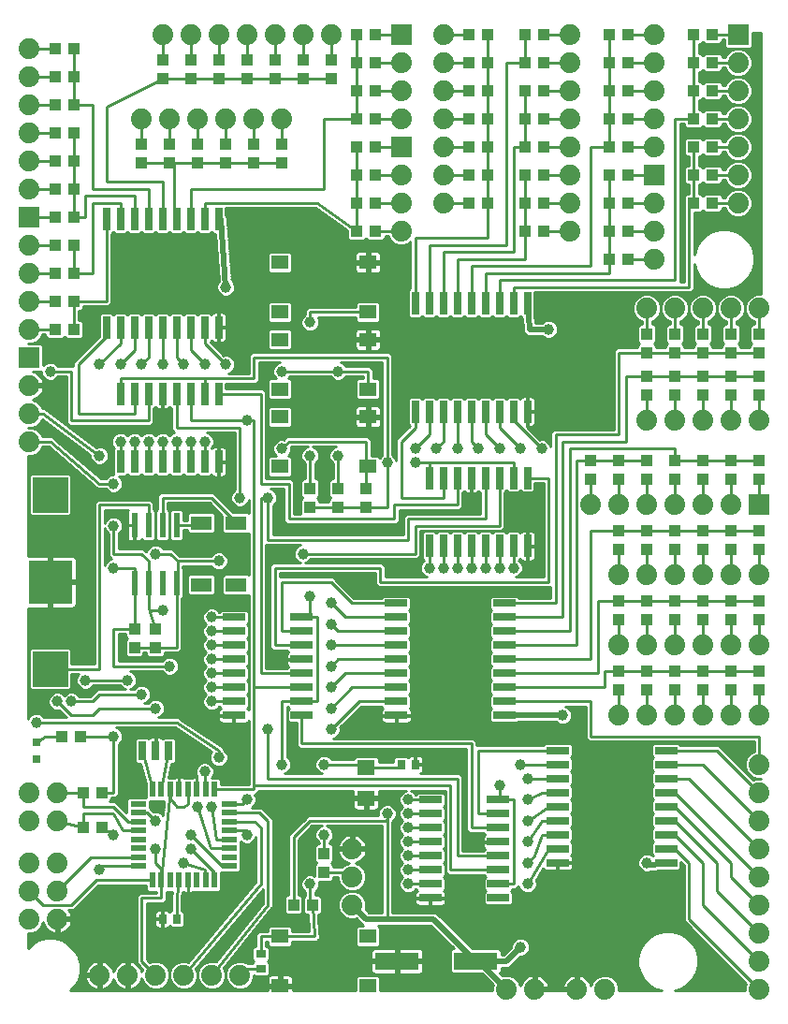
<source format=gtl>
G75*
G70*
%OFA0B0*%
%FSLAX24Y24*%
%IPPOS*%
%LPD*%
%AMOC8*
5,1,8,0,0,1.08239X$1,22.5*
%
%ADD10R,0.0200X0.0580*%
%ADD11R,0.0580X0.0200*%
%ADD12R,0.0394X0.0433*%
%ADD13R,0.0315X0.0315*%
%ADD14R,0.0276X0.0669*%
%ADD15R,0.0276X0.0354*%
%ADD16R,0.0630X0.0551*%
%ADD17R,0.0610X0.0512*%
%ADD18C,0.0740*%
%ADD19R,0.0354X0.0276*%
%ADD20R,0.0260X0.0800*%
%ADD21R,0.0800X0.0260*%
%ADD22R,0.0433X0.0394*%
%ADD23R,0.0740X0.0740*%
%ADD24R,0.0240X0.0870*%
%ADD25R,0.1560X0.1560*%
%ADD26R,0.1250X0.1250*%
%ADD27R,0.0750X0.0500*%
%ADD28R,0.1575X0.0630*%
%ADD29C,0.0100*%
%ADD30C,0.0396*%
%ADD31C,0.0200*%
D10*
X005936Y004614D03*
X006246Y004614D03*
X006566Y004614D03*
X006876Y004614D03*
X007196Y004614D03*
X007506Y004614D03*
X007826Y004614D03*
X008136Y004614D03*
X008136Y007854D03*
X007826Y007854D03*
X007506Y007854D03*
X007196Y007854D03*
X006876Y007854D03*
X006566Y007854D03*
X006246Y007854D03*
X005936Y007854D03*
D11*
X005416Y007334D03*
X005416Y007024D03*
X005416Y006704D03*
X005416Y006394D03*
X005416Y006074D03*
X005416Y005764D03*
X005416Y005444D03*
X005416Y005134D03*
X008656Y005134D03*
X008656Y005444D03*
X008656Y005764D03*
X008656Y006074D03*
X008656Y006394D03*
X008656Y006704D03*
X008656Y007024D03*
X008656Y007334D03*
D12*
X012036Y005569D03*
X012036Y004900D03*
X011621Y003734D03*
X010952Y003734D03*
X003371Y009734D03*
X002702Y009734D03*
X005286Y012900D03*
X005286Y013569D03*
X006036Y013569D03*
X006036Y012900D03*
X011536Y017900D03*
X011536Y018569D03*
X012536Y018569D03*
X012536Y017900D03*
X013536Y017900D03*
X013536Y018569D03*
X021536Y018900D03*
X021536Y019569D03*
X022536Y019569D03*
X022536Y018900D03*
X023536Y018900D03*
X023536Y019569D03*
X024536Y019569D03*
X024536Y018900D03*
X025536Y018900D03*
X025536Y019569D03*
X026536Y019569D03*
X026536Y018900D03*
X027536Y018900D03*
X027536Y019569D03*
X027536Y021900D03*
X027536Y022569D03*
X027536Y023400D03*
X027536Y024069D03*
X026536Y024069D03*
X026536Y023400D03*
X026536Y022569D03*
X026536Y021900D03*
X025536Y021900D03*
X025536Y022569D03*
X025536Y023400D03*
X025536Y024069D03*
X024536Y024069D03*
X024536Y023400D03*
X024536Y022569D03*
X024536Y021900D03*
X023536Y021900D03*
X023536Y022569D03*
X023536Y023400D03*
X023536Y024069D03*
X023536Y017069D03*
X023536Y016400D03*
X024536Y016400D03*
X024536Y017069D03*
X025536Y017069D03*
X025536Y016400D03*
X026536Y016400D03*
X026536Y017069D03*
X027536Y017069D03*
X027536Y016400D03*
X027536Y014569D03*
X027536Y013900D03*
X026536Y013900D03*
X026536Y014569D03*
X025536Y014569D03*
X025536Y013900D03*
X024536Y013900D03*
X024536Y014569D03*
X023536Y014569D03*
X023536Y013900D03*
X022536Y013900D03*
X022536Y014569D03*
X022536Y016400D03*
X022536Y017069D03*
X022536Y012069D03*
X022536Y011400D03*
X023536Y011400D03*
X023536Y012069D03*
X024536Y012069D03*
X024536Y011400D03*
X025536Y011400D03*
X025536Y012069D03*
X026536Y012069D03*
X026536Y011400D03*
X027536Y011400D03*
X027536Y012069D03*
X010536Y030150D03*
X010536Y030819D03*
X009536Y030819D03*
X009536Y030150D03*
X008536Y030150D03*
X008536Y030819D03*
X007536Y030819D03*
X007536Y030150D03*
X006536Y030150D03*
X006536Y030819D03*
X005536Y030819D03*
X005536Y030150D03*
X006286Y033150D03*
X006286Y033819D03*
X007286Y033819D03*
X007286Y033150D03*
X008286Y033150D03*
X008286Y033819D03*
X009286Y033819D03*
X009286Y033150D03*
X010286Y033150D03*
X010286Y033819D03*
X011286Y033819D03*
X011286Y033150D03*
X012286Y033150D03*
X012286Y033819D03*
D13*
X001786Y009529D03*
X001786Y008939D03*
D14*
X005564Y009234D03*
X006036Y009234D03*
X006509Y009234D03*
D15*
X006281Y003234D03*
X006792Y003234D03*
X014781Y008734D03*
X015292Y008734D03*
D16*
X013536Y008635D03*
X013536Y007533D03*
D17*
X013601Y002620D03*
X013601Y000848D03*
X010471Y000848D03*
X010471Y002620D03*
X010471Y019348D03*
X010471Y021120D03*
X010471Y022098D03*
X010471Y023870D03*
X010471Y024848D03*
X010471Y026620D03*
X013601Y026620D03*
X013601Y024848D03*
X013601Y023870D03*
X013601Y022098D03*
X013601Y021120D03*
X013601Y019348D03*
D18*
X021536Y017984D03*
X022536Y017984D03*
X023536Y017984D03*
X024536Y017984D03*
X025536Y017984D03*
X026536Y017984D03*
X026536Y015484D03*
X025536Y015484D03*
X024536Y015484D03*
X023536Y015484D03*
X022536Y015484D03*
X022536Y012984D03*
X023536Y012984D03*
X024536Y012984D03*
X025536Y012984D03*
X026536Y012984D03*
X027536Y012984D03*
X027536Y010484D03*
X026536Y010484D03*
X025536Y010484D03*
X024536Y010484D03*
X023536Y010484D03*
X022536Y010484D03*
X027536Y008734D03*
X027536Y007734D03*
X027536Y006734D03*
X027536Y005734D03*
X027536Y004734D03*
X027536Y003734D03*
X027536Y002734D03*
X027536Y001734D03*
X027536Y000734D03*
X022036Y000734D03*
X021036Y000734D03*
X019536Y000734D03*
X018536Y000734D03*
X013036Y003734D03*
X013036Y004734D03*
X013036Y005734D03*
X009036Y001234D03*
X008036Y001234D03*
X007036Y001234D03*
X006036Y001234D03*
X005036Y001234D03*
X004036Y001234D03*
X002536Y003234D03*
X002536Y004234D03*
X001536Y004234D03*
X001536Y003234D03*
X001536Y005234D03*
X002536Y005234D03*
X002536Y006734D03*
X002536Y007734D03*
X001536Y007734D03*
X001536Y006734D03*
X001536Y020234D03*
X001536Y021234D03*
X001536Y022234D03*
X001536Y024234D03*
X001536Y025234D03*
X001536Y026234D03*
X001536Y027234D03*
X001536Y029234D03*
X001536Y030234D03*
X001536Y031234D03*
X001536Y032234D03*
X001536Y033234D03*
X001536Y034234D03*
X005536Y031734D03*
X006536Y031734D03*
X007536Y031734D03*
X008536Y031734D03*
X009536Y031734D03*
X010536Y031734D03*
X010286Y034734D03*
X009286Y034734D03*
X008286Y034734D03*
X007286Y034734D03*
X006286Y034734D03*
X011286Y034734D03*
X012286Y034734D03*
X014786Y033734D03*
X014786Y032734D03*
X014786Y031734D03*
X016286Y031734D03*
X016286Y030734D03*
X016286Y029734D03*
X016286Y028734D03*
X014786Y028734D03*
X014786Y027734D03*
X014786Y029734D03*
X016286Y032734D03*
X016286Y033734D03*
X016286Y034734D03*
X020786Y034734D03*
X020786Y033734D03*
X020786Y032734D03*
X020786Y031734D03*
X020786Y030734D03*
X020786Y029734D03*
X020786Y028734D03*
X020786Y027734D03*
X023786Y027734D03*
X023786Y026734D03*
X023536Y024984D03*
X024536Y024984D03*
X025536Y024984D03*
X026536Y024984D03*
X027536Y024984D03*
X026786Y028734D03*
X026786Y029734D03*
X026786Y030734D03*
X026786Y031734D03*
X026786Y032734D03*
X026786Y033734D03*
X023786Y033734D03*
X023786Y032734D03*
X023786Y031734D03*
X023786Y030734D03*
X023786Y028734D03*
X023786Y034734D03*
X023536Y020984D03*
X024536Y020984D03*
X025536Y020984D03*
X026536Y020984D03*
X027536Y020984D03*
X027536Y015484D03*
D19*
X009786Y001990D03*
X009786Y001478D03*
D20*
X015786Y016524D03*
X016286Y016524D03*
X016786Y016524D03*
X017286Y016524D03*
X017786Y016524D03*
X018286Y016524D03*
X018786Y016524D03*
X019286Y016524D03*
X019286Y018944D03*
X018786Y018944D03*
X018286Y018944D03*
X017786Y018944D03*
X017286Y018944D03*
X016786Y018944D03*
X016286Y018944D03*
X015786Y018944D03*
X015786Y021304D03*
X016286Y021304D03*
X016786Y021304D03*
X017286Y021304D03*
X017786Y021304D03*
X018286Y021304D03*
X018786Y021304D03*
X019286Y021304D03*
X019286Y025164D03*
X018786Y025164D03*
X018286Y025164D03*
X017786Y025164D03*
X017286Y025164D03*
X016786Y025164D03*
X016286Y025164D03*
X015786Y025164D03*
X015286Y025164D03*
X015286Y021304D03*
X008286Y021944D03*
X007786Y021944D03*
X007286Y021944D03*
X006786Y021944D03*
X006286Y021944D03*
X005786Y021944D03*
X005286Y021944D03*
X004786Y021944D03*
X004786Y024304D03*
X004286Y024304D03*
X005286Y024304D03*
X005786Y024304D03*
X006286Y024304D03*
X006786Y024304D03*
X007286Y024304D03*
X007786Y024304D03*
X008286Y024304D03*
X008286Y028164D03*
X007786Y028164D03*
X007286Y028164D03*
X006786Y028164D03*
X006286Y028164D03*
X005786Y028164D03*
X005286Y028164D03*
X004786Y028164D03*
X004286Y028164D03*
X004786Y019524D03*
X005286Y019524D03*
X005786Y019524D03*
X006286Y019524D03*
X006786Y019524D03*
X007286Y019524D03*
X007786Y019524D03*
X008286Y019524D03*
D21*
X008826Y013984D03*
X008826Y013484D03*
X008826Y012984D03*
X008826Y012484D03*
X008826Y011984D03*
X008826Y011484D03*
X008826Y010984D03*
X008826Y010484D03*
X011246Y010484D03*
X011246Y010984D03*
X011246Y011484D03*
X011246Y011984D03*
X011246Y012484D03*
X011246Y012984D03*
X011246Y013484D03*
X011246Y013984D03*
X014606Y013984D03*
X014606Y013484D03*
X014606Y012984D03*
X014606Y012484D03*
X014606Y011984D03*
X014606Y011484D03*
X014606Y010984D03*
X014606Y010484D03*
X015826Y007484D03*
X015826Y006984D03*
X015826Y006484D03*
X015826Y005984D03*
X015826Y005484D03*
X015826Y004984D03*
X015826Y004484D03*
X015826Y003984D03*
X018246Y003984D03*
X018246Y004484D03*
X018246Y004984D03*
X018246Y005484D03*
X018246Y005984D03*
X018246Y006484D03*
X018246Y006984D03*
X018246Y007484D03*
X020356Y007234D03*
X020356Y006734D03*
X020356Y006234D03*
X020356Y005734D03*
X020356Y005234D03*
X020356Y007734D03*
X020356Y008234D03*
X020356Y008734D03*
X020356Y009234D03*
X018466Y010484D03*
X018466Y010984D03*
X018466Y011484D03*
X018466Y011984D03*
X018466Y012484D03*
X018466Y012984D03*
X018466Y013484D03*
X018466Y013984D03*
X018466Y014484D03*
X014606Y014484D03*
X024216Y009234D03*
X024216Y008734D03*
X024216Y008234D03*
X024216Y007734D03*
X024216Y007234D03*
X024216Y006734D03*
X024216Y006234D03*
X024216Y005734D03*
X024216Y005234D03*
D22*
X022871Y026734D03*
X022202Y026734D03*
X022202Y027734D03*
X022871Y027734D03*
X022871Y028734D03*
X022202Y028734D03*
X022202Y029734D03*
X022871Y029734D03*
X022871Y030734D03*
X022202Y030734D03*
X022202Y031734D03*
X022871Y031734D03*
X022871Y032734D03*
X022202Y032734D03*
X022202Y033734D03*
X022871Y033734D03*
X022871Y034734D03*
X022202Y034734D03*
X019871Y034734D03*
X019202Y034734D03*
X019202Y033734D03*
X019871Y033734D03*
X019871Y032734D03*
X019202Y032734D03*
X019202Y031734D03*
X019871Y031734D03*
X019871Y030734D03*
X019202Y030734D03*
X019202Y029734D03*
X019871Y029734D03*
X019871Y028734D03*
X019202Y028734D03*
X019202Y027734D03*
X019871Y027734D03*
X017871Y028734D03*
X017202Y028734D03*
X017202Y029734D03*
X017871Y029734D03*
X017871Y030734D03*
X017202Y030734D03*
X017202Y031734D03*
X017871Y031734D03*
X017871Y032734D03*
X017202Y032734D03*
X017202Y033734D03*
X017871Y033734D03*
X017871Y034734D03*
X017202Y034734D03*
X013871Y034734D03*
X013202Y034734D03*
X013202Y033734D03*
X013871Y033734D03*
X013871Y032734D03*
X013202Y032734D03*
X013202Y031734D03*
X013871Y031734D03*
X013871Y030734D03*
X013202Y030734D03*
X013202Y029734D03*
X013871Y029734D03*
X013871Y028734D03*
X013202Y028734D03*
X013202Y027734D03*
X013871Y027734D03*
X003121Y027234D03*
X002452Y027234D03*
X002452Y026234D03*
X003121Y026234D03*
X003121Y025234D03*
X002452Y025234D03*
X002452Y024234D03*
X003121Y024234D03*
X003121Y028234D03*
X002452Y028234D03*
X002452Y029234D03*
X003121Y029234D03*
X003121Y030234D03*
X002452Y030234D03*
X002452Y031234D03*
X003121Y031234D03*
X003121Y032234D03*
X002452Y032234D03*
X002452Y033234D03*
X003121Y033234D03*
X003121Y034234D03*
X002452Y034234D03*
X025202Y033734D03*
X025871Y033734D03*
X025871Y032734D03*
X025202Y032734D03*
X025202Y031734D03*
X025871Y031734D03*
X025871Y030734D03*
X025202Y030734D03*
X025202Y029734D03*
X025871Y029734D03*
X025871Y028734D03*
X025202Y028734D03*
X025202Y034734D03*
X025871Y034734D03*
X004121Y007734D03*
X003452Y007734D03*
X003452Y006484D03*
X004121Y006484D03*
D23*
X001536Y023234D03*
X001536Y028234D03*
X014786Y030734D03*
X014786Y034734D03*
X023786Y029734D03*
X026786Y034734D03*
X027536Y017984D03*
D24*
X006786Y017264D03*
X006286Y017264D03*
X005786Y017264D03*
X005286Y017264D03*
X005286Y015204D03*
X005786Y015204D03*
X006286Y015204D03*
X006786Y015204D03*
D25*
X002286Y015234D03*
D26*
X002286Y018334D03*
X002286Y012134D03*
D27*
X007661Y015134D03*
X008911Y015134D03*
X008911Y017334D03*
X007661Y017334D03*
D28*
X014639Y001734D03*
X017434Y001734D03*
D29*
X001486Y002204D02*
X001486Y002734D01*
X001636Y002734D01*
X001820Y002810D01*
X001960Y002951D01*
X002029Y003116D01*
X002029Y003112D01*
X002055Y003035D01*
X002092Y002962D01*
X002140Y002895D01*
X002198Y002838D01*
X002264Y002789D01*
X002337Y002752D01*
X002415Y002727D01*
X002486Y002716D01*
X002486Y003184D01*
X002586Y003184D01*
X002586Y002716D01*
X002658Y002727D01*
X002736Y002752D01*
X002809Y002789D01*
X002875Y002838D01*
X002933Y002895D01*
X002981Y002962D01*
X003018Y003035D01*
X003044Y003112D01*
X003055Y003184D01*
X002586Y003184D01*
X002586Y003284D01*
X003055Y003284D01*
X003044Y003356D01*
X003018Y003434D01*
X002981Y003507D01*
X002947Y003554D01*
X003111Y003554D01*
X003216Y003660D01*
X003991Y004434D01*
X005706Y004434D01*
X005706Y004270D01*
X005783Y004194D01*
X006066Y004194D01*
X006066Y004164D01*
X005462Y004164D01*
X005356Y004059D01*
X005356Y001660D01*
X005462Y001554D01*
X005579Y001437D01*
X005544Y001352D01*
X005544Y001356D01*
X005518Y001434D01*
X005481Y001507D01*
X005433Y001573D01*
X005375Y001631D01*
X005309Y001679D01*
X005236Y001716D01*
X005158Y001741D01*
X005086Y001753D01*
X005086Y001284D01*
X004986Y001284D01*
X004986Y001753D01*
X004915Y001741D01*
X004837Y001716D01*
X004764Y001679D01*
X004698Y001631D01*
X004640Y001573D01*
X004592Y001507D01*
X004555Y001434D01*
X004536Y001378D01*
X004518Y001434D01*
X004481Y001507D01*
X004433Y001573D01*
X004375Y001631D01*
X004309Y001679D01*
X004236Y001716D01*
X004158Y001741D01*
X004086Y001753D01*
X004086Y001284D01*
X003986Y001284D01*
X003986Y001184D01*
X003518Y001184D01*
X003529Y001112D01*
X003555Y001035D01*
X003592Y000962D01*
X003640Y000895D01*
X003698Y000838D01*
X003764Y000789D01*
X003837Y000752D01*
X003915Y000727D01*
X003986Y000716D01*
X003986Y001184D01*
X004086Y001184D01*
X004086Y000716D01*
X004158Y000727D01*
X004236Y000752D01*
X004309Y000789D01*
X004375Y000838D01*
X004433Y000895D01*
X004481Y000962D01*
X004518Y001035D01*
X004536Y001090D01*
X004555Y001035D01*
X004592Y000962D01*
X004640Y000895D01*
X004698Y000838D01*
X004764Y000789D01*
X004837Y000752D01*
X004915Y000727D01*
X004986Y000716D01*
X004986Y001184D01*
X005086Y001184D01*
X005086Y000716D01*
X005158Y000727D01*
X005236Y000752D01*
X005309Y000789D01*
X005375Y000838D01*
X005433Y000895D01*
X005481Y000962D01*
X005518Y001035D01*
X005544Y001112D01*
X005544Y001116D01*
X005613Y000951D01*
X005753Y000810D01*
X005937Y000734D01*
X006136Y000734D01*
X006320Y000810D01*
X006460Y000951D01*
X006536Y001135D01*
X006536Y001334D01*
X006460Y001517D01*
X006320Y001658D01*
X006136Y001734D01*
X005937Y001734D01*
X005834Y001691D01*
X005716Y001809D01*
X005716Y003804D01*
X006321Y003804D01*
X006426Y003910D01*
X006426Y004194D01*
X006634Y004194D01*
X006623Y004115D01*
X006612Y004105D01*
X006612Y004043D01*
X006604Y003982D01*
X006612Y003970D01*
X006612Y003541D01*
X006601Y003541D01*
X006547Y003488D01*
X006538Y003503D01*
X006510Y003531D01*
X006476Y003551D01*
X006438Y003561D01*
X006299Y003561D01*
X006299Y003253D01*
X006262Y003253D01*
X006262Y003561D01*
X006123Y003561D01*
X006085Y003551D01*
X006051Y003531D01*
X006023Y003503D01*
X006003Y003469D01*
X005993Y003431D01*
X005993Y003253D01*
X006262Y003253D01*
X006262Y003215D01*
X006299Y003215D01*
X006299Y002907D01*
X006438Y002907D01*
X006476Y002917D01*
X006510Y002937D01*
X006538Y002965D01*
X006547Y002980D01*
X006601Y002927D01*
X006984Y002927D01*
X007060Y003003D01*
X007060Y003465D01*
X006984Y003541D01*
X006972Y003541D01*
X006972Y004017D01*
X006998Y004194D01*
X007022Y004194D01*
X007039Y004184D01*
X007077Y004174D01*
X007196Y004174D01*
X007196Y004614D01*
X007196Y004614D01*
X007196Y004174D01*
X007196Y004174D01*
X007316Y004174D01*
X007354Y004184D01*
X007371Y004194D01*
X007660Y004194D01*
X007666Y004200D01*
X007673Y004194D01*
X007980Y004194D01*
X007981Y004195D01*
X007983Y004194D01*
X008290Y004194D01*
X008366Y004270D01*
X008366Y004904D01*
X009000Y004904D01*
X009076Y004980D01*
X009076Y005288D01*
X009075Y005289D01*
X009076Y005290D01*
X009076Y005598D01*
X009070Y005604D01*
X009076Y005610D01*
X009076Y005918D01*
X009075Y005919D01*
X009076Y005920D01*
X009076Y005980D01*
X009101Y005956D01*
X009221Y005906D01*
X009352Y005906D01*
X009472Y005956D01*
X009565Y006048D01*
X009606Y006149D01*
X009606Y004550D01*
X007201Y001707D01*
X007136Y001734D01*
X006937Y001734D01*
X006753Y001658D01*
X006613Y001517D01*
X006536Y001334D01*
X006536Y001135D01*
X006613Y000951D01*
X006753Y000810D01*
X006937Y000734D01*
X007136Y000734D01*
X007320Y000810D01*
X007460Y000951D01*
X007536Y001135D01*
X007536Y001334D01*
X007477Y001476D01*
X009856Y004288D01*
X009856Y003797D01*
X008188Y001712D01*
X008136Y001734D01*
X007937Y001734D01*
X007753Y001658D01*
X007613Y001517D01*
X007536Y001334D01*
X007536Y001135D01*
X007613Y000951D01*
X007753Y000810D01*
X007937Y000734D01*
X008136Y000734D01*
X008320Y000810D01*
X008460Y000951D01*
X008536Y001135D01*
X008536Y001334D01*
X008472Y001490D01*
X010171Y003614D01*
X010216Y003660D01*
X010216Y003671D01*
X010224Y003680D01*
X010216Y003744D01*
X010216Y006809D01*
X010111Y006914D01*
X009821Y007204D01*
X009468Y007204D01*
X009472Y007206D01*
X009565Y007298D01*
X009615Y007419D01*
X009615Y007549D01*
X009565Y007670D01*
X009560Y007674D01*
X009611Y007674D01*
X009716Y007780D01*
X009716Y007804D01*
X013071Y007804D01*
X013071Y007583D01*
X013486Y007583D01*
X013486Y007483D01*
X013071Y007483D01*
X013071Y007238D01*
X013082Y007200D01*
X013101Y007165D01*
X013129Y007137D01*
X013164Y007118D01*
X013202Y007107D01*
X013486Y007107D01*
X013486Y007483D01*
X013586Y007483D01*
X013586Y007107D01*
X013871Y007107D01*
X013909Y007118D01*
X013943Y007137D01*
X013971Y007165D01*
X013991Y007200D01*
X014001Y007238D01*
X014001Y007483D01*
X013586Y007483D01*
X013586Y007583D01*
X014001Y007583D01*
X014001Y007804D01*
X014952Y007804D01*
X014851Y007762D01*
X014758Y007670D01*
X014708Y007549D01*
X014708Y007419D01*
X014758Y007298D01*
X014822Y007234D01*
X014758Y007170D01*
X014708Y007049D01*
X014708Y006919D01*
X014758Y006798D01*
X014822Y006734D01*
X014758Y006670D01*
X014708Y006549D01*
X014708Y006419D01*
X014758Y006298D01*
X014822Y006234D01*
X014758Y006170D01*
X014708Y006049D01*
X014708Y005919D01*
X014758Y005798D01*
X014822Y005734D01*
X014758Y005670D01*
X014708Y005549D01*
X014708Y005419D01*
X014758Y005298D01*
X014822Y005234D01*
X014758Y005170D01*
X014708Y005049D01*
X014708Y004919D01*
X014758Y004798D01*
X014822Y004734D01*
X014758Y004670D01*
X014708Y004549D01*
X014708Y004419D01*
X014758Y004298D01*
X014851Y004206D01*
X014971Y004156D01*
X015102Y004156D01*
X015222Y004206D01*
X015307Y004290D01*
X015352Y004245D01*
X015334Y004234D01*
X015306Y004206D01*
X015287Y004172D01*
X015276Y004134D01*
X015276Y003999D01*
X015811Y003999D01*
X015811Y003969D01*
X015276Y003969D01*
X015276Y003834D01*
X015287Y003796D01*
X015306Y003762D01*
X015334Y003734D01*
X015369Y003714D01*
X015407Y003704D01*
X015811Y003704D01*
X015811Y003969D01*
X015841Y003969D01*
X015841Y003704D01*
X016246Y003704D01*
X016284Y003714D01*
X016319Y003734D01*
X016346Y003762D01*
X016366Y003796D01*
X016376Y003834D01*
X016376Y003969D01*
X015841Y003969D01*
X015841Y003999D01*
X016376Y003999D01*
X016376Y004134D01*
X016366Y004172D01*
X016346Y004206D01*
X016319Y004234D01*
X016301Y004245D01*
X016356Y004300D01*
X016356Y004668D01*
X016290Y004734D01*
X016356Y004800D01*
X016356Y005168D01*
X016290Y005234D01*
X016356Y005300D01*
X016356Y005668D01*
X016290Y005734D01*
X016356Y005800D01*
X016356Y006168D01*
X016290Y006234D01*
X016356Y006300D01*
X016356Y006668D01*
X016290Y006734D01*
X016356Y006800D01*
X016356Y007168D01*
X016290Y007234D01*
X016356Y007300D01*
X016356Y007668D01*
X016280Y007744D01*
X015373Y007744D01*
X015307Y007678D01*
X015222Y007762D01*
X015121Y007804D01*
X016356Y007804D01*
X016356Y004910D01*
X016462Y004804D01*
X017716Y004804D01*
X017716Y004800D01*
X017783Y004734D01*
X017716Y004668D01*
X017716Y004300D01*
X017783Y004234D01*
X017716Y004168D01*
X017716Y003800D01*
X017793Y003724D01*
X018700Y003724D01*
X018776Y003800D01*
X018776Y004168D01*
X018710Y004234D01*
X018776Y004300D01*
X018776Y004304D01*
X018861Y004304D01*
X018963Y004407D01*
X019008Y004298D01*
X019101Y004206D01*
X019221Y004156D01*
X019352Y004156D01*
X019472Y004206D01*
X019565Y004298D01*
X019615Y004419D01*
X019615Y004549D01*
X019582Y004627D01*
X019825Y005032D01*
X019836Y005012D01*
X019864Y004984D01*
X019899Y004964D01*
X019937Y004954D01*
X020341Y004954D01*
X020341Y005219D01*
X020371Y005219D01*
X020371Y004954D01*
X020776Y004954D01*
X020814Y004964D01*
X020849Y004984D01*
X020876Y005012D01*
X020896Y005046D01*
X020906Y005084D01*
X020906Y005219D01*
X020371Y005219D01*
X020371Y005249D01*
X020906Y005249D01*
X020906Y005384D01*
X020896Y005422D01*
X020876Y005456D01*
X020849Y005484D01*
X020831Y005495D01*
X020886Y005550D01*
X020886Y005918D01*
X020820Y005984D01*
X020886Y006050D01*
X020886Y006418D01*
X020820Y006484D01*
X020886Y006550D01*
X020886Y006918D01*
X020820Y006984D01*
X020886Y007050D01*
X020886Y007418D01*
X020820Y007484D01*
X020886Y007550D01*
X020886Y007918D01*
X020820Y007984D01*
X020886Y008050D01*
X020886Y008418D01*
X020820Y008484D01*
X020886Y008550D01*
X020886Y008918D01*
X020820Y008984D01*
X020886Y009050D01*
X020886Y009418D01*
X020810Y009494D01*
X019903Y009494D01*
X019826Y009418D01*
X019826Y009414D01*
X017466Y009414D01*
X017466Y009559D01*
X017361Y009664D01*
X012371Y009664D01*
X012472Y009706D01*
X012565Y009798D01*
X012615Y009919D01*
X012615Y010049D01*
X012612Y010055D01*
X013361Y010804D01*
X014076Y010804D01*
X014076Y010800D01*
X014132Y010745D01*
X014114Y010734D01*
X014086Y010706D01*
X014067Y010672D01*
X014056Y010634D01*
X014056Y010499D01*
X014591Y010499D01*
X014591Y010469D01*
X014056Y010469D01*
X014056Y010334D01*
X014067Y010296D01*
X014086Y010262D01*
X014114Y010234D01*
X014149Y010214D01*
X014187Y010204D01*
X014591Y010204D01*
X014591Y010469D01*
X014621Y010469D01*
X014621Y010204D01*
X015026Y010204D01*
X015064Y010214D01*
X015099Y010234D01*
X015126Y010262D01*
X015146Y010296D01*
X015156Y010334D01*
X015156Y010469D01*
X014621Y010469D01*
X014621Y010499D01*
X015156Y010499D01*
X015156Y010634D01*
X015146Y010672D01*
X015126Y010706D01*
X015099Y010734D01*
X015081Y010745D01*
X015136Y010800D01*
X015136Y011168D01*
X015070Y011234D01*
X015136Y011300D01*
X015136Y011668D01*
X015070Y011734D01*
X015136Y011800D01*
X015136Y012168D01*
X015070Y012234D01*
X015136Y012300D01*
X015136Y012668D01*
X015070Y012734D01*
X015136Y012800D01*
X015136Y013168D01*
X015070Y013234D01*
X015136Y013300D01*
X015136Y013668D01*
X015070Y013734D01*
X015136Y013800D01*
X015136Y014168D01*
X015070Y014234D01*
X015136Y014300D01*
X015136Y014668D01*
X015060Y014744D01*
X014153Y014744D01*
X014076Y014668D01*
X014076Y014664D01*
X013111Y014664D01*
X012466Y015309D01*
X012361Y015414D01*
X010466Y015414D01*
X010466Y015554D01*
X013856Y015554D01*
X013856Y015160D01*
X013962Y015054D01*
X020106Y015054D01*
X020106Y014664D01*
X018996Y014664D01*
X018996Y014668D01*
X018920Y014744D01*
X018013Y014744D01*
X017936Y014668D01*
X017936Y014300D01*
X018003Y014234D01*
X017936Y014168D01*
X017936Y013800D01*
X018003Y013734D01*
X017936Y013668D01*
X017936Y013300D01*
X018003Y013234D01*
X017936Y013168D01*
X017936Y012800D01*
X018003Y012734D01*
X017936Y012668D01*
X017936Y012300D01*
X018003Y012234D01*
X017936Y012168D01*
X017936Y011800D01*
X018003Y011734D01*
X017936Y011668D01*
X017936Y011300D01*
X018003Y011234D01*
X017936Y011168D01*
X017936Y010800D01*
X018003Y010734D01*
X017936Y010668D01*
X017936Y010300D01*
X018013Y010224D01*
X018920Y010224D01*
X018950Y010254D01*
X020302Y010254D01*
X020351Y010206D01*
X020471Y010156D01*
X020602Y010156D01*
X020722Y010206D01*
X020815Y010298D01*
X020865Y010419D01*
X020865Y010549D01*
X020815Y010670D01*
X020722Y010762D01*
X020621Y010804D01*
X021356Y010804D01*
X021356Y009660D01*
X021462Y009554D01*
X027356Y009554D01*
X027356Y009201D01*
X027253Y009158D01*
X027113Y009017D01*
X027036Y008834D01*
X027036Y008635D01*
X027113Y008451D01*
X027253Y008310D01*
X027437Y008234D01*
X027334Y008191D01*
X026111Y009414D01*
X024746Y009414D01*
X024746Y009418D01*
X024670Y009494D01*
X023763Y009494D01*
X023686Y009418D01*
X023686Y009050D01*
X023753Y008984D01*
X023686Y008918D01*
X023686Y008550D01*
X023753Y008484D01*
X023686Y008418D01*
X023686Y008050D01*
X023753Y007984D01*
X023686Y007918D01*
X023686Y007550D01*
X023753Y007484D01*
X023686Y007418D01*
X023686Y007050D01*
X023753Y006984D01*
X023686Y006918D01*
X023686Y006550D01*
X023753Y006484D01*
X023686Y006418D01*
X023686Y006050D01*
X023753Y005984D01*
X023686Y005918D01*
X023686Y005550D01*
X023753Y005484D01*
X023752Y005483D01*
X023722Y005512D01*
X023602Y005562D01*
X023471Y005562D01*
X023351Y005512D01*
X023258Y005420D01*
X023208Y005299D01*
X023208Y005169D01*
X023258Y005048D01*
X023351Y004956D01*
X023471Y004906D01*
X023602Y004906D01*
X023650Y004926D01*
X023654Y004923D01*
X023689Y004928D01*
X023722Y004915D01*
X023780Y004941D01*
X024018Y004974D01*
X024670Y004974D01*
X024746Y005050D01*
X024746Y005270D01*
X024856Y005160D01*
X024856Y003160D01*
X027079Y000937D01*
X027036Y000834D01*
X027036Y000684D01*
X024521Y000684D01*
X024701Y000732D01*
X024946Y000874D01*
X025147Y001074D01*
X025288Y001319D01*
X025361Y001593D01*
X025361Y001876D01*
X025288Y002149D01*
X025147Y002394D01*
X024946Y002594D01*
X024701Y002736D01*
X024428Y002809D01*
X024145Y002809D01*
X023871Y002736D01*
X023626Y002594D01*
X023426Y002394D01*
X023285Y002149D01*
X023211Y001876D01*
X023211Y001593D01*
X023285Y001319D01*
X023426Y001074D01*
X023626Y000874D01*
X023871Y000732D01*
X024052Y000684D01*
X022536Y000684D01*
X022536Y000834D01*
X022460Y001017D01*
X022320Y001158D01*
X022136Y001234D01*
X021937Y001234D01*
X021753Y001158D01*
X021613Y001017D01*
X021544Y000852D01*
X021544Y000856D01*
X021518Y000934D01*
X021481Y001007D01*
X021433Y001073D01*
X021375Y001131D01*
X021309Y001179D01*
X021236Y001216D01*
X021158Y001241D01*
X021086Y001253D01*
X021086Y000784D01*
X020986Y000784D01*
X020986Y000684D01*
X020518Y000684D01*
X020055Y000684D01*
X020055Y000684D01*
X019586Y000684D01*
X019586Y000784D01*
X019486Y000784D01*
X019486Y001253D01*
X019415Y001241D01*
X019337Y001216D01*
X019264Y001179D01*
X019198Y001131D01*
X019140Y001073D01*
X019092Y001007D01*
X019055Y000934D01*
X019029Y000856D01*
X019029Y000852D01*
X018960Y001017D01*
X018820Y001158D01*
X018636Y001234D01*
X018437Y001234D01*
X018384Y001212D01*
X018291Y001305D01*
X018351Y001365D01*
X018351Y001504D01*
X018632Y001504D01*
X019034Y001906D01*
X019102Y001906D01*
X019222Y001956D01*
X019315Y002048D01*
X019365Y002169D01*
X019365Y002299D01*
X019315Y002420D01*
X019222Y002512D01*
X019102Y002562D01*
X018971Y002562D01*
X018851Y002512D01*
X018758Y002420D01*
X018708Y002299D01*
X018708Y002231D01*
X018441Y001964D01*
X018351Y001964D01*
X018351Y002103D01*
X018275Y002179D01*
X017314Y002179D01*
X016029Y003464D01*
X014466Y003464D01*
X014466Y006704D01*
X014472Y006706D01*
X014565Y006798D01*
X014615Y006919D01*
X014615Y007049D01*
X014565Y007170D01*
X014472Y007262D01*
X014352Y007312D01*
X014221Y007312D01*
X014101Y007262D01*
X014008Y007170D01*
X013958Y007049D01*
X013958Y006919D01*
X013960Y006914D01*
X011462Y006914D01*
X011356Y006809D01*
X010772Y006224D01*
X010772Y004081D01*
X010701Y004081D01*
X010625Y004005D01*
X010625Y003464D01*
X010701Y003388D01*
X011202Y003388D01*
X011279Y003464D01*
X011279Y004005D01*
X011202Y004081D01*
X011132Y004081D01*
X011132Y006075D01*
X011611Y006554D01*
X011952Y006554D01*
X011851Y006512D01*
X011758Y006420D01*
X011708Y006299D01*
X011708Y006169D01*
X011758Y006048D01*
X011851Y005956D01*
X011856Y005954D01*
X011856Y005915D01*
X011786Y005915D01*
X011710Y005839D01*
X011710Y005298D01*
X011774Y005234D01*
X011710Y005170D01*
X011710Y004768D01*
X011602Y004812D01*
X011471Y004812D01*
X011351Y004762D01*
X011258Y004670D01*
X011208Y004549D01*
X011208Y004419D01*
X011258Y004298D01*
X011351Y004206D01*
X011356Y004204D01*
X011356Y004067D01*
X011294Y004005D01*
X011294Y003464D01*
X011370Y003388D01*
X011466Y003388D01*
X011508Y002800D01*
X010907Y002800D01*
X010907Y002930D01*
X010830Y003006D01*
X010112Y003006D01*
X010036Y002930D01*
X010036Y002800D01*
X009712Y002800D01*
X009606Y002695D01*
X009606Y002258D01*
X009555Y002258D01*
X009479Y002182D01*
X009479Y001798D01*
X009544Y001734D01*
X009479Y001670D01*
X009479Y001658D01*
X009319Y001658D01*
X009136Y001734D01*
X008937Y001734D01*
X008753Y001658D01*
X008613Y001517D01*
X008536Y001334D01*
X008536Y001135D01*
X008613Y000951D01*
X008753Y000810D01*
X008937Y000734D01*
X009136Y000734D01*
X009320Y000810D01*
X009460Y000951D01*
X009536Y001135D01*
X009536Y001229D01*
X009555Y001210D01*
X010017Y001210D01*
X010094Y001287D01*
X010094Y001670D01*
X010029Y001734D01*
X010094Y001798D01*
X010094Y002182D01*
X010017Y002258D01*
X009966Y002258D01*
X009966Y002440D01*
X010036Y002440D01*
X010036Y002310D01*
X010112Y002234D01*
X010830Y002234D01*
X010907Y002310D01*
X010907Y002440D01*
X011635Y002440D01*
X011640Y002435D01*
X011708Y002440D01*
X011776Y002440D01*
X011782Y002445D01*
X011789Y002446D01*
X011834Y002497D01*
X011882Y002545D01*
X011882Y002553D01*
X011887Y002559D01*
X011882Y002627D01*
X011882Y002695D01*
X011876Y002700D01*
X011827Y003388D01*
X011872Y003388D01*
X011948Y003464D01*
X011948Y004005D01*
X011872Y004081D01*
X011716Y004081D01*
X011716Y004204D01*
X011722Y004206D01*
X011815Y004298D01*
X011865Y004419D01*
X011865Y004549D01*
X011863Y004553D01*
X012287Y004553D01*
X012363Y004629D01*
X012363Y004720D01*
X012536Y004720D01*
X012536Y004635D01*
X012613Y004451D01*
X012753Y004310D01*
X012937Y004234D01*
X012753Y004158D01*
X012613Y004017D01*
X012536Y003834D01*
X012536Y003635D01*
X012613Y003451D01*
X012753Y003310D01*
X012937Y003234D01*
X013136Y003234D01*
X013189Y003256D01*
X013306Y003139D01*
X013439Y003006D01*
X013242Y003006D01*
X013166Y002930D01*
X013166Y002310D01*
X013242Y002234D01*
X013960Y002234D01*
X014036Y002310D01*
X014036Y002930D01*
X013962Y003004D01*
X015839Y003004D01*
X016664Y002179D01*
X016593Y002179D01*
X016517Y002103D01*
X016517Y001365D01*
X016593Y001289D01*
X017656Y001289D01*
X018058Y000887D01*
X018036Y000834D01*
X018036Y000684D01*
X014036Y000684D01*
X014036Y001158D01*
X013960Y001234D01*
X013242Y001234D01*
X013166Y001158D01*
X013166Y000684D01*
X010927Y000684D01*
X010927Y000798D01*
X010521Y000798D01*
X010521Y000898D01*
X010421Y000898D01*
X010421Y000798D01*
X010016Y000798D01*
X010016Y000684D01*
X003007Y000684D01*
X003147Y000824D01*
X003288Y001069D01*
X003361Y001343D01*
X003361Y001626D01*
X003288Y001899D01*
X003147Y002144D01*
X002946Y002344D01*
X002701Y002486D01*
X002428Y002559D01*
X002145Y002559D01*
X001871Y002486D01*
X001626Y002344D01*
X001486Y002204D01*
X001486Y002303D02*
X001585Y002303D01*
X001486Y002401D02*
X001725Y002401D01*
X001923Y002500D02*
X001486Y002500D01*
X001486Y002598D02*
X005356Y002598D01*
X005356Y002500D02*
X002650Y002500D01*
X002848Y002401D02*
X005356Y002401D01*
X005356Y002303D02*
X002988Y002303D01*
X003087Y002204D02*
X005356Y002204D01*
X005356Y002106D02*
X003169Y002106D01*
X003226Y002007D02*
X005356Y002007D01*
X005356Y001909D02*
X003283Y001909D01*
X003312Y001810D02*
X005356Y001810D01*
X005356Y001712D02*
X005245Y001712D01*
X005086Y001712D02*
X004986Y001712D01*
X004986Y001613D02*
X005086Y001613D01*
X005086Y001515D02*
X004986Y001515D01*
X004986Y001416D02*
X005086Y001416D01*
X005086Y001318D02*
X004986Y001318D01*
X004986Y001121D02*
X005086Y001121D01*
X005086Y001022D02*
X004986Y001022D01*
X004986Y000924D02*
X005086Y000924D01*
X005086Y000825D02*
X004986Y000825D01*
X004986Y000727D02*
X005086Y000727D01*
X005156Y000727D02*
X010016Y000727D01*
X010016Y000898D02*
X010421Y000898D01*
X010421Y001254D01*
X010147Y001254D01*
X010108Y001244D01*
X010074Y001224D01*
X010046Y001196D01*
X010027Y001162D01*
X010016Y001124D01*
X010016Y000898D01*
X010016Y000924D02*
X009433Y000924D01*
X009490Y001022D02*
X010016Y001022D01*
X010016Y001121D02*
X009531Y001121D01*
X009536Y001219D02*
X009547Y001219D01*
X009786Y001478D02*
X009036Y001478D01*
X009036Y001234D01*
X008571Y001416D02*
X008502Y001416D01*
X008491Y001515D02*
X008611Y001515D01*
X008570Y001613D02*
X008708Y001613D01*
X008649Y001712D02*
X008883Y001712D01*
X008728Y001810D02*
X009479Y001810D01*
X009479Y001909D02*
X008807Y001909D01*
X008885Y002007D02*
X009479Y002007D01*
X009479Y002106D02*
X008964Y002106D01*
X009043Y002204D02*
X009502Y002204D01*
X009606Y002303D02*
X009122Y002303D01*
X009201Y002401D02*
X009606Y002401D01*
X009606Y002500D02*
X009279Y002500D01*
X009358Y002598D02*
X009606Y002598D01*
X009609Y002697D02*
X009437Y002697D01*
X009516Y002795D02*
X009707Y002795D01*
X009595Y002894D02*
X010036Y002894D01*
X010099Y002992D02*
X009673Y002992D01*
X009752Y003091D02*
X011487Y003091D01*
X011480Y003189D02*
X009831Y003189D01*
X009910Y003288D02*
X011473Y003288D01*
X011466Y003386D02*
X009989Y003386D01*
X010067Y003485D02*
X010625Y003485D01*
X010625Y003583D02*
X010146Y003583D01*
X010223Y003682D02*
X010625Y003682D01*
X010625Y003780D02*
X010216Y003780D01*
X010216Y003879D02*
X010625Y003879D01*
X010625Y003977D02*
X010216Y003977D01*
X010216Y004076D02*
X010696Y004076D01*
X010772Y004174D02*
X010216Y004174D01*
X010216Y004273D02*
X010772Y004273D01*
X010772Y004371D02*
X010216Y004371D01*
X010216Y004470D02*
X010772Y004470D01*
X010772Y004568D02*
X010216Y004568D01*
X010216Y004667D02*
X010772Y004667D01*
X010772Y004765D02*
X010216Y004765D01*
X010216Y004864D02*
X010772Y004864D01*
X010772Y004962D02*
X010216Y004962D01*
X010216Y005061D02*
X010772Y005061D01*
X010772Y005159D02*
X010216Y005159D01*
X010216Y005258D02*
X010772Y005258D01*
X010772Y005356D02*
X010216Y005356D01*
X010216Y005455D02*
X010772Y005455D01*
X010772Y005553D02*
X010216Y005553D01*
X010216Y005652D02*
X010772Y005652D01*
X010772Y005750D02*
X010216Y005750D01*
X010216Y005849D02*
X010772Y005849D01*
X010772Y005947D02*
X010216Y005947D01*
X010216Y006046D02*
X010772Y006046D01*
X010772Y006144D02*
X010216Y006144D01*
X010216Y006243D02*
X010790Y006243D01*
X010889Y006341D02*
X010216Y006341D01*
X010216Y006440D02*
X010987Y006440D01*
X011086Y006538D02*
X010216Y006538D01*
X010216Y006637D02*
X011184Y006637D01*
X011283Y006735D02*
X010216Y006735D01*
X010191Y006834D02*
X011381Y006834D01*
X011536Y006734D02*
X014235Y006734D01*
X014286Y006785D01*
X014286Y003234D01*
X014106Y003464D02*
X013632Y003464D01*
X013514Y003581D01*
X013536Y003635D01*
X013536Y003834D01*
X013460Y004017D01*
X013320Y004158D01*
X013136Y004234D01*
X012937Y004234D01*
X013136Y004234D01*
X013320Y004310D01*
X013460Y004451D01*
X013536Y004635D01*
X013536Y004834D01*
X013460Y005017D01*
X013320Y005158D01*
X013155Y005226D01*
X013158Y005227D01*
X013236Y005252D01*
X013309Y005289D01*
X013375Y005338D01*
X013433Y005395D01*
X013481Y005462D01*
X013518Y005535D01*
X013544Y005612D01*
X013555Y005684D01*
X013086Y005684D01*
X013086Y005784D01*
X012986Y005784D01*
X012986Y005684D01*
X012518Y005684D01*
X012529Y005612D01*
X012555Y005535D01*
X012592Y005462D01*
X012640Y005395D01*
X012698Y005338D01*
X012764Y005289D01*
X012837Y005252D01*
X012915Y005227D01*
X012918Y005226D01*
X012753Y005158D01*
X012675Y005080D01*
X012363Y005080D01*
X012363Y005170D01*
X012299Y005234D01*
X012363Y005298D01*
X012363Y005839D01*
X012287Y005915D01*
X012216Y005915D01*
X012216Y005954D01*
X012222Y005956D01*
X012315Y006048D01*
X012365Y006169D01*
X012365Y006299D01*
X012315Y006420D01*
X012222Y006512D01*
X012121Y006554D01*
X014106Y006554D01*
X014106Y003464D01*
X014106Y003485D02*
X013611Y003485D01*
X013515Y003583D02*
X014106Y003583D01*
X014106Y003682D02*
X013536Y003682D01*
X013536Y003780D02*
X014106Y003780D01*
X014106Y003879D02*
X013518Y003879D01*
X013477Y003977D02*
X014106Y003977D01*
X014106Y004076D02*
X013402Y004076D01*
X013281Y004174D02*
X014106Y004174D01*
X014106Y004273D02*
X013229Y004273D01*
X013381Y004371D02*
X014106Y004371D01*
X014106Y004470D02*
X013468Y004470D01*
X013509Y004568D02*
X014106Y004568D01*
X014106Y004667D02*
X013536Y004667D01*
X013536Y004765D02*
X014106Y004765D01*
X014106Y004864D02*
X013524Y004864D01*
X013483Y004962D02*
X014106Y004962D01*
X014106Y005061D02*
X013417Y005061D01*
X013317Y005159D02*
X014106Y005159D01*
X014106Y005258D02*
X013247Y005258D01*
X013394Y005356D02*
X014106Y005356D01*
X014106Y005455D02*
X013476Y005455D01*
X013524Y005553D02*
X014106Y005553D01*
X014106Y005652D02*
X013550Y005652D01*
X013555Y005784D02*
X013086Y005784D01*
X013086Y006253D01*
X013158Y006241D01*
X013236Y006216D01*
X013309Y006179D01*
X013375Y006131D01*
X013433Y006073D01*
X013481Y006007D01*
X013518Y005934D01*
X013544Y005856D01*
X013555Y005784D01*
X013545Y005849D02*
X014106Y005849D01*
X014106Y005947D02*
X013511Y005947D01*
X013453Y006046D02*
X014106Y006046D01*
X014106Y006144D02*
X013357Y006144D01*
X013150Y006243D02*
X014106Y006243D01*
X014106Y006341D02*
X012347Y006341D01*
X012365Y006243D02*
X012923Y006243D01*
X012915Y006241D02*
X012837Y006216D01*
X012764Y006179D01*
X012698Y006131D01*
X012640Y006073D01*
X012592Y006007D01*
X012555Y005934D01*
X012529Y005856D01*
X012518Y005784D01*
X012986Y005784D01*
X012986Y006253D01*
X012915Y006241D01*
X012986Y006243D02*
X013086Y006243D01*
X013086Y006144D02*
X012986Y006144D01*
X012986Y006046D02*
X013086Y006046D01*
X013086Y005947D02*
X012986Y005947D01*
X012986Y005849D02*
X013086Y005849D01*
X013086Y005750D02*
X014106Y005750D01*
X014466Y005750D02*
X014806Y005750D01*
X014751Y005652D02*
X014466Y005652D01*
X014466Y005553D02*
X014710Y005553D01*
X014708Y005455D02*
X014466Y005455D01*
X014466Y005356D02*
X014734Y005356D01*
X014799Y005258D02*
X014466Y005258D01*
X014466Y005159D02*
X014754Y005159D01*
X014713Y005061D02*
X014466Y005061D01*
X014466Y004962D02*
X014708Y004962D01*
X014731Y004864D02*
X014466Y004864D01*
X014466Y004765D02*
X014791Y004765D01*
X014757Y004667D02*
X014466Y004667D01*
X014466Y004568D02*
X014716Y004568D01*
X014708Y004470D02*
X014466Y004470D01*
X014466Y004371D02*
X014728Y004371D01*
X014784Y004273D02*
X014466Y004273D01*
X014466Y004174D02*
X014927Y004174D01*
X015145Y004174D02*
X015288Y004174D01*
X015289Y004273D02*
X015324Y004273D01*
X015276Y004076D02*
X014466Y004076D01*
X014466Y003977D02*
X015811Y003977D01*
X015841Y003977D02*
X017716Y003977D01*
X017716Y003879D02*
X016376Y003879D01*
X016357Y003780D02*
X017737Y003780D01*
X017716Y004076D02*
X016376Y004076D01*
X016365Y004174D02*
X017723Y004174D01*
X017744Y004273D02*
X016329Y004273D01*
X016356Y004371D02*
X017716Y004371D01*
X017716Y004470D02*
X016356Y004470D01*
X016356Y004568D02*
X017716Y004568D01*
X017716Y004667D02*
X016356Y004667D01*
X016321Y004765D02*
X017752Y004765D01*
X018246Y004984D02*
X016536Y004984D01*
X016536Y007984D01*
X009536Y007984D01*
X009536Y011484D01*
X009536Y020984D01*
X009286Y020984D01*
X007286Y020984D01*
X007286Y021944D01*
X007786Y021944D02*
X007786Y022484D01*
X009536Y022484D01*
X009536Y023234D01*
X014286Y023234D01*
X014286Y019484D01*
X014286Y017900D01*
X013536Y017900D01*
X012536Y017900D01*
X011536Y017900D01*
X011210Y017866D02*
X010966Y017866D01*
X010966Y017964D02*
X011210Y017964D01*
X011210Y018063D02*
X010966Y018063D01*
X010966Y018161D02*
X011210Y018161D01*
X011210Y018170D02*
X011210Y017664D01*
X010966Y017664D01*
X010966Y018809D01*
X010861Y018914D01*
X009966Y018914D01*
X009966Y022019D01*
X009861Y022124D01*
X008546Y022124D01*
X008546Y022304D01*
X009611Y022304D01*
X009716Y022410D01*
X009716Y023054D01*
X010452Y023054D01*
X010351Y023012D01*
X010258Y022920D01*
X010208Y022799D01*
X010208Y022669D01*
X010258Y022548D01*
X010322Y022484D01*
X010112Y022484D01*
X010036Y022408D01*
X010036Y021789D01*
X010112Y021712D01*
X010830Y021712D01*
X010907Y021789D01*
X010907Y022408D01*
X010830Y022484D01*
X010751Y022484D01*
X010815Y022548D01*
X010817Y022554D01*
X012256Y022554D01*
X012258Y022548D01*
X012351Y022456D01*
X012471Y022406D01*
X012602Y022406D01*
X012722Y022456D01*
X012815Y022548D01*
X012817Y022554D01*
X013421Y022554D01*
X013421Y022484D01*
X013242Y022484D01*
X013166Y022408D01*
X013166Y021789D01*
X013242Y021712D01*
X013960Y021712D01*
X014036Y021789D01*
X014036Y022408D01*
X013960Y022484D01*
X013781Y022484D01*
X013781Y022809D01*
X013676Y022914D01*
X012817Y022914D01*
X012815Y022920D01*
X012722Y023012D01*
X012621Y023054D01*
X014106Y023054D01*
X014106Y019765D01*
X014101Y019762D01*
X014016Y019678D01*
X013960Y019734D01*
X013716Y019734D01*
X013716Y020309D01*
X013611Y020414D01*
X010712Y020414D01*
X010608Y020310D01*
X010602Y020312D01*
X010471Y020312D01*
X010351Y020262D01*
X010258Y020170D01*
X010208Y020049D01*
X010208Y019919D01*
X010258Y019798D01*
X010322Y019734D01*
X010112Y019734D01*
X010036Y019658D01*
X010036Y019039D01*
X010112Y018962D01*
X010830Y018962D01*
X010907Y019039D01*
X010907Y019658D01*
X010830Y019734D01*
X010751Y019734D01*
X010815Y019798D01*
X010865Y019919D01*
X010865Y020049D01*
X010863Y020054D01*
X011452Y020054D01*
X011351Y020012D01*
X011258Y019920D01*
X011208Y019799D01*
X011208Y019669D01*
X011258Y019548D01*
X011351Y019456D01*
X011356Y019454D01*
X011356Y018915D01*
X011286Y018915D01*
X011210Y018839D01*
X011210Y018298D01*
X011274Y018234D01*
X011210Y018170D01*
X011248Y018260D02*
X010966Y018260D01*
X010966Y018358D02*
X011210Y018358D01*
X011210Y018457D02*
X010966Y018457D01*
X010966Y018555D02*
X011210Y018555D01*
X011210Y018654D02*
X010966Y018654D01*
X010966Y018752D02*
X011210Y018752D01*
X011221Y018851D02*
X010924Y018851D01*
X010786Y018734D02*
X009786Y018734D01*
X009786Y021944D01*
X008286Y021944D01*
X008546Y022200D02*
X010036Y022200D01*
X010036Y022298D02*
X008546Y022298D01*
X008621Y022664D02*
X008722Y022706D01*
X008815Y022798D01*
X008865Y022919D01*
X008865Y023049D01*
X008815Y023170D01*
X008722Y023262D01*
X008602Y023312D01*
X008471Y023312D01*
X008465Y023310D01*
X007986Y023790D01*
X008026Y023830D01*
X008036Y023812D01*
X008064Y023784D01*
X008099Y023764D01*
X008137Y023754D01*
X008271Y023754D01*
X008271Y024289D01*
X008301Y024289D01*
X008301Y023754D01*
X008436Y023754D01*
X008474Y023764D01*
X008509Y023784D01*
X008536Y023812D01*
X008556Y023846D01*
X008566Y023884D01*
X008566Y024289D01*
X008301Y024289D01*
X008301Y024319D01*
X008271Y024319D01*
X008271Y024854D01*
X008137Y024854D01*
X008099Y024844D01*
X008064Y024824D01*
X008036Y024796D01*
X008026Y024778D01*
X007970Y024834D01*
X007603Y024834D01*
X007536Y024768D01*
X007470Y024834D01*
X007103Y024834D01*
X007036Y024768D01*
X006970Y024834D01*
X006603Y024834D01*
X006536Y024768D01*
X006470Y024834D01*
X006103Y024834D01*
X006036Y024768D01*
X005970Y024834D01*
X005603Y024834D01*
X005536Y024768D01*
X005470Y024834D01*
X005103Y024834D01*
X005036Y024768D01*
X004970Y024834D01*
X004603Y024834D01*
X004536Y024768D01*
X004470Y024834D01*
X004103Y024834D01*
X004026Y024758D01*
X004026Y023979D01*
X003212Y023164D01*
X003106Y023059D01*
X003106Y022914D01*
X002567Y022914D01*
X002565Y022920D01*
X002472Y023012D01*
X002352Y023062D01*
X002221Y023062D01*
X002101Y023012D01*
X002036Y022948D01*
X002036Y023658D01*
X001960Y023734D01*
X001486Y023734D01*
X001486Y023734D01*
X001636Y023734D01*
X001820Y023810D01*
X001960Y023951D01*
X002003Y024054D01*
X002105Y024054D01*
X002105Y023983D01*
X002181Y023907D01*
X002722Y023907D01*
X002786Y023972D01*
X002851Y023907D01*
X003391Y023907D01*
X003468Y023983D01*
X003468Y024485D01*
X003391Y024561D01*
X003301Y024561D01*
X003301Y024907D01*
X003391Y024907D01*
X003468Y024983D01*
X003468Y025054D01*
X004361Y025054D01*
X004466Y025160D01*
X004466Y027634D01*
X004470Y027634D01*
X004536Y027700D01*
X004603Y027634D01*
X004970Y027634D01*
X005036Y027700D01*
X005103Y027634D01*
X005470Y027634D01*
X005536Y027700D01*
X005603Y027634D01*
X005970Y027634D01*
X006036Y027700D01*
X006103Y027634D01*
X006470Y027634D01*
X006536Y027700D01*
X006603Y027634D01*
X006970Y027634D01*
X007036Y027700D01*
X007103Y027634D01*
X007470Y027634D01*
X007536Y027700D01*
X007603Y027634D01*
X007970Y027634D01*
X008036Y027700D01*
X008103Y027634D01*
X008165Y027634D01*
X008290Y025951D01*
X008258Y025920D01*
X008208Y025799D01*
X008208Y025669D01*
X008258Y025548D01*
X008351Y025456D01*
X008471Y025406D01*
X008602Y025406D01*
X008722Y025456D01*
X008815Y025548D01*
X008865Y025669D01*
X008865Y025799D01*
X008815Y025920D01*
X008748Y025986D01*
X008586Y028173D01*
X008586Y028259D01*
X008579Y028266D01*
X008579Y028276D01*
X008546Y028304D01*
X008546Y028554D01*
X011729Y028554D01*
X012855Y027759D01*
X012855Y027483D01*
X012931Y027407D01*
X013472Y027407D01*
X013536Y027472D01*
X013601Y027407D01*
X014141Y027407D01*
X014218Y027483D01*
X014218Y027554D01*
X014320Y027554D01*
X014363Y027451D01*
X014503Y027310D01*
X014687Y027234D01*
X014886Y027234D01*
X015070Y027310D01*
X015106Y027347D01*
X015106Y025694D01*
X015103Y025694D01*
X015026Y025618D01*
X015026Y024710D01*
X015103Y024634D01*
X015470Y024634D01*
X015536Y024700D01*
X015603Y024634D01*
X015970Y024634D01*
X016036Y024700D01*
X016103Y024634D01*
X016470Y024634D01*
X016536Y024700D01*
X016603Y024634D01*
X016970Y024634D01*
X017036Y024700D01*
X017103Y024634D01*
X017470Y024634D01*
X017536Y024700D01*
X017603Y024634D01*
X017970Y024634D01*
X018036Y024700D01*
X018103Y024634D01*
X018470Y024634D01*
X018536Y024700D01*
X018603Y024634D01*
X018970Y024634D01*
X019036Y024700D01*
X019095Y024642D01*
X019126Y024226D01*
X019126Y024139D01*
X019133Y024132D01*
X019134Y024122D01*
X019200Y024065D01*
X019261Y024004D01*
X019271Y024004D01*
X019279Y023998D01*
X019365Y024004D01*
X019802Y024004D01*
X019851Y023956D01*
X019971Y023906D01*
X020102Y023906D01*
X020222Y023956D01*
X020315Y024048D01*
X020365Y024169D01*
X020365Y024299D01*
X020315Y024420D01*
X020222Y024512D01*
X020102Y024562D01*
X019971Y024562D01*
X019851Y024512D01*
X019802Y024464D01*
X019570Y024464D01*
X019546Y024774D01*
X019546Y025554D01*
X025111Y025554D01*
X025216Y025660D01*
X025216Y026574D01*
X025285Y026319D01*
X025426Y026074D01*
X025626Y025874D01*
X025871Y025732D01*
X026145Y025659D01*
X026428Y025659D01*
X026701Y025732D01*
X026946Y025874D01*
X027147Y026074D01*
X027288Y026319D01*
X027361Y026593D01*
X027361Y026876D01*
X027288Y027149D01*
X027147Y027394D01*
X026946Y027594D01*
X026701Y027736D01*
X026428Y027809D01*
X026145Y027809D01*
X025871Y027736D01*
X025626Y027594D01*
X025426Y027394D01*
X025285Y027149D01*
X025216Y026894D01*
X025216Y028407D01*
X025472Y028407D01*
X025536Y028472D01*
X025601Y028407D01*
X026141Y028407D01*
X026218Y028483D01*
X026218Y028554D01*
X026320Y028554D01*
X026363Y028451D01*
X026503Y028310D01*
X026687Y028234D01*
X026886Y028234D01*
X027070Y028310D01*
X027210Y028451D01*
X027286Y028635D01*
X027286Y028834D01*
X027210Y029017D01*
X027070Y029158D01*
X026886Y029234D01*
X026687Y029234D01*
X026503Y029158D01*
X026363Y029017D01*
X026320Y028914D01*
X026218Y028914D01*
X026218Y028985D01*
X026141Y029061D01*
X025601Y029061D01*
X025536Y028997D01*
X025472Y029061D01*
X025382Y029061D01*
X025382Y029407D01*
X025472Y029407D01*
X025536Y029472D01*
X025601Y029407D01*
X026141Y029407D01*
X026218Y029483D01*
X026218Y029554D01*
X026320Y029554D01*
X026363Y029451D01*
X026503Y029310D01*
X026687Y029234D01*
X026886Y029234D01*
X027070Y029310D01*
X027210Y029451D01*
X027286Y029635D01*
X027286Y029834D01*
X027210Y030017D01*
X027070Y030158D01*
X026886Y030234D01*
X026687Y030234D01*
X026503Y030158D01*
X026363Y030017D01*
X026320Y029914D01*
X026218Y029914D01*
X026218Y029985D01*
X026141Y030061D01*
X025601Y030061D01*
X025536Y029997D01*
X025472Y030061D01*
X025382Y030061D01*
X025382Y030407D01*
X025472Y030407D01*
X025536Y030472D01*
X025601Y030407D01*
X026141Y030407D01*
X026218Y030483D01*
X026218Y030554D01*
X026320Y030554D01*
X026363Y030451D01*
X026503Y030310D01*
X026687Y030234D01*
X026886Y030234D01*
X027070Y030310D01*
X027210Y030451D01*
X027286Y030635D01*
X027286Y030834D01*
X027210Y031017D01*
X027070Y031158D01*
X026886Y031234D01*
X026687Y031234D01*
X026503Y031158D01*
X026363Y031017D01*
X026320Y030914D01*
X026218Y030914D01*
X026218Y030985D01*
X026141Y031061D01*
X025601Y031061D01*
X025536Y030997D01*
X025472Y031061D01*
X024931Y031061D01*
X024855Y030985D01*
X024855Y030483D01*
X024931Y030407D01*
X025022Y030407D01*
X025022Y030061D01*
X024931Y030061D01*
X024855Y029985D01*
X024855Y029483D01*
X024931Y029407D01*
X025022Y029407D01*
X025022Y029061D01*
X024931Y029061D01*
X024855Y028985D01*
X024855Y028483D01*
X024856Y028482D01*
X024856Y025914D01*
X024716Y025914D01*
X024716Y031554D01*
X024855Y031554D01*
X024855Y031483D01*
X024931Y031407D01*
X025472Y031407D01*
X025536Y031472D01*
X025601Y031407D01*
X026141Y031407D01*
X026218Y031483D01*
X026218Y031554D01*
X026320Y031554D01*
X026363Y031451D01*
X026503Y031310D01*
X026687Y031234D01*
X026886Y031234D01*
X027070Y031310D01*
X027210Y031451D01*
X027286Y031635D01*
X027286Y031834D01*
X027210Y032017D01*
X027070Y032158D01*
X026886Y032234D01*
X026687Y032234D01*
X026503Y032158D01*
X026363Y032017D01*
X026320Y031914D01*
X026218Y031914D01*
X026218Y031985D01*
X026141Y032061D01*
X025601Y032061D01*
X025536Y031997D01*
X025472Y032061D01*
X025382Y032061D01*
X025382Y032407D01*
X025472Y032407D01*
X025536Y032472D01*
X025601Y032407D01*
X026141Y032407D01*
X026218Y032483D01*
X026218Y032554D01*
X026320Y032554D01*
X026363Y032451D01*
X026503Y032310D01*
X026687Y032234D01*
X026886Y032234D01*
X027070Y032310D01*
X027210Y032451D01*
X027286Y032635D01*
X027286Y032834D01*
X027210Y033017D01*
X027070Y033158D01*
X026886Y033234D01*
X026687Y033234D01*
X026503Y033158D01*
X026363Y033017D01*
X026320Y032914D01*
X026218Y032914D01*
X026218Y032985D01*
X026141Y033061D01*
X025601Y033061D01*
X025536Y032997D01*
X025472Y033061D01*
X025382Y033061D01*
X025382Y033407D01*
X025472Y033407D01*
X025536Y033472D01*
X025601Y033407D01*
X026141Y033407D01*
X026218Y033483D01*
X026218Y033554D01*
X026320Y033554D01*
X026363Y033451D01*
X026503Y033310D01*
X026687Y033234D01*
X026886Y033234D01*
X027070Y033310D01*
X027210Y033451D01*
X027286Y033635D01*
X027286Y033834D01*
X027210Y034017D01*
X027070Y034158D01*
X026886Y034234D01*
X026687Y034234D01*
X026503Y034158D01*
X026363Y034017D01*
X026320Y033914D01*
X026218Y033914D01*
X026218Y033985D01*
X026141Y034061D01*
X025601Y034061D01*
X025536Y033997D01*
X025472Y034061D01*
X025382Y034061D01*
X025382Y034407D01*
X025472Y034407D01*
X025536Y034472D01*
X025601Y034407D01*
X026141Y034407D01*
X026218Y034483D01*
X026218Y034554D01*
X026286Y034554D01*
X026286Y034310D01*
X026363Y034234D01*
X027210Y034234D01*
X027286Y034310D01*
X027286Y034784D01*
X027586Y034784D01*
X027586Y025484D01*
X027437Y025484D01*
X027253Y025408D01*
X027113Y025267D01*
X027036Y025084D01*
X026960Y025267D01*
X026820Y025408D01*
X026636Y025484D01*
X026437Y025484D01*
X026253Y025408D01*
X026113Y025267D01*
X026036Y025084D01*
X025960Y025267D01*
X025820Y025408D01*
X025636Y025484D01*
X025437Y025484D01*
X025253Y025408D01*
X025113Y025267D01*
X025036Y025084D01*
X024960Y025267D01*
X024820Y025408D01*
X024636Y025484D01*
X024437Y025484D01*
X024253Y025408D01*
X024113Y025267D01*
X024036Y025084D01*
X023960Y025267D01*
X023820Y025408D01*
X023636Y025484D01*
X023437Y025484D01*
X023253Y025408D01*
X023113Y025267D01*
X023036Y025084D01*
X023036Y024885D01*
X023113Y024701D01*
X023253Y024560D01*
X023356Y024518D01*
X023356Y024415D01*
X023286Y024415D01*
X023210Y024339D01*
X023210Y023798D01*
X023274Y023734D01*
X023210Y023670D01*
X023210Y023580D01*
X022462Y023580D01*
X022356Y023474D01*
X022356Y020664D01*
X020212Y020664D01*
X020106Y020559D01*
X020106Y020069D01*
X020065Y020170D01*
X019972Y020262D01*
X019852Y020312D01*
X019721Y020312D01*
X019715Y020310D01*
X019271Y020754D01*
X019271Y020754D01*
X019271Y021289D01*
X019301Y021289D01*
X019301Y020754D01*
X019436Y020754D01*
X019474Y020764D01*
X019509Y020784D01*
X019536Y020812D01*
X019556Y020846D01*
X019566Y020884D01*
X019566Y021289D01*
X019301Y021289D01*
X019301Y021319D01*
X019271Y021319D01*
X019271Y021854D01*
X019137Y021854D01*
X019099Y021844D01*
X019064Y021824D01*
X019036Y021796D01*
X019026Y021778D01*
X018970Y021834D01*
X018603Y021834D01*
X018536Y021768D01*
X018470Y021834D01*
X018103Y021834D01*
X018036Y021768D01*
X017970Y021834D01*
X017603Y021834D01*
X017536Y021768D01*
X017470Y021834D01*
X017103Y021834D01*
X017036Y021768D01*
X016970Y021834D01*
X016603Y021834D01*
X016536Y021768D01*
X016470Y021834D01*
X016103Y021834D01*
X016036Y021768D01*
X015970Y021834D01*
X015603Y021834D01*
X015536Y021768D01*
X015470Y021834D01*
X015103Y021834D01*
X015026Y021758D01*
X015026Y020850D01*
X015087Y020790D01*
X014712Y020414D01*
X014606Y020309D01*
X014606Y019569D01*
X014565Y019670D01*
X014472Y019762D01*
X014466Y019765D01*
X014466Y023309D01*
X014361Y023414D01*
X009462Y023414D01*
X009356Y023309D01*
X009356Y022664D01*
X008621Y022664D01*
X008689Y022692D02*
X009356Y022692D01*
X009356Y022791D02*
X008807Y022791D01*
X008852Y022889D02*
X009356Y022889D01*
X009356Y022988D02*
X008865Y022988D01*
X008849Y023086D02*
X009356Y023086D01*
X009356Y023185D02*
X008800Y023185D01*
X008672Y023283D02*
X009356Y023283D01*
X009429Y023382D02*
X008393Y023382D01*
X008295Y023480D02*
X013228Y023480D01*
X013238Y023474D02*
X013277Y023464D01*
X013551Y023464D01*
X013551Y023820D01*
X013146Y023820D01*
X013146Y023594D01*
X013156Y023556D01*
X013176Y023522D01*
X013204Y023494D01*
X013238Y023474D01*
X013150Y023579D02*
X010907Y023579D01*
X010907Y023560D02*
X010907Y024180D01*
X010830Y024256D01*
X010112Y024256D01*
X010036Y024180D01*
X010036Y023560D01*
X010112Y023484D01*
X010830Y023484D01*
X010907Y023560D01*
X010907Y023677D02*
X013146Y023677D01*
X013146Y023776D02*
X010907Y023776D01*
X010907Y023874D02*
X013551Y023874D01*
X013551Y023920D02*
X013551Y023820D01*
X013651Y023820D01*
X013651Y023464D01*
X013926Y023464D01*
X013964Y023474D01*
X013999Y023494D01*
X014027Y023522D01*
X014046Y023556D01*
X014056Y023594D01*
X014056Y023820D01*
X013651Y023820D01*
X013651Y023920D01*
X013551Y023920D01*
X013146Y023920D01*
X013146Y024146D01*
X013156Y024184D01*
X013176Y024218D01*
X013204Y024246D01*
X013238Y024266D01*
X013277Y024276D01*
X013551Y024276D01*
X013551Y023920D01*
X013551Y023973D02*
X013651Y023973D01*
X013651Y023920D02*
X013651Y024276D01*
X013926Y024276D01*
X013964Y024266D01*
X013999Y024246D01*
X014027Y024218D01*
X014046Y024184D01*
X014056Y024146D01*
X014056Y023920D01*
X013651Y023920D01*
X013651Y023874D02*
X023210Y023874D01*
X023210Y023973D02*
X020239Y023973D01*
X020324Y024071D02*
X023210Y024071D01*
X023210Y024170D02*
X020365Y024170D01*
X020365Y024268D02*
X023210Y024268D01*
X023237Y024367D02*
X020337Y024367D01*
X020269Y024465D02*
X023356Y024465D01*
X023250Y024564D02*
X019562Y024564D01*
X019555Y024662D02*
X023151Y024662D01*
X023088Y024761D02*
X019547Y024761D01*
X019546Y024859D02*
X023047Y024859D01*
X023036Y024958D02*
X019546Y024958D01*
X019546Y025056D02*
X023036Y025056D01*
X023066Y025155D02*
X019546Y025155D01*
X019546Y025253D02*
X023107Y025253D01*
X023197Y025352D02*
X019546Y025352D01*
X019546Y025450D02*
X023355Y025450D01*
X023718Y025450D02*
X024355Y025450D01*
X024197Y025352D02*
X023876Y025352D01*
X023966Y025253D02*
X024107Y025253D01*
X024066Y025155D02*
X024007Y025155D01*
X024036Y025084D02*
X024036Y024885D01*
X023960Y024701D01*
X023820Y024560D01*
X023716Y024518D01*
X023716Y024415D01*
X023787Y024415D01*
X023863Y024339D01*
X023863Y023798D01*
X023799Y023734D01*
X023863Y023670D01*
X023863Y023580D01*
X024210Y023580D01*
X024210Y023670D01*
X024274Y023734D01*
X024210Y023798D01*
X024210Y024339D01*
X024286Y024415D01*
X024356Y024415D01*
X024356Y024518D01*
X024253Y024560D01*
X024113Y024701D01*
X024036Y024885D01*
X024036Y025084D01*
X024036Y025056D02*
X024036Y025056D01*
X024036Y024958D02*
X024036Y024958D01*
X024026Y024859D02*
X024047Y024859D01*
X024088Y024761D02*
X023985Y024761D01*
X023922Y024662D02*
X024151Y024662D01*
X024250Y024564D02*
X023823Y024564D01*
X023716Y024465D02*
X024356Y024465D01*
X024237Y024367D02*
X023836Y024367D01*
X023863Y024268D02*
X024210Y024268D01*
X024210Y024170D02*
X023863Y024170D01*
X023863Y024071D02*
X024210Y024071D01*
X024210Y023973D02*
X023863Y023973D01*
X023863Y023874D02*
X024210Y023874D01*
X024232Y023776D02*
X023841Y023776D01*
X023856Y023677D02*
X024217Y023677D01*
X024536Y023400D02*
X025536Y023400D01*
X026536Y023400D01*
X027536Y023400D01*
X027210Y023580D02*
X026863Y023580D01*
X026863Y023670D01*
X026799Y023734D01*
X026863Y023798D01*
X026863Y024339D01*
X026787Y024415D01*
X026716Y024415D01*
X026716Y024518D01*
X026820Y024560D01*
X026960Y024701D01*
X027036Y024885D01*
X027036Y025084D01*
X027036Y024885D01*
X027113Y024701D01*
X027253Y024560D01*
X027356Y024518D01*
X027356Y024415D01*
X027286Y024415D01*
X027210Y024339D01*
X027210Y023798D01*
X027274Y023734D01*
X027210Y023670D01*
X027210Y023580D01*
X027217Y023677D02*
X026856Y023677D01*
X026841Y023776D02*
X027232Y023776D01*
X027210Y023874D02*
X026863Y023874D01*
X026863Y023973D02*
X027210Y023973D01*
X027210Y024071D02*
X026863Y024071D01*
X026863Y024170D02*
X027210Y024170D01*
X027210Y024268D02*
X026863Y024268D01*
X026836Y024367D02*
X027237Y024367D01*
X027356Y024465D02*
X026716Y024465D01*
X026823Y024564D02*
X027250Y024564D01*
X027151Y024662D02*
X026922Y024662D01*
X026985Y024761D02*
X027088Y024761D01*
X027047Y024859D02*
X027026Y024859D01*
X027036Y024958D02*
X027036Y024958D01*
X027036Y025056D02*
X027036Y025056D01*
X027007Y025155D02*
X027066Y025155D01*
X027107Y025253D02*
X026966Y025253D01*
X026876Y025352D02*
X027197Y025352D01*
X027355Y025450D02*
X026718Y025450D01*
X026724Y025746D02*
X027586Y025746D01*
X027586Y025844D02*
X026895Y025844D01*
X027015Y025943D02*
X027586Y025943D01*
X027586Y026041D02*
X027114Y026041D01*
X027185Y026140D02*
X027586Y026140D01*
X027586Y026238D02*
X027241Y026238D01*
X027293Y026337D02*
X027586Y026337D01*
X027586Y026435D02*
X027319Y026435D01*
X027346Y026534D02*
X027586Y026534D01*
X027586Y026632D02*
X027361Y026632D01*
X027361Y026731D02*
X027586Y026731D01*
X027586Y026829D02*
X027361Y026829D01*
X027347Y026928D02*
X027586Y026928D01*
X027586Y027026D02*
X027321Y027026D01*
X027295Y027125D02*
X027586Y027125D01*
X027586Y027223D02*
X027245Y027223D01*
X027188Y027322D02*
X027586Y027322D01*
X027586Y027420D02*
X027121Y027420D01*
X027022Y027519D02*
X027586Y027519D01*
X027586Y027617D02*
X026907Y027617D01*
X026736Y027716D02*
X027586Y027716D01*
X027586Y027814D02*
X025216Y027814D01*
X025216Y027716D02*
X025837Y027716D01*
X025666Y027617D02*
X025216Y027617D01*
X025216Y027519D02*
X025551Y027519D01*
X025452Y027420D02*
X025216Y027420D01*
X025216Y027322D02*
X025384Y027322D01*
X025327Y027223D02*
X025216Y027223D01*
X025216Y027125D02*
X025278Y027125D01*
X025252Y027026D02*
X025216Y027026D01*
X025216Y026928D02*
X025225Y026928D01*
X024856Y026928D02*
X024716Y026928D01*
X024716Y027026D02*
X024856Y027026D01*
X024856Y027125D02*
X024716Y027125D01*
X024716Y027223D02*
X024856Y027223D01*
X024856Y027322D02*
X024716Y027322D01*
X024716Y027420D02*
X024856Y027420D01*
X024856Y027519D02*
X024716Y027519D01*
X024716Y027617D02*
X024856Y027617D01*
X024856Y027716D02*
X024716Y027716D01*
X024716Y027814D02*
X024856Y027814D01*
X024856Y027913D02*
X024716Y027913D01*
X024716Y028011D02*
X024856Y028011D01*
X024856Y028110D02*
X024716Y028110D01*
X024716Y028208D02*
X024856Y028208D01*
X024856Y028307D02*
X024716Y028307D01*
X024716Y028405D02*
X024856Y028405D01*
X024855Y028504D02*
X024716Y028504D01*
X024716Y028602D02*
X024855Y028602D01*
X024855Y028701D02*
X024716Y028701D01*
X024716Y028799D02*
X024855Y028799D01*
X024855Y028898D02*
X024716Y028898D01*
X024716Y028996D02*
X024867Y028996D01*
X024716Y029095D02*
X025022Y029095D01*
X025022Y029193D02*
X024716Y029193D01*
X024716Y029292D02*
X025022Y029292D01*
X025022Y029390D02*
X024716Y029390D01*
X024716Y029489D02*
X024855Y029489D01*
X024855Y029587D02*
X024716Y029587D01*
X024716Y029686D02*
X024855Y029686D01*
X024855Y029784D02*
X024716Y029784D01*
X024716Y029883D02*
X024855Y029883D01*
X024855Y029981D02*
X024716Y029981D01*
X024716Y030080D02*
X025022Y030080D01*
X025022Y030178D02*
X024716Y030178D01*
X024716Y030277D02*
X025022Y030277D01*
X025022Y030375D02*
X024716Y030375D01*
X024716Y030474D02*
X024865Y030474D01*
X024855Y030572D02*
X024716Y030572D01*
X024716Y030671D02*
X024855Y030671D01*
X024855Y030769D02*
X024716Y030769D01*
X024716Y030868D02*
X024855Y030868D01*
X024855Y030966D02*
X024716Y030966D01*
X024716Y031065D02*
X026410Y031065D01*
X026341Y030966D02*
X026218Y030966D01*
X026516Y031163D02*
X024716Y031163D01*
X024716Y031262D02*
X026620Y031262D01*
X026453Y031360D02*
X024716Y031360D01*
X024716Y031459D02*
X024880Y031459D01*
X025202Y031734D02*
X024536Y031734D01*
X024536Y025984D01*
X018286Y025984D01*
X018286Y025164D01*
X017786Y025164D02*
X017786Y026234D01*
X022202Y026234D01*
X022202Y026734D01*
X022202Y027734D01*
X022202Y028734D01*
X022202Y029734D01*
X022871Y029734D02*
X023786Y029734D01*
X023786Y030734D02*
X022871Y030734D01*
X022202Y030734D02*
X021536Y030734D01*
X021536Y026484D01*
X017286Y026484D01*
X017286Y025164D01*
X016786Y025164D02*
X016786Y026734D01*
X019202Y026734D01*
X019202Y027734D01*
X019202Y028734D01*
X019202Y029734D01*
X019871Y029734D02*
X020786Y029734D01*
X020786Y030734D02*
X019871Y030734D01*
X019202Y030734D02*
X018786Y030734D01*
X018786Y026984D01*
X016286Y026984D01*
X016286Y025164D01*
X015786Y025164D02*
X015786Y027234D01*
X018536Y027234D01*
X018536Y033734D01*
X019202Y033734D01*
X019202Y034734D01*
X019871Y034734D02*
X020786Y034734D01*
X020786Y033734D02*
X019871Y033734D01*
X019871Y032734D02*
X020786Y032734D01*
X020786Y031734D02*
X019871Y031734D01*
X019202Y031734D02*
X019202Y032734D01*
X019202Y031734D02*
X019202Y030734D01*
X017871Y030734D02*
X017871Y029734D01*
X017871Y028734D01*
X017871Y027484D01*
X015286Y027484D01*
X015286Y025164D01*
X015026Y025155D02*
X014036Y025155D01*
X014036Y025158D02*
X013960Y025234D01*
X013242Y025234D01*
X013166Y025158D01*
X013166Y025028D01*
X011462Y025028D01*
X011356Y024923D01*
X011356Y024765D01*
X011351Y024762D01*
X011258Y024670D01*
X011208Y024549D01*
X011208Y024419D01*
X011258Y024298D01*
X011351Y024206D01*
X011471Y024156D01*
X011602Y024156D01*
X011722Y024206D01*
X011815Y024298D01*
X011865Y024419D01*
X011865Y024549D01*
X011815Y024668D01*
X013166Y024668D01*
X013166Y024539D01*
X013242Y024462D01*
X013960Y024462D01*
X014036Y024539D01*
X014036Y025158D01*
X014036Y025056D02*
X015026Y025056D01*
X015026Y024958D02*
X014036Y024958D01*
X014036Y024859D02*
X015026Y024859D01*
X015026Y024761D02*
X014036Y024761D01*
X014036Y024662D02*
X015075Y024662D01*
X015498Y024662D02*
X015575Y024662D01*
X015998Y024662D02*
X016075Y024662D01*
X016498Y024662D02*
X016575Y024662D01*
X016998Y024662D02*
X017075Y024662D01*
X017498Y024662D02*
X017575Y024662D01*
X017998Y024662D02*
X018075Y024662D01*
X018498Y024662D02*
X018575Y024662D01*
X018998Y024662D02*
X019075Y024662D01*
X019101Y024564D02*
X014036Y024564D01*
X013963Y024465D02*
X019108Y024465D01*
X019116Y024367D02*
X011843Y024367D01*
X011865Y024465D02*
X013240Y024465D01*
X013166Y024564D02*
X011859Y024564D01*
X011818Y024662D02*
X013166Y024662D01*
X013166Y025056D02*
X010907Y025056D01*
X010907Y024958D02*
X011391Y024958D01*
X011356Y024859D02*
X010907Y024859D01*
X010907Y024761D02*
X011349Y024761D01*
X011255Y024662D02*
X010907Y024662D01*
X010907Y024564D02*
X011214Y024564D01*
X011208Y024465D02*
X010833Y024465D01*
X010830Y024462D02*
X010907Y024539D01*
X010907Y025158D01*
X010830Y025234D01*
X010112Y025234D01*
X010036Y025158D01*
X010036Y024539D01*
X010112Y024462D01*
X010830Y024462D01*
X010907Y024170D02*
X011438Y024170D01*
X011288Y024268D02*
X008566Y024268D01*
X008566Y024319D02*
X008566Y024724D01*
X008556Y024762D01*
X008536Y024796D01*
X008509Y024824D01*
X008474Y024844D01*
X008436Y024854D01*
X008301Y024854D01*
X008301Y024319D01*
X008566Y024319D01*
X008566Y024367D02*
X011230Y024367D01*
X011536Y024484D02*
X011536Y024848D01*
X013601Y024848D01*
X013166Y025155D02*
X010907Y025155D01*
X010036Y025155D02*
X004462Y025155D01*
X004466Y025253D02*
X015026Y025253D01*
X015026Y025352D02*
X004466Y025352D01*
X004466Y025450D02*
X008365Y025450D01*
X008258Y025549D02*
X004466Y025549D01*
X004466Y025647D02*
X008217Y025647D01*
X008208Y025746D02*
X004466Y025746D01*
X004466Y025844D02*
X008227Y025844D01*
X008281Y025943D02*
X004466Y025943D01*
X004466Y026041D02*
X008283Y026041D01*
X008276Y026140D02*
X004466Y026140D01*
X004466Y026238D02*
X008268Y026238D01*
X008261Y026337D02*
X004466Y026337D01*
X004466Y026435D02*
X008254Y026435D01*
X008247Y026534D02*
X004466Y026534D01*
X004466Y026632D02*
X008239Y026632D01*
X008232Y026731D02*
X004466Y026731D01*
X004466Y026829D02*
X008225Y026829D01*
X008217Y026928D02*
X004466Y026928D01*
X004466Y027026D02*
X008210Y027026D01*
X008203Y027125D02*
X004466Y027125D01*
X004466Y027223D02*
X008195Y027223D01*
X008188Y027322D02*
X004466Y027322D01*
X004466Y027420D02*
X008181Y027420D01*
X008174Y027519D02*
X004466Y027519D01*
X004466Y027617D02*
X008166Y027617D01*
X007786Y028164D02*
X007786Y028734D01*
X011786Y028734D01*
X013202Y027734D01*
X013202Y028734D01*
X013202Y029734D01*
X013202Y030734D01*
X013871Y030734D02*
X014786Y030734D01*
X014786Y029734D02*
X013871Y029734D01*
X013871Y028734D02*
X014786Y028734D01*
X014786Y027734D02*
X013871Y027734D01*
X014218Y027519D02*
X014334Y027519D01*
X014393Y027420D02*
X014154Y027420D01*
X014492Y027322D02*
X008649Y027322D01*
X008642Y027420D02*
X012918Y027420D01*
X012855Y027519D02*
X008635Y027519D01*
X008628Y027617D02*
X012855Y027617D01*
X012855Y027716D02*
X008620Y027716D01*
X008613Y027814D02*
X012777Y027814D01*
X012637Y027913D02*
X008606Y027913D01*
X008598Y028011D02*
X012498Y028011D01*
X012358Y028110D02*
X008591Y028110D01*
X008586Y028208D02*
X012219Y028208D01*
X012079Y028307D02*
X008546Y028307D01*
X008546Y028405D02*
X011940Y028405D01*
X011801Y028504D02*
X008546Y028504D01*
X008657Y027223D02*
X015106Y027223D01*
X015106Y027125D02*
X008664Y027125D01*
X008671Y027026D02*
X015106Y027026D01*
X015106Y026928D02*
X014048Y026928D01*
X014046Y026934D02*
X014027Y026968D01*
X013999Y026996D01*
X013964Y027016D01*
X013926Y027026D01*
X013651Y027026D01*
X013651Y026670D01*
X013551Y026670D01*
X013551Y026570D01*
X013146Y026570D01*
X013146Y026344D01*
X013156Y026306D01*
X013176Y026272D01*
X013204Y026244D01*
X013238Y026224D01*
X013277Y026214D01*
X013551Y026214D01*
X013551Y026570D01*
X013651Y026570D01*
X013651Y026214D01*
X013926Y026214D01*
X013964Y026224D01*
X013999Y026244D01*
X014027Y026272D01*
X014046Y026306D01*
X014056Y026344D01*
X014056Y026570D01*
X013651Y026570D01*
X013651Y026670D01*
X014056Y026670D01*
X014056Y026896D01*
X014046Y026934D01*
X014056Y026829D02*
X015106Y026829D01*
X015106Y026731D02*
X014056Y026731D01*
X014056Y026534D02*
X015106Y026534D01*
X015106Y026632D02*
X013651Y026632D01*
X013651Y026534D02*
X013551Y026534D01*
X013551Y026632D02*
X010907Y026632D01*
X010907Y026534D02*
X013146Y026534D01*
X013146Y026435D02*
X010907Y026435D01*
X010907Y026337D02*
X013148Y026337D01*
X013214Y026238D02*
X010835Y026238D01*
X010830Y026234D02*
X010907Y026310D01*
X010907Y026930D01*
X010830Y027006D01*
X010112Y027006D01*
X010036Y026930D01*
X010036Y026310D01*
X010112Y026234D01*
X010830Y026234D01*
X010907Y026731D02*
X013146Y026731D01*
X013146Y026670D02*
X013146Y026896D01*
X013156Y026934D01*
X013176Y026968D01*
X013204Y026996D01*
X013238Y027016D01*
X013277Y027026D01*
X013551Y027026D01*
X013551Y026670D01*
X013146Y026670D01*
X013146Y026829D02*
X010907Y026829D01*
X010907Y026928D02*
X013155Y026928D01*
X013551Y026928D02*
X013651Y026928D01*
X013651Y026829D02*
X013551Y026829D01*
X013551Y026731D02*
X013651Y026731D01*
X013651Y026435D02*
X013551Y026435D01*
X013551Y026337D02*
X013651Y026337D01*
X013651Y026238D02*
X013551Y026238D01*
X013989Y026238D02*
X015106Y026238D01*
X015106Y026140D02*
X008737Y026140D01*
X008730Y026238D02*
X010108Y026238D01*
X010036Y026337D02*
X008722Y026337D01*
X008715Y026435D02*
X010036Y026435D01*
X010036Y026534D02*
X008708Y026534D01*
X008701Y026632D02*
X010036Y026632D01*
X010036Y026731D02*
X008693Y026731D01*
X008686Y026829D02*
X010036Y026829D01*
X010036Y026928D02*
X008679Y026928D01*
X008744Y026041D02*
X015106Y026041D01*
X015106Y025943D02*
X008792Y025943D01*
X008846Y025844D02*
X015106Y025844D01*
X015106Y025746D02*
X008865Y025746D01*
X008856Y025647D02*
X015056Y025647D01*
X015026Y025549D02*
X008815Y025549D01*
X008708Y025450D02*
X015026Y025450D01*
X015106Y026337D02*
X014054Y026337D01*
X014056Y026435D02*
X015106Y026435D01*
X015081Y027322D02*
X015106Y027322D01*
X016286Y028734D02*
X017202Y028734D01*
X017202Y029734D02*
X016286Y029734D01*
X016286Y030734D02*
X017202Y030734D01*
X017871Y030734D02*
X017871Y031734D01*
X017871Y032734D01*
X017871Y033734D01*
X017871Y034734D01*
X017202Y034734D02*
X016286Y034734D01*
X016286Y033734D02*
X017202Y033734D01*
X017202Y032734D02*
X016286Y032734D01*
X016286Y031734D02*
X017202Y031734D01*
X014786Y031734D02*
X013871Y031734D01*
X013202Y031734D02*
X012036Y031734D01*
X012036Y029234D01*
X007286Y029234D01*
X007286Y028164D01*
X006786Y028164D02*
X006702Y028164D01*
X006702Y030150D01*
X006536Y030150D01*
X005536Y030150D01*
X005536Y030819D02*
X005536Y031734D01*
X006536Y031734D02*
X006536Y030819D01*
X006536Y030150D02*
X007536Y030150D01*
X008536Y030150D01*
X009536Y030150D01*
X010536Y030150D01*
X010536Y030819D02*
X010536Y031734D01*
X009536Y031734D02*
X009536Y030819D01*
X008536Y030819D02*
X008536Y031734D01*
X007536Y031734D02*
X007536Y030819D01*
X006286Y029484D02*
X004286Y029484D01*
X004286Y032150D01*
X006286Y033150D01*
X007286Y033150D01*
X008286Y033150D01*
X009286Y033150D01*
X010286Y033150D01*
X011286Y033150D01*
X012286Y033150D01*
X012286Y033819D02*
X012286Y034734D01*
X013202Y034734D02*
X013202Y033734D01*
X013202Y032734D01*
X013202Y031734D01*
X013871Y032734D02*
X014786Y032734D01*
X014786Y033734D02*
X013871Y033734D01*
X013871Y034734D02*
X014786Y034734D01*
X011286Y034734D02*
X011286Y033819D01*
X010286Y033819D02*
X010286Y034734D01*
X009286Y034734D02*
X009286Y033819D01*
X008286Y033819D02*
X008286Y034734D01*
X007286Y034734D02*
X007286Y033819D01*
X006286Y033819D02*
X006286Y034734D01*
X003786Y032234D02*
X003786Y029234D01*
X005786Y029234D01*
X005786Y028164D01*
X005286Y028164D02*
X005286Y028984D01*
X003536Y028984D01*
X003536Y028234D01*
X003121Y028234D01*
X003121Y029234D01*
X003121Y030234D01*
X003121Y031234D01*
X002452Y031234D02*
X001536Y031234D01*
X001536Y030234D02*
X002452Y030234D01*
X002452Y029234D02*
X001536Y029234D01*
X001536Y028234D02*
X002452Y028234D01*
X002452Y027234D02*
X001536Y027234D01*
X001536Y026234D02*
X002452Y026234D01*
X003121Y026234D02*
X003121Y027234D01*
X003121Y026234D02*
X003786Y026234D01*
X003786Y028734D01*
X004786Y028734D01*
X004786Y028164D01*
X004286Y028164D02*
X004286Y025234D01*
X003121Y025234D01*
X003121Y024234D01*
X003468Y024268D02*
X004026Y024268D01*
X004026Y024170D02*
X003468Y024170D01*
X003468Y024071D02*
X004026Y024071D01*
X004020Y023973D02*
X003457Y023973D01*
X003468Y024367D02*
X004026Y024367D01*
X004026Y024465D02*
X003468Y024465D01*
X003301Y024564D02*
X004026Y024564D01*
X004026Y024662D02*
X003301Y024662D01*
X003301Y024761D02*
X004029Y024761D01*
X004363Y025056D02*
X010036Y025056D01*
X010036Y024958D02*
X003442Y024958D01*
X003301Y024859D02*
X010036Y024859D01*
X010036Y024761D02*
X008557Y024761D01*
X008566Y024662D02*
X010036Y024662D01*
X010036Y024564D02*
X008566Y024564D01*
X008566Y024465D02*
X010110Y024465D01*
X010036Y024170D02*
X008566Y024170D01*
X008566Y024071D02*
X010036Y024071D01*
X010036Y023973D02*
X008566Y023973D01*
X008564Y023874D02*
X010036Y023874D01*
X010036Y023776D02*
X008494Y023776D01*
X008301Y023776D02*
X008271Y023776D01*
X008271Y023874D02*
X008301Y023874D01*
X008301Y023973D02*
X008271Y023973D01*
X008271Y024071D02*
X008301Y024071D01*
X008301Y024170D02*
X008271Y024170D01*
X008271Y024268D02*
X008301Y024268D01*
X008301Y024367D02*
X008271Y024367D01*
X008271Y024465D02*
X008301Y024465D01*
X008301Y024564D02*
X008271Y024564D01*
X008271Y024662D02*
X008301Y024662D01*
X008301Y024761D02*
X008271Y024761D01*
X007786Y024304D02*
X007786Y023734D01*
X008536Y022984D01*
X008196Y023579D02*
X010036Y023579D01*
X010036Y023677D02*
X008098Y023677D01*
X008079Y023776D02*
X007999Y023776D01*
X007286Y023484D02*
X007786Y022984D01*
X007786Y022484D02*
X004786Y022484D01*
X004786Y021944D01*
X005286Y021944D02*
X005286Y021234D01*
X003286Y021234D01*
X003286Y022984D01*
X004286Y023984D01*
X004286Y024304D01*
X004786Y024304D02*
X004786Y023734D01*
X004036Y022984D01*
X003528Y023480D02*
X002036Y023480D01*
X002036Y023382D02*
X003429Y023382D01*
X003331Y023283D02*
X002036Y023283D01*
X002036Y023185D02*
X003232Y023185D01*
X003134Y023086D02*
X002036Y023086D01*
X002036Y022988D02*
X002076Y022988D01*
X001958Y022734D02*
X001958Y022669D01*
X002008Y022548D01*
X002101Y022456D01*
X002221Y022406D01*
X002352Y022406D01*
X002472Y022456D01*
X002565Y022548D01*
X002567Y022554D01*
X002856Y022554D01*
X002856Y020910D01*
X002962Y020804D01*
X005861Y020804D01*
X005966Y020910D01*
X005966Y021414D01*
X005970Y021414D01*
X006026Y021470D01*
X006036Y021452D01*
X006064Y021424D01*
X006099Y021404D01*
X006137Y021394D01*
X006271Y021394D01*
X006271Y021929D01*
X006301Y021929D01*
X006301Y021394D01*
X006436Y021394D01*
X006474Y021404D01*
X006509Y021424D01*
X006536Y021452D01*
X006547Y021470D01*
X006603Y021414D01*
X006606Y021414D01*
X006606Y020660D01*
X006709Y020557D01*
X006601Y020512D01*
X006536Y020448D01*
X006472Y020512D01*
X006352Y020562D01*
X006221Y020562D01*
X006101Y020512D01*
X006036Y020448D01*
X005972Y020512D01*
X005852Y020562D01*
X005721Y020562D01*
X005601Y020512D01*
X005536Y020448D01*
X005472Y020512D01*
X005352Y020562D01*
X005221Y020562D01*
X005101Y020512D01*
X005036Y020448D01*
X004972Y020512D01*
X004852Y020562D01*
X004721Y020562D01*
X004601Y020512D01*
X004508Y020420D01*
X004458Y020299D01*
X004458Y020169D01*
X004508Y020048D01*
X004552Y020004D01*
X004526Y019978D01*
X004526Y019070D01*
X004534Y019062D01*
X004471Y019062D01*
X004351Y019012D01*
X004258Y018920D01*
X004256Y018914D01*
X004103Y018914D01*
X002409Y020366D01*
X002361Y020414D01*
X002353Y020414D01*
X002347Y020419D01*
X002280Y020414D01*
X002003Y020414D01*
X001960Y020517D01*
X001820Y020658D01*
X001636Y020734D01*
X001486Y020734D01*
X001486Y020734D01*
X001636Y020734D01*
X001820Y020810D01*
X001960Y020951D01*
X001997Y021039D01*
X003708Y019755D01*
X003708Y019669D01*
X003758Y019548D01*
X003851Y019456D01*
X003971Y019406D01*
X004102Y019406D01*
X004222Y019456D01*
X004315Y019548D01*
X004365Y019669D01*
X004365Y019799D01*
X004315Y019920D01*
X004222Y020012D01*
X004102Y020062D01*
X003971Y020062D01*
X003925Y020043D01*
X002155Y021370D01*
X002111Y021414D01*
X002096Y021414D01*
X002085Y021423D01*
X002024Y021414D01*
X002003Y021414D01*
X001960Y021517D01*
X001820Y021658D01*
X001655Y021726D01*
X001658Y021727D01*
X001736Y021752D01*
X001809Y021789D01*
X001875Y021838D01*
X001933Y021895D01*
X001981Y021962D01*
X002018Y022035D01*
X002044Y022112D01*
X002055Y022184D01*
X001586Y022184D01*
X001586Y022284D01*
X002055Y022284D01*
X002044Y022356D01*
X002018Y022434D01*
X001981Y022507D01*
X001933Y022573D01*
X001875Y022631D01*
X001809Y022679D01*
X001736Y022716D01*
X001680Y022734D01*
X001958Y022734D01*
X001958Y022692D02*
X001783Y022692D01*
X001912Y022594D02*
X001989Y022594D01*
X001987Y022495D02*
X002061Y022495D01*
X002030Y022397D02*
X002856Y022397D01*
X002856Y022495D02*
X002511Y022495D01*
X002286Y022734D02*
X003036Y022734D01*
X003036Y020984D01*
X005786Y020984D01*
X005786Y021944D01*
X006271Y021904D02*
X006301Y021904D01*
X006301Y021806D02*
X006271Y021806D01*
X006271Y021707D02*
X006301Y021707D01*
X006301Y021609D02*
X006271Y021609D01*
X006271Y021510D02*
X006301Y021510D01*
X006301Y021412D02*
X006271Y021412D01*
X006086Y021412D02*
X005966Y021412D01*
X005966Y021313D02*
X006606Y021313D01*
X006606Y021215D02*
X005966Y021215D01*
X005966Y021116D02*
X006606Y021116D01*
X006606Y021018D02*
X005966Y021018D01*
X005966Y020919D02*
X006606Y020919D01*
X006606Y020821D02*
X005878Y020821D01*
X005941Y020525D02*
X006132Y020525D01*
X006441Y020525D02*
X006632Y020525D01*
X006642Y020624D02*
X003150Y020624D01*
X003019Y020722D02*
X006606Y020722D01*
X006786Y020734D02*
X009036Y020734D01*
X009036Y018234D01*
X008733Y018358D02*
X008167Y018358D01*
X008216Y018309D02*
X008111Y018414D01*
X006212Y018414D01*
X006106Y018309D01*
X006106Y017823D01*
X006036Y017753D01*
X005966Y017823D01*
X005966Y018059D01*
X005861Y018164D01*
X003962Y018164D01*
X003856Y018059D01*
X003856Y012314D01*
X003041Y012314D01*
X003041Y012813D01*
X002965Y012889D01*
X001608Y012889D01*
X001531Y012813D01*
X001531Y011455D01*
X001608Y011379D01*
X002965Y011379D01*
X003041Y011455D01*
X003041Y011954D01*
X003292Y011954D01*
X003258Y011920D01*
X003208Y011799D01*
X003208Y011669D01*
X003258Y011548D01*
X003351Y011456D01*
X003471Y011406D01*
X003602Y011406D01*
X003722Y011456D01*
X003815Y011548D01*
X003817Y011554D01*
X004756Y011554D01*
X004758Y011548D01*
X004851Y011456D01*
X004952Y011414D01*
X003962Y011414D01*
X003712Y011164D01*
X003317Y011164D01*
X003315Y011170D01*
X003222Y011262D01*
X003102Y011312D01*
X002971Y011312D01*
X002851Y011262D01*
X002786Y011198D01*
X002722Y011262D01*
X002602Y011312D01*
X002471Y011312D01*
X002351Y011262D01*
X002258Y011170D01*
X002208Y011049D01*
X002208Y010919D01*
X002258Y010798D01*
X002351Y010706D01*
X002471Y010656D01*
X002602Y010656D01*
X002608Y010658D01*
X002852Y010414D01*
X002067Y010414D01*
X002065Y010420D01*
X001972Y010512D01*
X001852Y010562D01*
X001721Y010562D01*
X001601Y010512D01*
X001508Y010420D01*
X001486Y010367D01*
X001486Y014304D01*
X001487Y014304D01*
X002236Y014304D01*
X002236Y015184D01*
X002336Y015184D01*
X002336Y014304D01*
X003086Y014304D01*
X003124Y014314D01*
X003159Y014334D01*
X003186Y014362D01*
X003206Y014396D01*
X003216Y014434D01*
X003216Y015184D01*
X002336Y015184D01*
X002336Y015284D01*
X002236Y015284D01*
X002236Y016164D01*
X001487Y016164D01*
X001486Y016164D01*
X001486Y019734D01*
X001636Y019734D01*
X001820Y019810D01*
X001960Y019951D01*
X002003Y020054D01*
X002220Y020054D01*
X003914Y018602D01*
X003962Y018554D01*
X003970Y018554D01*
X003976Y018549D01*
X004043Y018554D01*
X004256Y018554D01*
X004258Y018548D01*
X004351Y018456D01*
X004471Y018406D01*
X004602Y018406D01*
X004722Y018456D01*
X004815Y018548D01*
X004865Y018669D01*
X004865Y018799D01*
X004815Y018920D01*
X004740Y018994D01*
X004970Y018994D01*
X005036Y019060D01*
X005103Y018994D01*
X005470Y018994D01*
X005536Y019060D01*
X005603Y018994D01*
X005970Y018994D01*
X006036Y019060D01*
X006103Y018994D01*
X006470Y018994D01*
X006536Y019060D01*
X006603Y018994D01*
X006970Y018994D01*
X007036Y019060D01*
X007103Y018994D01*
X007470Y018994D01*
X007536Y019060D01*
X007603Y018994D01*
X007970Y018994D01*
X008026Y019050D01*
X008036Y019032D01*
X008064Y019004D01*
X008099Y018984D01*
X008137Y018974D01*
X008271Y018974D01*
X008271Y019509D01*
X008301Y019509D01*
X008301Y018974D01*
X008436Y018974D01*
X008474Y018984D01*
X008509Y019004D01*
X008536Y019032D01*
X008556Y019066D01*
X008566Y019104D01*
X008566Y019509D01*
X008301Y019509D01*
X008301Y019539D01*
X008271Y019539D01*
X008271Y020074D01*
X008137Y020074D01*
X008099Y020064D01*
X008064Y020044D01*
X008036Y020016D01*
X008026Y019998D01*
X008020Y020004D01*
X008065Y020048D01*
X008115Y020169D01*
X008115Y020299D01*
X008065Y020420D01*
X007972Y020512D01*
X007871Y020554D01*
X008856Y020554D01*
X008856Y018515D01*
X008851Y018512D01*
X008758Y018420D01*
X008708Y018299D01*
X008708Y018169D01*
X008758Y018048D01*
X008851Y017956D01*
X008971Y017906D01*
X009102Y017906D01*
X009222Y017956D01*
X009315Y018048D01*
X009356Y018149D01*
X009356Y017698D01*
X009340Y017714D01*
X008811Y017714D01*
X008216Y018309D01*
X008265Y018260D02*
X008708Y018260D01*
X008711Y018161D02*
X008364Y018161D01*
X008462Y018063D02*
X008752Y018063D01*
X008842Y017964D02*
X008561Y017964D01*
X008659Y017866D02*
X009356Y017866D01*
X009356Y017964D02*
X009230Y017964D01*
X009321Y018063D02*
X009356Y018063D01*
X009356Y017767D02*
X008758Y017767D01*
X008406Y017610D02*
X008406Y017030D01*
X008483Y016954D01*
X009340Y016954D01*
X009356Y016970D01*
X009356Y015498D01*
X009340Y015514D01*
X008483Y015514D01*
X008406Y015438D01*
X008406Y014830D01*
X008483Y014754D01*
X009340Y014754D01*
X009356Y014770D01*
X009356Y010689D01*
X009346Y010706D01*
X009319Y010734D01*
X009301Y010745D01*
X009356Y010800D01*
X009356Y011168D01*
X009290Y011234D01*
X009356Y011300D01*
X009356Y011668D01*
X009290Y011734D01*
X009356Y011800D01*
X009356Y012168D01*
X009290Y012234D01*
X009356Y012300D01*
X009356Y012668D01*
X009290Y012734D01*
X009356Y012800D01*
X009356Y013168D01*
X009290Y013234D01*
X009356Y013300D01*
X009356Y013668D01*
X009290Y013734D01*
X009356Y013800D01*
X009356Y014168D01*
X009280Y014244D01*
X008373Y014244D01*
X008307Y014178D01*
X008222Y014262D01*
X008102Y014312D01*
X007971Y014312D01*
X007851Y014262D01*
X007758Y014170D01*
X007708Y014049D01*
X007708Y013919D01*
X007758Y013798D01*
X007822Y013734D01*
X007758Y013670D01*
X007708Y013549D01*
X007708Y013419D01*
X007758Y013298D01*
X007822Y013234D01*
X007758Y013170D01*
X007708Y013049D01*
X007708Y012919D01*
X007758Y012798D01*
X007822Y012734D01*
X007758Y012670D01*
X007708Y012549D01*
X007708Y012419D01*
X007758Y012298D01*
X007822Y012234D01*
X007758Y012170D01*
X007708Y012049D01*
X007708Y011919D01*
X007758Y011798D01*
X007822Y011734D01*
X007758Y011670D01*
X007708Y011549D01*
X007708Y011419D01*
X007758Y011298D01*
X007822Y011234D01*
X007758Y011170D01*
X007708Y011049D01*
X007708Y010919D01*
X007758Y010798D01*
X007851Y010706D01*
X007971Y010656D01*
X008102Y010656D01*
X008222Y010706D01*
X008307Y010790D01*
X008352Y010745D01*
X008334Y010734D01*
X008306Y010706D01*
X008287Y010672D01*
X008276Y010634D01*
X008276Y010499D01*
X008811Y010499D01*
X008811Y010469D01*
X008276Y010469D01*
X008276Y010334D01*
X008287Y010296D01*
X008306Y010262D01*
X008334Y010234D01*
X008369Y010214D01*
X008407Y010204D01*
X008811Y010204D01*
X008811Y010469D01*
X008841Y010469D01*
X008841Y010204D01*
X009246Y010204D01*
X009284Y010214D01*
X009319Y010234D01*
X009346Y010262D01*
X009356Y010279D01*
X009356Y008034D01*
X008366Y008034D01*
X008366Y008198D01*
X008290Y008274D01*
X008040Y008274D01*
X008065Y008298D01*
X008115Y008419D01*
X008115Y008549D01*
X008065Y008670D01*
X007972Y008762D01*
X007852Y008812D01*
X007721Y008812D01*
X007601Y008762D01*
X007508Y008670D01*
X007458Y008549D01*
X007458Y008419D01*
X007508Y008298D01*
X007512Y008294D01*
X007506Y008294D01*
X007387Y008294D01*
X007349Y008284D01*
X007332Y008274D01*
X007051Y008274D01*
X007034Y008284D01*
X006996Y008294D01*
X006876Y008294D01*
X006757Y008294D01*
X006719Y008284D01*
X006702Y008274D01*
X006510Y008274D01*
X006604Y008770D01*
X006701Y008770D01*
X006777Y008846D01*
X006777Y009623D01*
X006701Y009699D01*
X006317Y009699D01*
X006287Y009668D01*
X006266Y009689D01*
X006232Y009709D01*
X006194Y009719D01*
X006055Y009719D01*
X006055Y009253D01*
X006018Y009253D01*
X006018Y009719D01*
X005879Y009719D01*
X005841Y009709D01*
X005807Y009689D01*
X005786Y009668D01*
X005756Y009699D01*
X005372Y009699D01*
X005296Y009623D01*
X005296Y008846D01*
X005372Y008770D01*
X005503Y008770D01*
X005706Y008016D01*
X004716Y008016D01*
X004716Y008114D02*
X005680Y008114D01*
X005706Y008016D02*
X005706Y007564D01*
X005073Y007564D01*
X004996Y007488D01*
X004996Y007180D01*
X004998Y007179D01*
X004996Y007178D01*
X004996Y007029D01*
X004716Y007309D01*
X004611Y007414D01*
X004398Y007414D01*
X004468Y007483D01*
X004468Y007554D01*
X004611Y007554D01*
X004716Y007660D01*
X004716Y009454D01*
X004722Y009456D01*
X004815Y009548D01*
X004865Y009669D01*
X004865Y009799D01*
X004815Y009920D01*
X004722Y010012D01*
X004621Y010054D01*
X006732Y010054D01*
X008028Y009190D01*
X008008Y009170D01*
X007958Y009049D01*
X007958Y008919D01*
X008008Y008798D01*
X008101Y008706D01*
X008221Y008656D01*
X008352Y008656D01*
X008472Y008706D01*
X008565Y008798D01*
X008615Y008919D01*
X008615Y009049D01*
X008565Y009170D01*
X008472Y009262D01*
X008466Y009265D01*
X008466Y009309D01*
X008452Y009323D01*
X008448Y009343D01*
X008401Y009374D01*
X008361Y009414D01*
X008341Y009414D01*
X006901Y010374D01*
X006861Y010414D01*
X006841Y010414D01*
X006824Y010425D01*
X006769Y010414D01*
X006121Y010414D01*
X006222Y010456D01*
X006315Y010548D01*
X006365Y010669D01*
X006365Y010799D01*
X006315Y010920D01*
X006222Y011012D01*
X006102Y011062D01*
X005971Y011062D01*
X005851Y011012D01*
X005758Y010920D01*
X005756Y010914D01*
X005621Y010914D01*
X005722Y010956D01*
X005815Y011048D01*
X005865Y011169D01*
X005865Y011299D01*
X005815Y011420D01*
X005722Y011512D01*
X005602Y011562D01*
X005471Y011562D01*
X005351Y011512D01*
X005258Y011420D01*
X005256Y011414D01*
X005121Y011414D01*
X005222Y011456D01*
X005315Y011548D01*
X005365Y011669D01*
X005365Y011799D01*
X005315Y011920D01*
X005222Y012012D01*
X005121Y012054D01*
X006256Y012054D01*
X006258Y012048D01*
X006351Y011956D01*
X005279Y011956D01*
X005341Y011857D02*
X007734Y011857D01*
X007708Y011956D02*
X006722Y011956D01*
X006815Y012048D01*
X006865Y012169D01*
X006865Y012299D01*
X006815Y012420D01*
X006722Y012512D01*
X006602Y012562D01*
X006471Y012562D01*
X006351Y012512D01*
X006258Y012420D01*
X006256Y012414D01*
X004716Y012414D01*
X004716Y013389D01*
X004960Y013389D01*
X004960Y013298D01*
X005024Y013234D01*
X004960Y013170D01*
X004960Y012629D01*
X005036Y012553D01*
X005537Y012553D01*
X005613Y012629D01*
X005613Y012720D01*
X005710Y012720D01*
X005710Y012629D01*
X005786Y012553D01*
X006287Y012553D01*
X006363Y012629D01*
X006363Y012720D01*
X006861Y012720D01*
X006966Y012825D01*
X006966Y014645D01*
X007036Y014715D01*
X007036Y015693D01*
X006987Y015742D01*
X006990Y015804D01*
X008006Y015804D01*
X008008Y015798D01*
X008101Y015706D01*
X008221Y015656D01*
X008352Y015656D01*
X008472Y015706D01*
X008565Y015798D01*
X008615Y015919D01*
X008615Y016049D01*
X008565Y016170D01*
X008472Y016262D01*
X008352Y016312D01*
X008221Y016312D01*
X008101Y016262D01*
X008008Y016170D01*
X008006Y016164D01*
X006891Y016164D01*
X006641Y016414D01*
X006317Y016414D01*
X006315Y016420D01*
X006222Y016512D01*
X006102Y016562D01*
X005971Y016562D01*
X005851Y016512D01*
X005758Y016420D01*
X005713Y016312D01*
X005611Y016414D01*
X004716Y016414D01*
X004716Y016954D01*
X004722Y016956D01*
X004815Y017048D01*
X004865Y017169D01*
X004865Y017299D01*
X004815Y017420D01*
X004722Y017512D01*
X004602Y017562D01*
X004471Y017562D01*
X004351Y017512D01*
X004258Y017420D01*
X004216Y017319D01*
X004216Y017804D01*
X005059Y017804D01*
X005046Y017791D01*
X005027Y017757D01*
X005016Y017719D01*
X005016Y017274D01*
X005276Y017274D01*
X005276Y017254D01*
X005016Y017254D01*
X005016Y016809D01*
X005027Y016771D01*
X005046Y016737D01*
X005074Y016709D01*
X005109Y016689D01*
X005147Y016679D01*
X005276Y016679D01*
X005276Y017254D01*
X005296Y017254D01*
X005296Y016679D01*
X005426Y016679D01*
X005464Y016689D01*
X005499Y016709D01*
X005526Y016737D01*
X005544Y016768D01*
X005613Y016699D01*
X005960Y016699D01*
X006036Y016775D01*
X006036Y017753D01*
X006036Y016775D01*
X006113Y016699D01*
X006460Y016699D01*
X006536Y016775D01*
X006536Y017753D01*
X006466Y017823D01*
X006466Y018054D01*
X007962Y018054D01*
X008406Y017610D01*
X008406Y017570D02*
X008166Y017570D01*
X008166Y017638D02*
X008090Y017714D01*
X007233Y017714D01*
X007156Y017638D01*
X007156Y017444D01*
X007036Y017444D01*
X007036Y017753D01*
X006960Y017829D01*
X006613Y017829D01*
X006536Y017753D01*
X006536Y016775D01*
X006613Y016699D01*
X006960Y016699D01*
X007036Y016775D01*
X007036Y017084D01*
X007156Y017084D01*
X007156Y017030D01*
X007233Y016954D01*
X008090Y016954D01*
X008166Y017030D01*
X008166Y017638D01*
X008136Y017669D02*
X008347Y017669D01*
X008249Y017767D02*
X007022Y017767D01*
X007036Y017669D02*
X007187Y017669D01*
X007156Y017570D02*
X007036Y017570D01*
X007036Y017472D02*
X007156Y017472D01*
X007156Y017078D02*
X007036Y017078D01*
X007036Y016979D02*
X007208Y016979D01*
X007036Y016881D02*
X009356Y016881D01*
X009356Y016782D02*
X007036Y016782D01*
X006667Y016388D02*
X009356Y016388D01*
X009356Y016290D02*
X008406Y016290D01*
X008543Y016191D02*
X009356Y016191D01*
X009356Y016093D02*
X008597Y016093D01*
X008615Y015994D02*
X009356Y015994D01*
X009356Y015896D02*
X008605Y015896D01*
X008563Y015797D02*
X009356Y015797D01*
X009356Y015699D02*
X008455Y015699D01*
X008470Y015502D02*
X008103Y015502D01*
X008090Y015514D02*
X007233Y015514D01*
X007156Y015438D01*
X007156Y014830D01*
X007233Y014754D01*
X008090Y014754D01*
X008166Y014830D01*
X008166Y015438D01*
X008090Y015514D01*
X008166Y015403D02*
X008406Y015403D01*
X008406Y015305D02*
X008166Y015305D01*
X008166Y015206D02*
X008406Y015206D01*
X008406Y015108D02*
X008166Y015108D01*
X008166Y015009D02*
X008406Y015009D01*
X008406Y014911D02*
X008166Y014911D01*
X008148Y014812D02*
X008425Y014812D01*
X008350Y014221D02*
X008263Y014221D01*
X008036Y013984D02*
X008826Y013984D01*
X008826Y013484D02*
X008036Y013484D01*
X007817Y013729D02*
X006966Y013729D01*
X006966Y013827D02*
X007746Y013827D01*
X007708Y013926D02*
X006966Y013926D01*
X006966Y014024D02*
X007708Y014024D01*
X007739Y014123D02*
X006966Y014123D01*
X006966Y014221D02*
X007809Y014221D01*
X007742Y013630D02*
X006966Y013630D01*
X006966Y013532D02*
X007708Y013532D01*
X007708Y013433D02*
X006966Y013433D01*
X006966Y013335D02*
X007743Y013335D01*
X007820Y013236D02*
X006966Y013236D01*
X006966Y013138D02*
X007745Y013138D01*
X007708Y013039D02*
X006966Y013039D01*
X006966Y012941D02*
X007708Y012941D01*
X007740Y012842D02*
X006966Y012842D01*
X006885Y012744D02*
X007813Y012744D01*
X007748Y012645D02*
X006363Y012645D01*
X006434Y012547D02*
X004716Y012547D01*
X004716Y012645D02*
X004960Y012645D01*
X004960Y012744D02*
X004716Y012744D01*
X004716Y012842D02*
X004960Y012842D01*
X004960Y012941D02*
X004716Y012941D01*
X004716Y013039D02*
X004960Y013039D01*
X004960Y013138D02*
X004716Y013138D01*
X004716Y013236D02*
X005022Y013236D01*
X004960Y013335D02*
X004716Y013335D01*
X004536Y013569D02*
X005286Y013569D01*
X005286Y015204D01*
X005286Y015734D01*
X004536Y015734D01*
X004248Y015896D02*
X004216Y015896D01*
X004258Y015920D02*
X004216Y015819D01*
X004216Y017149D01*
X004258Y017048D01*
X004351Y016956D01*
X004356Y016954D01*
X004356Y016160D01*
X004459Y016057D01*
X004351Y016012D01*
X004258Y015920D01*
X004216Y015994D02*
X004332Y015994D01*
X004423Y016093D02*
X004216Y016093D01*
X004216Y016191D02*
X004356Y016191D01*
X004356Y016290D02*
X004216Y016290D01*
X004216Y016388D02*
X004356Y016388D01*
X004356Y016487D02*
X004216Y016487D01*
X004216Y016585D02*
X004356Y016585D01*
X004356Y016684D02*
X004216Y016684D01*
X004216Y016782D02*
X004356Y016782D01*
X004356Y016881D02*
X004216Y016881D01*
X004216Y016979D02*
X004327Y016979D01*
X004246Y017078D02*
X004216Y017078D01*
X004216Y017373D02*
X004239Y017373D01*
X004216Y017472D02*
X004310Y017472D01*
X004216Y017570D02*
X005016Y017570D01*
X005016Y017472D02*
X004763Y017472D01*
X004834Y017373D02*
X005016Y017373D01*
X005016Y017275D02*
X004865Y017275D01*
X004865Y017176D02*
X005016Y017176D01*
X005016Y017078D02*
X004827Y017078D01*
X004745Y016979D02*
X005016Y016979D01*
X005016Y016881D02*
X004716Y016881D01*
X004716Y016782D02*
X005024Y016782D01*
X005130Y016684D02*
X004716Y016684D01*
X004716Y016585D02*
X009356Y016585D01*
X009356Y016487D02*
X006248Y016487D01*
X006036Y016234D02*
X006566Y016234D01*
X006816Y015984D01*
X008286Y015984D01*
X008167Y016290D02*
X006765Y016290D01*
X006864Y016191D02*
X008029Y016191D01*
X008009Y015797D02*
X006989Y015797D01*
X007031Y015699D02*
X008118Y015699D01*
X007220Y015502D02*
X007036Y015502D01*
X007036Y015600D02*
X009356Y015600D01*
X009353Y015502D02*
X009356Y015502D01*
X009966Y015502D02*
X010106Y015502D01*
X010106Y015600D02*
X009966Y015600D01*
X009966Y015699D02*
X010106Y015699D01*
X010106Y015797D02*
X009966Y015797D01*
X009966Y015896D02*
X010193Y015896D01*
X010212Y015914D02*
X010106Y015809D01*
X010106Y012910D01*
X010212Y012804D01*
X010361Y012804D01*
X010716Y012804D01*
X010716Y012800D01*
X010772Y012745D01*
X010754Y012734D01*
X010726Y012706D01*
X010707Y012672D01*
X010696Y012634D01*
X010696Y012499D01*
X011231Y012499D01*
X011231Y012469D01*
X010696Y012469D01*
X010696Y012334D01*
X010707Y012296D01*
X010726Y012262D01*
X010754Y012234D01*
X010772Y012224D01*
X010716Y012168D01*
X010716Y012164D01*
X009966Y012164D01*
X009966Y016554D01*
X011202Y016554D01*
X011101Y016512D01*
X011008Y016420D01*
X010958Y016299D01*
X010958Y016169D01*
X011008Y016048D01*
X011101Y015956D01*
X011202Y015914D01*
X010212Y015914D01*
X010286Y015734D02*
X010286Y012984D01*
X011246Y012984D01*
X011246Y013484D02*
X010536Y013484D01*
X010536Y015234D01*
X012286Y015234D01*
X013036Y014484D01*
X014606Y014484D01*
X014606Y013984D02*
X012786Y013984D01*
X012286Y014484D01*
X011786Y013984D02*
X011536Y013984D01*
X011536Y014734D01*
X011536Y013984D02*
X011246Y013984D01*
X011786Y013984D02*
X011786Y010984D01*
X011246Y010984D01*
X010536Y010984D01*
X010536Y008734D01*
X010774Y008508D02*
X011798Y008508D01*
X011758Y008548D02*
X011851Y008456D01*
X011952Y008414D01*
X010621Y008414D01*
X010722Y008456D01*
X010815Y008548D01*
X010865Y008669D01*
X010865Y008799D01*
X010815Y008920D01*
X010722Y009012D01*
X010716Y009015D01*
X010716Y010804D01*
X010716Y010804D01*
X010716Y010800D01*
X010783Y010734D01*
X010716Y010668D01*
X010716Y010300D01*
X010793Y010224D01*
X011066Y010224D01*
X011066Y009410D01*
X011172Y009304D01*
X011321Y009304D01*
X017106Y009304D01*
X017106Y006410D01*
X017212Y006304D01*
X017716Y006304D01*
X017716Y006300D01*
X017772Y006245D01*
X017754Y006234D01*
X017726Y006206D01*
X017707Y006172D01*
X017696Y006134D01*
X017696Y005999D01*
X018231Y005999D01*
X018231Y005969D01*
X017696Y005969D01*
X017696Y005834D01*
X017707Y005796D01*
X017726Y005762D01*
X017754Y005734D01*
X017772Y005724D01*
X017716Y005668D01*
X017716Y005664D01*
X016966Y005664D01*
X016966Y008309D01*
X016861Y008414D01*
X015477Y008414D01*
X015488Y008417D01*
X015522Y008437D01*
X015550Y008465D01*
X015570Y008499D01*
X015580Y008537D01*
X015580Y008715D01*
X015311Y008715D01*
X015311Y008753D01*
X015273Y008753D01*
X015273Y009061D01*
X015135Y009061D01*
X015097Y009051D01*
X015062Y009031D01*
X015034Y009003D01*
X015026Y008988D01*
X014972Y009041D01*
X014589Y009041D01*
X014513Y008965D01*
X014513Y008815D01*
X013981Y008815D01*
X013981Y008965D01*
X013905Y009041D01*
X013168Y009041D01*
X013091Y008965D01*
X013091Y008914D01*
X012317Y008914D01*
X012315Y008920D01*
X012222Y009012D01*
X012102Y009062D01*
X011971Y009062D01*
X011851Y009012D01*
X011758Y008920D01*
X011708Y008799D01*
X011708Y008669D01*
X011758Y008548D01*
X011734Y008607D02*
X010839Y008607D01*
X010865Y008705D02*
X011708Y008705D01*
X011710Y008804D02*
X010863Y008804D01*
X010822Y008902D02*
X011751Y008902D01*
X011839Y009001D02*
X010734Y009001D01*
X010716Y009099D02*
X017106Y009099D01*
X017106Y009001D02*
X015552Y009001D01*
X015550Y009003D02*
X015522Y009031D01*
X015488Y009051D01*
X015450Y009061D01*
X015311Y009061D01*
X015311Y008753D01*
X015580Y008753D01*
X015580Y008931D01*
X015570Y008969D01*
X015550Y009003D01*
X015580Y008902D02*
X017106Y008902D01*
X017106Y008804D02*
X015580Y008804D01*
X015580Y008705D02*
X017106Y008705D01*
X017106Y008607D02*
X015580Y008607D01*
X015572Y008508D02*
X017106Y008508D01*
X017106Y008410D02*
X016865Y008410D01*
X016964Y008311D02*
X017106Y008311D01*
X017106Y008213D02*
X016966Y008213D01*
X016966Y008114D02*
X017106Y008114D01*
X017106Y008016D02*
X016966Y008016D01*
X016966Y007917D02*
X017106Y007917D01*
X017106Y007819D02*
X016966Y007819D01*
X016966Y007720D02*
X017106Y007720D01*
X017106Y007622D02*
X016966Y007622D01*
X016966Y007523D02*
X017106Y007523D01*
X017106Y007425D02*
X016966Y007425D01*
X016966Y007326D02*
X017106Y007326D01*
X017106Y007228D02*
X016966Y007228D01*
X016966Y007129D02*
X017106Y007129D01*
X017106Y007031D02*
X016966Y007031D01*
X016966Y006932D02*
X017106Y006932D01*
X017106Y006834D02*
X016966Y006834D01*
X016966Y006735D02*
X017106Y006735D01*
X017106Y006637D02*
X016966Y006637D01*
X016966Y006538D02*
X017106Y006538D01*
X017106Y006440D02*
X016966Y006440D01*
X016966Y006341D02*
X017175Y006341D01*
X017286Y006484D02*
X017286Y009484D01*
X011246Y009484D01*
X011246Y010484D01*
X011066Y010183D02*
X010716Y010183D01*
X010716Y010281D02*
X010736Y010281D01*
X010716Y010380D02*
X010716Y010380D01*
X010716Y010478D02*
X010716Y010478D01*
X010716Y010577D02*
X010716Y010577D01*
X010716Y010675D02*
X010724Y010675D01*
X010716Y010774D02*
X010743Y010774D01*
X010716Y010084D02*
X011066Y010084D01*
X011066Y009986D02*
X010716Y009986D01*
X010716Y009887D02*
X011066Y009887D01*
X011066Y009789D02*
X010716Y009789D01*
X010716Y009690D02*
X011066Y009690D01*
X011066Y009592D02*
X010716Y009592D01*
X010716Y009493D02*
X011066Y009493D01*
X011081Y009395D02*
X010716Y009395D01*
X010716Y009296D02*
X017106Y009296D01*
X017106Y009198D02*
X010716Y009198D01*
X010036Y009984D02*
X010036Y008234D01*
X016786Y008234D01*
X016786Y005484D01*
X018246Y005484D01*
X017738Y005750D02*
X016966Y005750D01*
X016966Y005849D02*
X017696Y005849D01*
X017696Y005947D02*
X016966Y005947D01*
X016966Y006046D02*
X017696Y006046D01*
X017699Y006144D02*
X016966Y006144D01*
X016966Y006243D02*
X017769Y006243D01*
X018246Y006484D02*
X017286Y006484D01*
X017536Y006984D02*
X018246Y006984D01*
X018246Y007484D02*
X018286Y007484D01*
X018286Y007984D01*
X018246Y007484D02*
X018786Y007484D01*
X018786Y004484D01*
X018246Y004484D01*
X018749Y004273D02*
X019034Y004273D01*
X018978Y004371D02*
X018928Y004371D01*
X018770Y004174D02*
X019177Y004174D01*
X019395Y004174D02*
X024856Y004174D01*
X024856Y004076D02*
X018776Y004076D01*
X018776Y003977D02*
X024856Y003977D01*
X024856Y003879D02*
X018776Y003879D01*
X018756Y003780D02*
X024856Y003780D01*
X024856Y003682D02*
X014466Y003682D01*
X014466Y003780D02*
X015296Y003780D01*
X015276Y003879D02*
X014466Y003879D01*
X014466Y003583D02*
X024856Y003583D01*
X024856Y003485D02*
X014466Y003485D01*
X013974Y002992D02*
X015851Y002992D01*
X015949Y002894D02*
X014036Y002894D01*
X014036Y002795D02*
X016048Y002795D01*
X016146Y002697D02*
X014036Y002697D01*
X014036Y002598D02*
X016245Y002598D01*
X016343Y002500D02*
X014036Y002500D01*
X014036Y002401D02*
X016442Y002401D01*
X016540Y002303D02*
X014029Y002303D01*
X013832Y002199D02*
X013793Y002189D01*
X013759Y002169D01*
X013731Y002141D01*
X013712Y002107D01*
X013701Y002069D01*
X013701Y001784D01*
X014589Y001784D01*
X014589Y001684D01*
X014689Y001684D01*
X014689Y001784D01*
X015576Y001784D01*
X015576Y002069D01*
X015566Y002107D01*
X015546Y002141D01*
X015518Y002169D01*
X015484Y002189D01*
X015446Y002199D01*
X014689Y002199D01*
X014689Y001784D01*
X014589Y001784D01*
X014589Y002199D01*
X013832Y002199D01*
X013711Y002106D02*
X010094Y002106D01*
X010094Y002007D02*
X013701Y002007D01*
X013701Y001909D02*
X010094Y001909D01*
X010094Y001810D02*
X013701Y001810D01*
X013701Y001684D02*
X013701Y001399D01*
X013712Y001361D01*
X013731Y001327D01*
X013759Y001299D01*
X013793Y001279D01*
X013832Y001269D01*
X014589Y001269D01*
X014589Y001684D01*
X013701Y001684D01*
X013701Y001613D02*
X010094Y001613D01*
X010094Y001515D02*
X013701Y001515D01*
X013701Y001416D02*
X010094Y001416D01*
X010094Y001318D02*
X013741Y001318D01*
X013975Y001219D02*
X017726Y001219D01*
X017825Y001121D02*
X014036Y001121D01*
X014036Y001022D02*
X017923Y001022D01*
X018022Y000924D02*
X014036Y000924D01*
X014036Y000825D02*
X018036Y000825D01*
X018036Y000727D02*
X014036Y000727D01*
X014589Y001318D02*
X014689Y001318D01*
X014689Y001269D02*
X015446Y001269D01*
X015484Y001279D01*
X015518Y001299D01*
X015546Y001327D01*
X015566Y001361D01*
X015576Y001399D01*
X015576Y001684D01*
X014689Y001684D01*
X014689Y001269D01*
X014689Y001416D02*
X014589Y001416D01*
X014589Y001515D02*
X014689Y001515D01*
X014689Y001613D02*
X014589Y001613D01*
X014589Y001712D02*
X010052Y001712D01*
X009786Y001990D02*
X009786Y002620D01*
X010471Y002620D01*
X011702Y002620D01*
X011621Y003734D01*
X011536Y003900D01*
X011536Y004484D01*
X011228Y004371D02*
X011132Y004371D01*
X011132Y004273D02*
X011284Y004273D01*
X011356Y004174D02*
X011132Y004174D01*
X011207Y004076D02*
X011356Y004076D01*
X011294Y003977D02*
X011279Y003977D01*
X011279Y003879D02*
X011294Y003879D01*
X011294Y003780D02*
X011279Y003780D01*
X011279Y003682D02*
X011294Y003682D01*
X011294Y003583D02*
X011279Y003583D01*
X011279Y003485D02*
X011294Y003485D01*
X010952Y003734D02*
X010952Y006150D01*
X011536Y006734D01*
X011595Y006538D02*
X011913Y006538D01*
X011778Y006440D02*
X011496Y006440D01*
X011398Y006341D02*
X011726Y006341D01*
X011708Y006243D02*
X011299Y006243D01*
X011201Y006144D02*
X011719Y006144D01*
X011761Y006046D02*
X011132Y006046D01*
X011132Y005947D02*
X011856Y005947D01*
X011719Y005849D02*
X011132Y005849D01*
X011132Y005750D02*
X011710Y005750D01*
X011710Y005652D02*
X011132Y005652D01*
X011132Y005553D02*
X011710Y005553D01*
X011710Y005455D02*
X011132Y005455D01*
X011132Y005356D02*
X011710Y005356D01*
X011750Y005258D02*
X011132Y005258D01*
X011132Y005159D02*
X011710Y005159D01*
X011710Y005061D02*
X011132Y005061D01*
X011132Y004962D02*
X011710Y004962D01*
X011710Y004864D02*
X011132Y004864D01*
X011132Y004765D02*
X011357Y004765D01*
X011257Y004667D02*
X011132Y004667D01*
X011132Y004568D02*
X011216Y004568D01*
X011208Y004470D02*
X011132Y004470D01*
X011716Y004174D02*
X012792Y004174D01*
X012844Y004273D02*
X011789Y004273D01*
X011845Y004371D02*
X012692Y004371D01*
X012605Y004470D02*
X011865Y004470D01*
X011877Y004076D02*
X012671Y004076D01*
X012596Y003977D02*
X011948Y003977D01*
X011948Y003879D02*
X012555Y003879D01*
X012536Y003780D02*
X011948Y003780D01*
X011948Y003682D02*
X012536Y003682D01*
X012558Y003583D02*
X011948Y003583D01*
X011948Y003485D02*
X012599Y003485D01*
X012677Y003386D02*
X011827Y003386D01*
X011834Y003288D02*
X012808Y003288D01*
X013256Y003189D02*
X011841Y003189D01*
X011848Y003091D02*
X013355Y003091D01*
X013229Y002992D02*
X011855Y002992D01*
X011862Y002894D02*
X013166Y002894D01*
X013166Y002795D02*
X011870Y002795D01*
X011880Y002697D02*
X013166Y002697D01*
X013166Y002598D02*
X011884Y002598D01*
X011836Y002500D02*
X013166Y002500D01*
X013166Y002401D02*
X010907Y002401D01*
X010899Y002303D02*
X013174Y002303D01*
X013227Y001219D02*
X010874Y001219D01*
X010869Y001224D02*
X010834Y001244D01*
X010796Y001254D01*
X010521Y001254D01*
X010521Y000898D01*
X010927Y000898D01*
X010927Y001124D01*
X010916Y001162D01*
X010897Y001196D01*
X010869Y001224D01*
X010927Y001121D02*
X013166Y001121D01*
X013166Y001022D02*
X010927Y001022D01*
X010927Y000924D02*
X013166Y000924D01*
X013166Y000825D02*
X010521Y000825D01*
X010521Y000924D02*
X010421Y000924D01*
X010421Y001022D02*
X010521Y001022D01*
X010521Y001121D02*
X010421Y001121D01*
X010421Y001219D02*
X010521Y001219D01*
X010421Y000825D02*
X009335Y000825D01*
X008738Y000825D02*
X008335Y000825D01*
X008433Y000924D02*
X008640Y000924D01*
X008583Y001022D02*
X008490Y001022D01*
X008531Y001121D02*
X008542Y001121D01*
X008536Y001219D02*
X008536Y001219D01*
X008536Y001318D02*
X008536Y001318D01*
X008036Y001234D02*
X010036Y003734D01*
X010036Y006734D01*
X009746Y007024D01*
X008656Y007024D01*
X008656Y007334D02*
X009136Y007334D01*
X009286Y007484D01*
X009585Y007622D02*
X013071Y007622D01*
X013071Y007720D02*
X009657Y007720D01*
X009536Y007854D02*
X009536Y007984D01*
X009536Y007854D02*
X008136Y007854D01*
X007826Y007854D02*
X007786Y007854D01*
X007786Y008484D01*
X007482Y008607D02*
X006573Y008607D01*
X006591Y008705D02*
X007543Y008705D01*
X007700Y008804D02*
X006735Y008804D01*
X006777Y008902D02*
X007965Y008902D01*
X007958Y009001D02*
X006777Y009001D01*
X006777Y009099D02*
X007979Y009099D01*
X008017Y009198D02*
X006777Y009198D01*
X006777Y009296D02*
X007869Y009296D01*
X007721Y009395D02*
X006777Y009395D01*
X006777Y009493D02*
X007573Y009493D01*
X007426Y009592D02*
X006777Y009592D01*
X006709Y009690D02*
X007278Y009690D01*
X007130Y009789D02*
X004865Y009789D01*
X004865Y009690D02*
X005364Y009690D01*
X005296Y009592D02*
X004833Y009592D01*
X004759Y009493D02*
X005296Y009493D01*
X005296Y009395D02*
X004716Y009395D01*
X004716Y009296D02*
X005296Y009296D01*
X005296Y009198D02*
X004716Y009198D01*
X004716Y009099D02*
X005296Y009099D01*
X005296Y009001D02*
X004716Y009001D01*
X004716Y008902D02*
X005296Y008902D01*
X005338Y008804D02*
X004716Y008804D01*
X004716Y008705D02*
X005520Y008705D01*
X005547Y008607D02*
X004716Y008607D01*
X004716Y008508D02*
X005573Y008508D01*
X005600Y008410D02*
X004716Y008410D01*
X004716Y008311D02*
X005627Y008311D01*
X005653Y008213D02*
X004716Y008213D01*
X004716Y007917D02*
X005706Y007917D01*
X005706Y007819D02*
X004716Y007819D01*
X004716Y007720D02*
X005706Y007720D01*
X005706Y007622D02*
X004678Y007622D01*
X004536Y007734D02*
X004536Y009734D01*
X003371Y009734D01*
X002702Y009734D02*
X002082Y009734D01*
X001786Y009529D01*
X001786Y010234D02*
X006786Y010234D01*
X008286Y009234D01*
X008286Y008984D01*
X008594Y009099D02*
X009356Y009099D01*
X009356Y009001D02*
X008615Y009001D01*
X008608Y008902D02*
X009356Y008902D01*
X009356Y008804D02*
X008567Y008804D01*
X008470Y008705D02*
X009356Y008705D01*
X009356Y008607D02*
X008091Y008607D01*
X008103Y008705D02*
X008029Y008705D01*
X008006Y008804D02*
X007872Y008804D01*
X008115Y008508D02*
X009356Y008508D01*
X009356Y008410D02*
X008111Y008410D01*
X008070Y008311D02*
X009356Y008311D01*
X009356Y008213D02*
X008352Y008213D01*
X008366Y008114D02*
X009356Y008114D01*
X009615Y007523D02*
X013486Y007523D01*
X013486Y007425D02*
X013586Y007425D01*
X013586Y007523D02*
X014708Y007523D01*
X014708Y007425D02*
X014001Y007425D01*
X014001Y007326D02*
X014747Y007326D01*
X014816Y007228D02*
X014507Y007228D01*
X014581Y007129D02*
X014741Y007129D01*
X014708Y007031D02*
X014615Y007031D01*
X014615Y006932D02*
X014708Y006932D01*
X014744Y006834D02*
X014579Y006834D01*
X014501Y006735D02*
X014821Y006735D01*
X014744Y006637D02*
X014466Y006637D01*
X014466Y006538D02*
X014708Y006538D01*
X014708Y006440D02*
X014466Y006440D01*
X014466Y006341D02*
X014741Y006341D01*
X014814Y006243D02*
X014466Y006243D01*
X014466Y006144D02*
X014748Y006144D01*
X014708Y006046D02*
X014466Y006046D01*
X014466Y005947D02*
X014708Y005947D01*
X014737Y005849D02*
X014466Y005849D01*
X015036Y005984D02*
X015826Y005984D01*
X015826Y005484D02*
X015036Y005484D01*
X015036Y004984D02*
X015826Y004984D01*
X016314Y005258D02*
X016356Y005258D01*
X016356Y005356D02*
X016356Y005356D01*
X016356Y005455D02*
X016356Y005455D01*
X016356Y005553D02*
X016356Y005553D01*
X016356Y005652D02*
X016356Y005652D01*
X016356Y005750D02*
X016306Y005750D01*
X016356Y005849D02*
X016356Y005849D01*
X016356Y005947D02*
X016356Y005947D01*
X016356Y006046D02*
X016356Y006046D01*
X016356Y006144D02*
X016356Y006144D01*
X016356Y006243D02*
X016299Y006243D01*
X016356Y006341D02*
X016356Y006341D01*
X016356Y006440D02*
X016356Y006440D01*
X016356Y006538D02*
X016356Y006538D01*
X016356Y006637D02*
X016356Y006637D01*
X016356Y006735D02*
X016291Y006735D01*
X016356Y006834D02*
X016356Y006834D01*
X016356Y006932D02*
X016356Y006932D01*
X016356Y007031D02*
X016356Y007031D01*
X016356Y007129D02*
X016356Y007129D01*
X016356Y007228D02*
X016297Y007228D01*
X016356Y007326D02*
X016356Y007326D01*
X016356Y007425D02*
X016356Y007425D01*
X016356Y007523D02*
X016356Y007523D01*
X016356Y007622D02*
X016356Y007622D01*
X016356Y007720D02*
X016304Y007720D01*
X015826Y007484D02*
X015036Y007484D01*
X014808Y007720D02*
X014001Y007720D01*
X014001Y007622D02*
X014738Y007622D01*
X015264Y007720D02*
X015349Y007720D01*
X015036Y006984D02*
X015826Y006984D01*
X015826Y006484D02*
X015036Y006484D01*
X014286Y006785D02*
X014286Y006984D01*
X014066Y007228D02*
X013999Y007228D01*
X013991Y007129D02*
X013929Y007129D01*
X013958Y007031D02*
X009994Y007031D01*
X009896Y007129D02*
X013144Y007129D01*
X013074Y007228D02*
X009494Y007228D01*
X009576Y007326D02*
X013071Y007326D01*
X013071Y007425D02*
X009615Y007425D01*
X010093Y006932D02*
X013958Y006932D01*
X013586Y007129D02*
X013486Y007129D01*
X013486Y007228D02*
X013586Y007228D01*
X013586Y007326D02*
X013486Y007326D01*
X014106Y006538D02*
X012160Y006538D01*
X012295Y006440D02*
X014106Y006440D01*
X012986Y005750D02*
X012363Y005750D01*
X012363Y005652D02*
X012523Y005652D01*
X012548Y005553D02*
X012363Y005553D01*
X012363Y005455D02*
X012597Y005455D01*
X012679Y005356D02*
X012363Y005356D01*
X012323Y005258D02*
X012826Y005258D01*
X012756Y005159D02*
X012363Y005159D01*
X012036Y004900D02*
X013036Y004900D01*
X013036Y004734D01*
X012564Y004568D02*
X012302Y004568D01*
X012363Y004667D02*
X012536Y004667D01*
X012036Y005569D02*
X012036Y006234D01*
X012354Y006144D02*
X012716Y006144D01*
X012620Y006046D02*
X012312Y006046D01*
X012216Y005947D02*
X012561Y005947D01*
X012528Y005849D02*
X012354Y005849D01*
X009856Y004273D02*
X009843Y004273D01*
X009856Y004174D02*
X009760Y004174D01*
X009677Y004076D02*
X009856Y004076D01*
X009856Y003977D02*
X009593Y003977D01*
X009510Y003879D02*
X009856Y003879D01*
X009843Y003780D02*
X009427Y003780D01*
X009343Y003682D02*
X009764Y003682D01*
X009685Y003583D02*
X009260Y003583D01*
X009176Y003485D02*
X009606Y003485D01*
X009528Y003386D02*
X009093Y003386D01*
X009010Y003288D02*
X009449Y003288D01*
X009370Y003189D02*
X008926Y003189D01*
X008843Y003091D02*
X009291Y003091D01*
X009212Y002992D02*
X008760Y002992D01*
X008676Y002894D02*
X009134Y002894D01*
X009055Y002795D02*
X008593Y002795D01*
X008510Y002697D02*
X008976Y002697D01*
X008897Y002598D02*
X008426Y002598D01*
X008343Y002500D02*
X008818Y002500D01*
X008740Y002401D02*
X008260Y002401D01*
X008176Y002303D02*
X008661Y002303D01*
X008582Y002204D02*
X008093Y002204D01*
X008010Y002106D02*
X008503Y002106D01*
X008424Y002007D02*
X007926Y002007D01*
X007843Y001909D02*
X008346Y001909D01*
X008267Y001810D02*
X007760Y001810D01*
X007676Y001712D02*
X007883Y001712D01*
X007708Y001613D02*
X007593Y001613D01*
X007611Y001515D02*
X007510Y001515D01*
X007502Y001416D02*
X007571Y001416D01*
X007536Y001318D02*
X007536Y001318D01*
X007536Y001219D02*
X007536Y001219D01*
X007531Y001121D02*
X007542Y001121D01*
X007583Y001022D02*
X007490Y001022D01*
X007433Y000924D02*
X007640Y000924D01*
X007738Y000825D02*
X007335Y000825D01*
X007036Y001234D02*
X009786Y004484D01*
X009786Y006484D01*
X009566Y006704D01*
X008656Y006704D01*
X008656Y006394D02*
X009286Y006394D01*
X009286Y006234D01*
X009122Y005947D02*
X009076Y005947D01*
X009076Y005849D02*
X009606Y005849D01*
X009606Y005947D02*
X009451Y005947D01*
X009562Y006046D02*
X009606Y006046D01*
X009604Y006144D02*
X009606Y006144D01*
X009606Y005750D02*
X009076Y005750D01*
X009076Y005652D02*
X009606Y005652D01*
X009606Y005553D02*
X009076Y005553D01*
X009076Y005455D02*
X009606Y005455D01*
X009606Y005356D02*
X009076Y005356D01*
X009076Y005258D02*
X009606Y005258D01*
X009606Y005159D02*
X009076Y005159D01*
X009076Y005061D02*
X009606Y005061D01*
X009606Y004962D02*
X009058Y004962D01*
X008656Y005134D02*
X008386Y005134D01*
X007286Y006234D01*
X007286Y005734D02*
X008136Y004884D01*
X008136Y004614D01*
X008366Y004568D02*
X009606Y004568D01*
X009606Y004667D02*
X008366Y004667D01*
X008366Y004765D02*
X009606Y004765D01*
X009606Y004864D02*
X008366Y004864D01*
X008366Y004470D02*
X009538Y004470D01*
X009455Y004371D02*
X008366Y004371D01*
X008366Y004273D02*
X009372Y004273D01*
X009288Y004174D02*
X007316Y004174D01*
X007196Y004273D02*
X007196Y004273D01*
X007196Y004371D02*
X007196Y004371D01*
X007196Y004470D02*
X007196Y004470D01*
X007196Y004568D02*
X007196Y004568D01*
X006876Y004614D02*
X006792Y004030D01*
X006792Y003234D01*
X007060Y003189D02*
X008455Y003189D01*
X008372Y003091D02*
X007060Y003091D01*
X007049Y002992D02*
X008288Y002992D01*
X008205Y002894D02*
X005716Y002894D01*
X005716Y002992D02*
X006007Y002992D01*
X006003Y002999D02*
X006023Y002965D01*
X006051Y002937D01*
X006085Y002917D01*
X006123Y002907D01*
X006262Y002907D01*
X006262Y003215D01*
X005993Y003215D01*
X005993Y003037D01*
X006003Y002999D01*
X005993Y003091D02*
X005716Y003091D01*
X005716Y003189D02*
X005993Y003189D01*
X005993Y003288D02*
X005716Y003288D01*
X005716Y003386D02*
X005993Y003386D01*
X006012Y003485D02*
X005716Y003485D01*
X005716Y003583D02*
X006612Y003583D01*
X006612Y003682D02*
X005716Y003682D01*
X005716Y003780D02*
X006612Y003780D01*
X006612Y003879D02*
X006395Y003879D01*
X006426Y003977D02*
X006607Y003977D01*
X006612Y004076D02*
X006426Y004076D01*
X006426Y004174D02*
X006631Y004174D01*
X006981Y004076D02*
X009205Y004076D01*
X009122Y003977D02*
X006972Y003977D01*
X006972Y003879D02*
X009038Y003879D01*
X008955Y003780D02*
X006972Y003780D01*
X006972Y003682D02*
X008872Y003682D01*
X008788Y003583D02*
X006972Y003583D01*
X007041Y003485D02*
X008705Y003485D01*
X008622Y003386D02*
X007060Y003386D01*
X007060Y003288D02*
X008538Y003288D01*
X008121Y002795D02*
X005716Y002795D01*
X005716Y002697D02*
X008038Y002697D01*
X007955Y002598D02*
X005716Y002598D01*
X005716Y002500D02*
X007871Y002500D01*
X007788Y002401D02*
X005716Y002401D01*
X005716Y002303D02*
X007705Y002303D01*
X007621Y002204D02*
X005716Y002204D01*
X005716Y002106D02*
X007538Y002106D01*
X007455Y002007D02*
X005716Y002007D01*
X005716Y001909D02*
X007371Y001909D01*
X007288Y001810D02*
X005716Y001810D01*
X005813Y001712D02*
X005883Y001712D01*
X006190Y001712D02*
X006883Y001712D01*
X006708Y001613D02*
X006365Y001613D01*
X006461Y001515D02*
X006611Y001515D01*
X006571Y001416D02*
X006502Y001416D01*
X006536Y001318D02*
X006536Y001318D01*
X006536Y001219D02*
X006536Y001219D01*
X006531Y001121D02*
X006542Y001121D01*
X006583Y001022D02*
X006490Y001022D01*
X006433Y000924D02*
X006640Y000924D01*
X006738Y000825D02*
X006335Y000825D01*
X006036Y001234D02*
X005536Y001734D01*
X005536Y003984D01*
X006246Y003984D01*
X006246Y004614D01*
X006246Y005024D01*
X006036Y005234D01*
X006036Y005734D01*
X005416Y005444D02*
X003746Y005444D01*
X002536Y004234D01*
X002036Y003734D02*
X001536Y004234D01*
X002036Y003734D02*
X003036Y003734D01*
X003916Y004614D01*
X005936Y004614D01*
X006246Y004614D02*
X006566Y007854D01*
X006566Y007514D01*
X006786Y007234D01*
X007036Y007234D01*
X007196Y007324D01*
X007196Y007854D01*
X007506Y007854D02*
X007506Y008294D01*
X007506Y007854D01*
X007506Y007854D01*
X007506Y007917D02*
X007506Y007917D01*
X007506Y008016D02*
X007506Y008016D01*
X007506Y008114D02*
X007506Y008114D01*
X007506Y008213D02*
X007506Y008213D01*
X007503Y008311D02*
X006517Y008311D01*
X006535Y008410D02*
X007462Y008410D01*
X007458Y008508D02*
X006554Y008508D01*
X006876Y008294D02*
X006876Y007854D01*
X006876Y007854D01*
X006876Y008294D01*
X006876Y008213D02*
X006876Y008213D01*
X006876Y008114D02*
X006876Y008114D01*
X006876Y008016D02*
X006876Y008016D01*
X006876Y007917D02*
X006876Y007917D01*
X006246Y007854D02*
X006509Y009234D01*
X006055Y009296D02*
X006018Y009296D01*
X006018Y009395D02*
X006055Y009395D01*
X006055Y009493D02*
X006018Y009493D01*
X006018Y009592D02*
X006055Y009592D01*
X006055Y009690D02*
X006018Y009690D01*
X005809Y009690D02*
X005764Y009690D01*
X005564Y009234D02*
X005936Y007854D01*
X005836Y007434D02*
X006090Y007434D01*
X006091Y007435D01*
X006093Y007434D01*
X006344Y007434D01*
X006295Y006939D01*
X006222Y007012D01*
X006102Y007062D01*
X005971Y007062D01*
X005965Y007060D01*
X005836Y007189D01*
X005836Y007434D01*
X005836Y007425D02*
X006343Y007425D01*
X006333Y007326D02*
X005836Y007326D01*
X005836Y007228D02*
X006324Y007228D01*
X006314Y007129D02*
X005896Y007129D01*
X005746Y007024D02*
X006036Y006734D01*
X006178Y007031D02*
X006304Y007031D01*
X005746Y007024D02*
X005416Y007024D01*
X005416Y006704D02*
X005066Y006704D01*
X004536Y007234D01*
X003452Y007234D01*
X003452Y007734D01*
X002536Y007734D01*
X002536Y006734D02*
X003452Y006484D01*
X003452Y006984D01*
X004536Y006984D01*
X004876Y006394D01*
X005416Y006394D01*
X004996Y007031D02*
X004994Y007031D01*
X004996Y007129D02*
X004896Y007129D01*
X004797Y007228D02*
X004996Y007228D01*
X004996Y007326D02*
X004699Y007326D01*
X004468Y007523D02*
X005032Y007523D01*
X004996Y007425D02*
X004409Y007425D01*
X004536Y007734D02*
X004121Y007734D01*
X004121Y006484D02*
X004536Y006234D01*
X004186Y005134D02*
X004036Y004984D01*
X004186Y005134D02*
X005416Y005134D01*
X005706Y004371D02*
X003928Y004371D01*
X003829Y004273D02*
X005706Y004273D01*
X006066Y004174D02*
X003731Y004174D01*
X003632Y004076D02*
X005373Y004076D01*
X005356Y003977D02*
X003534Y003977D01*
X003435Y003879D02*
X005356Y003879D01*
X005356Y003780D02*
X003337Y003780D01*
X003238Y003682D02*
X005356Y003682D01*
X005356Y003583D02*
X003140Y003583D01*
X002992Y003485D02*
X005356Y003485D01*
X005356Y003386D02*
X003034Y003386D01*
X003054Y003288D02*
X005356Y003288D01*
X005356Y003189D02*
X002586Y003189D01*
X002586Y003091D02*
X002486Y003091D01*
X002486Y002992D02*
X002586Y002992D01*
X002586Y002894D02*
X002486Y002894D01*
X002486Y002795D02*
X002586Y002795D01*
X002817Y002795D02*
X005356Y002795D01*
X005356Y002697D02*
X001486Y002697D01*
X001783Y002795D02*
X002256Y002795D01*
X002142Y002894D02*
X001903Y002894D01*
X001977Y002992D02*
X002076Y002992D01*
X002036Y003091D02*
X002018Y003091D01*
X002931Y002894D02*
X005356Y002894D01*
X005356Y002992D02*
X002997Y002992D01*
X003037Y003091D02*
X005356Y003091D01*
X006262Y003091D02*
X006299Y003091D01*
X006299Y003189D02*
X006262Y003189D01*
X006262Y003288D02*
X006299Y003288D01*
X006299Y003386D02*
X006262Y003386D01*
X006262Y003485D02*
X006299Y003485D01*
X006299Y002992D02*
X006262Y002992D01*
X006995Y004174D02*
X007077Y004174D01*
X007786Y004654D02*
X007786Y004984D01*
X007036Y005234D01*
X007786Y004654D02*
X007826Y004614D01*
X008006Y005764D02*
X007536Y007234D01*
X008036Y007234D02*
X008196Y006074D01*
X008656Y006074D01*
X008656Y005764D02*
X008006Y005764D01*
X008537Y009198D02*
X009356Y009198D01*
X009356Y009296D02*
X008466Y009296D01*
X008380Y009395D02*
X009356Y009395D01*
X009356Y009493D02*
X008222Y009493D01*
X008075Y009592D02*
X009356Y009592D01*
X009356Y009690D02*
X007927Y009690D01*
X007779Y009789D02*
X009356Y009789D01*
X009356Y009887D02*
X007631Y009887D01*
X007484Y009986D02*
X009356Y009986D01*
X009356Y010084D02*
X007336Y010084D01*
X007188Y010183D02*
X009356Y010183D01*
X008841Y010281D02*
X008811Y010281D01*
X008811Y010380D02*
X008841Y010380D01*
X008811Y010478D02*
X006244Y010478D01*
X006326Y010577D02*
X008276Y010577D01*
X008288Y010675D02*
X008148Y010675D01*
X008290Y010774D02*
X008323Y010774D01*
X008036Y010984D02*
X008826Y010984D01*
X008826Y011484D02*
X008036Y011484D01*
X007731Y011365D02*
X005837Y011365D01*
X005865Y011266D02*
X007790Y011266D01*
X007757Y011168D02*
X005864Y011168D01*
X005823Y011069D02*
X007716Y011069D01*
X007708Y010971D02*
X006264Y010971D01*
X006334Y010872D02*
X007728Y010872D01*
X007783Y010774D02*
X006365Y010774D01*
X006365Y010675D02*
X007925Y010675D01*
X008276Y010380D02*
X006895Y010380D01*
X007040Y010281D02*
X008295Y010281D01*
X009330Y010774D02*
X009356Y010774D01*
X009356Y010872D02*
X009356Y010872D01*
X009356Y010971D02*
X009356Y010971D01*
X009356Y011069D02*
X009356Y011069D01*
X009356Y011168D02*
X009356Y011168D01*
X009356Y011266D02*
X009322Y011266D01*
X009356Y011365D02*
X009356Y011365D01*
X009356Y011463D02*
X009356Y011463D01*
X009356Y011562D02*
X009356Y011562D01*
X009356Y011660D02*
X009356Y011660D01*
X009356Y011759D02*
X009315Y011759D01*
X009356Y011857D02*
X009356Y011857D01*
X009356Y011956D02*
X009356Y011956D01*
X009356Y012054D02*
X009356Y012054D01*
X009356Y012153D02*
X009356Y012153D01*
X009356Y012251D02*
X009307Y012251D01*
X009356Y012350D02*
X009356Y012350D01*
X009356Y012448D02*
X009356Y012448D01*
X009356Y012547D02*
X009356Y012547D01*
X009356Y012645D02*
X009356Y012645D01*
X009356Y012744D02*
X009300Y012744D01*
X009356Y012842D02*
X009356Y012842D01*
X009356Y012941D02*
X009356Y012941D01*
X009356Y013039D02*
X009356Y013039D01*
X009356Y013138D02*
X009356Y013138D01*
X009356Y013236D02*
X009292Y013236D01*
X009356Y013335D02*
X009356Y013335D01*
X009356Y013433D02*
X009356Y013433D01*
X009356Y013532D02*
X009356Y013532D01*
X009356Y013630D02*
X009356Y013630D01*
X009356Y013729D02*
X009296Y013729D01*
X009356Y013827D02*
X009356Y013827D01*
X009356Y013926D02*
X009356Y013926D01*
X009356Y014024D02*
X009356Y014024D01*
X009356Y014123D02*
X009356Y014123D01*
X009356Y014221D02*
X009303Y014221D01*
X009356Y014320D02*
X006966Y014320D01*
X006966Y014418D02*
X009356Y014418D01*
X009356Y014517D02*
X006966Y014517D01*
X006966Y014615D02*
X009356Y014615D01*
X009356Y014714D02*
X007035Y014714D01*
X007036Y014812D02*
X007175Y014812D01*
X007156Y014911D02*
X007036Y014911D01*
X007036Y015009D02*
X007156Y015009D01*
X007156Y015108D02*
X007036Y015108D01*
X007036Y015206D02*
X007156Y015206D01*
X007156Y015305D02*
X007036Y015305D01*
X007036Y015403D02*
X007156Y015403D01*
X006786Y015204D02*
X006816Y015984D01*
X006536Y016782D02*
X006536Y016782D01*
X006536Y016881D02*
X006536Y016881D01*
X006536Y016979D02*
X006536Y016979D01*
X006536Y017078D02*
X006536Y017078D01*
X006536Y017176D02*
X006536Y017176D01*
X006536Y017275D02*
X006536Y017275D01*
X006536Y017373D02*
X006536Y017373D01*
X006536Y017472D02*
X006536Y017472D01*
X006536Y017570D02*
X006536Y017570D01*
X006536Y017669D02*
X006536Y017669D01*
X006522Y017767D02*
X006551Y017767D01*
X006466Y017866D02*
X008150Y017866D01*
X008052Y017964D02*
X006466Y017964D01*
X006286Y018234D02*
X006286Y017264D01*
X006036Y017275D02*
X006036Y017275D01*
X006036Y017373D02*
X006036Y017373D01*
X006036Y017472D02*
X006036Y017472D01*
X006036Y017570D02*
X006036Y017570D01*
X006036Y017669D02*
X006036Y017669D01*
X006022Y017767D02*
X006051Y017767D01*
X006106Y017866D02*
X005966Y017866D01*
X005966Y017964D02*
X006106Y017964D01*
X006106Y018063D02*
X005962Y018063D01*
X005864Y018161D02*
X006106Y018161D01*
X006106Y018260D02*
X003041Y018260D01*
X003041Y018358D02*
X006156Y018358D01*
X006286Y018234D02*
X008036Y018234D01*
X008911Y017359D01*
X008911Y017334D01*
X009356Y016684D02*
X005443Y016684D01*
X005296Y016684D02*
X005276Y016684D01*
X005276Y016782D02*
X005296Y016782D01*
X005296Y016881D02*
X005276Y016881D01*
X005276Y016979D02*
X005296Y016979D01*
X005296Y017078D02*
X005276Y017078D01*
X005276Y017176D02*
X005296Y017176D01*
X005786Y017264D02*
X005786Y017984D01*
X004036Y017984D01*
X004036Y012134D01*
X002286Y012134D01*
X001531Y012153D02*
X001486Y012153D01*
X001486Y012251D02*
X001531Y012251D01*
X001531Y012350D02*
X001486Y012350D01*
X001486Y012448D02*
X001531Y012448D01*
X001531Y012547D02*
X001486Y012547D01*
X001486Y012645D02*
X001531Y012645D01*
X001531Y012744D02*
X001486Y012744D01*
X001486Y012842D02*
X001561Y012842D01*
X001486Y012941D02*
X003856Y012941D01*
X003856Y013039D02*
X001486Y013039D01*
X001486Y013138D02*
X003856Y013138D01*
X003856Y013236D02*
X001486Y013236D01*
X001486Y013335D02*
X003856Y013335D01*
X003856Y013433D02*
X001486Y013433D01*
X001486Y013532D02*
X003856Y013532D01*
X003856Y013630D02*
X001486Y013630D01*
X001486Y013729D02*
X003856Y013729D01*
X003856Y013827D02*
X001486Y013827D01*
X001486Y013926D02*
X003856Y013926D01*
X003856Y014024D02*
X001486Y014024D01*
X001486Y014123D02*
X003856Y014123D01*
X003856Y014221D02*
X001486Y014221D01*
X002236Y014320D02*
X002336Y014320D01*
X002336Y014418D02*
X002236Y014418D01*
X002236Y014517D02*
X002336Y014517D01*
X002336Y014615D02*
X002236Y014615D01*
X002236Y014714D02*
X002336Y014714D01*
X002336Y014812D02*
X002236Y014812D01*
X002236Y014911D02*
X002336Y014911D01*
X002336Y015009D02*
X002236Y015009D01*
X002236Y015108D02*
X002336Y015108D01*
X002336Y015206D02*
X003856Y015206D01*
X003856Y015108D02*
X003216Y015108D01*
X003216Y015009D02*
X003856Y015009D01*
X003856Y014911D02*
X003216Y014911D01*
X003216Y014812D02*
X003856Y014812D01*
X003856Y014714D02*
X003216Y014714D01*
X003216Y014615D02*
X003856Y014615D01*
X003856Y014517D02*
X003216Y014517D01*
X003212Y014418D02*
X003856Y014418D01*
X003856Y014320D02*
X003134Y014320D01*
X003216Y015284D02*
X002336Y015284D01*
X002336Y016164D01*
X003086Y016164D01*
X003124Y016154D01*
X003159Y016134D01*
X003186Y016106D01*
X003206Y016072D01*
X003216Y016034D01*
X003216Y015284D01*
X003216Y015305D02*
X003856Y015305D01*
X003856Y015403D02*
X003216Y015403D01*
X003216Y015502D02*
X003856Y015502D01*
X003856Y015600D02*
X003216Y015600D01*
X003216Y015699D02*
X003856Y015699D01*
X003856Y015797D02*
X003216Y015797D01*
X003216Y015896D02*
X003856Y015896D01*
X003856Y015994D02*
X003216Y015994D01*
X003194Y016093D02*
X003856Y016093D01*
X003856Y016191D02*
X001486Y016191D01*
X001486Y016290D02*
X003856Y016290D01*
X003856Y016388D02*
X001486Y016388D01*
X001486Y016487D02*
X003856Y016487D01*
X003856Y016585D02*
X001486Y016585D01*
X001486Y016684D02*
X003856Y016684D01*
X003856Y016782D02*
X001486Y016782D01*
X001486Y016881D02*
X003856Y016881D01*
X003856Y016979D02*
X001486Y016979D01*
X001486Y017078D02*
X003856Y017078D01*
X003856Y017176D02*
X001486Y017176D01*
X001486Y017275D02*
X003856Y017275D01*
X003856Y017373D02*
X001486Y017373D01*
X001486Y017472D02*
X003856Y017472D01*
X003856Y017570D02*
X001486Y017570D01*
X001531Y017655D02*
X001608Y017579D01*
X002965Y017579D01*
X003041Y017655D01*
X003041Y019013D01*
X002965Y019089D01*
X001608Y019089D01*
X001531Y019013D01*
X001531Y017655D01*
X001531Y017669D02*
X001486Y017669D01*
X001486Y017767D02*
X001531Y017767D01*
X001531Y017866D02*
X001486Y017866D01*
X001486Y017964D02*
X001531Y017964D01*
X001531Y018063D02*
X001486Y018063D01*
X001486Y018161D02*
X001531Y018161D01*
X001531Y018260D02*
X001486Y018260D01*
X001486Y018358D02*
X001531Y018358D01*
X001531Y018457D02*
X001486Y018457D01*
X001486Y018555D02*
X001531Y018555D01*
X001531Y018654D02*
X001486Y018654D01*
X001486Y018752D02*
X001531Y018752D01*
X001531Y018851D02*
X001486Y018851D01*
X001486Y018949D02*
X001531Y018949D01*
X001566Y019048D02*
X001486Y019048D01*
X001486Y019146D02*
X003279Y019146D01*
X003394Y019048D02*
X003007Y019048D01*
X003041Y018949D02*
X003509Y018949D01*
X003624Y018851D02*
X003041Y018851D01*
X003041Y018752D02*
X003739Y018752D01*
X003854Y018654D02*
X003041Y018654D01*
X003041Y018555D02*
X003961Y018555D01*
X004036Y018734D02*
X002286Y020234D01*
X001536Y020234D01*
X001854Y020624D02*
X002550Y020624D01*
X002419Y020722D02*
X001665Y020722D01*
X001830Y020821D02*
X002288Y020821D01*
X002156Y020919D02*
X001929Y020919D01*
X001988Y021018D02*
X002025Y021018D01*
X002036Y021234D02*
X001536Y021234D01*
X001701Y021707D02*
X002856Y021707D01*
X002856Y021609D02*
X001869Y021609D01*
X001963Y021510D02*
X002856Y021510D01*
X002856Y021412D02*
X002113Y021412D01*
X002231Y021313D02*
X002856Y021313D01*
X002856Y021215D02*
X002362Y021215D01*
X002494Y021116D02*
X002856Y021116D01*
X002856Y021018D02*
X002625Y021018D01*
X002756Y020919D02*
X002856Y020919D01*
X002888Y020821D02*
X002945Y020821D01*
X002682Y020525D02*
X001952Y020525D01*
X001998Y020427D02*
X002813Y020427D01*
X002944Y020328D02*
X002453Y020328D01*
X002568Y020230D02*
X003076Y020230D01*
X003207Y020131D02*
X002683Y020131D01*
X002798Y020033D02*
X003338Y020033D01*
X003470Y019934D02*
X002913Y019934D01*
X003028Y019836D02*
X003601Y019836D01*
X003708Y019737D02*
X003143Y019737D01*
X003258Y019639D02*
X003721Y019639D01*
X003766Y019540D02*
X003373Y019540D01*
X003488Y019442D02*
X003885Y019442D01*
X003717Y019245D02*
X004526Y019245D01*
X004526Y019343D02*
X003602Y019343D01*
X003832Y019146D02*
X004526Y019146D01*
X004436Y019048D02*
X003947Y019048D01*
X004062Y018949D02*
X004287Y018949D01*
X004536Y018734D02*
X004036Y018734D01*
X004350Y018457D02*
X003041Y018457D01*
X003041Y018161D02*
X003959Y018161D01*
X003860Y018063D02*
X003041Y018063D01*
X003041Y017964D02*
X003856Y017964D01*
X003856Y017866D02*
X003041Y017866D01*
X003041Y017767D02*
X003856Y017767D01*
X003856Y017669D02*
X003041Y017669D01*
X004216Y017669D02*
X005016Y017669D01*
X005033Y017767D02*
X004216Y017767D01*
X004536Y017234D02*
X004536Y016234D01*
X005536Y016234D01*
X005786Y015984D01*
X005786Y015204D01*
X005786Y014319D01*
X005837Y014168D01*
X005903Y014234D01*
X006286Y014234D01*
X005837Y014168D02*
X006036Y013569D01*
X006036Y012900D02*
X005286Y012900D01*
X005613Y012645D02*
X005710Y012645D01*
X006036Y012900D02*
X006786Y012900D01*
X006786Y015204D01*
X005745Y016388D02*
X005637Y016388D01*
X005825Y016487D02*
X004716Y016487D01*
X006036Y016782D02*
X006036Y016782D01*
X006036Y016881D02*
X006036Y016881D01*
X006036Y016979D02*
X006036Y016979D01*
X006036Y017078D02*
X006036Y017078D01*
X006036Y017176D02*
X006036Y017176D01*
X006786Y017264D02*
X007591Y017264D01*
X007661Y017334D01*
X008166Y017373D02*
X008406Y017373D01*
X008406Y017275D02*
X008166Y017275D01*
X008166Y017176D02*
X008406Y017176D01*
X008406Y017078D02*
X008166Y017078D01*
X008115Y016979D02*
X008458Y016979D01*
X008406Y017472D02*
X008166Y017472D01*
X008795Y018457D02*
X004723Y018457D01*
X004817Y018555D02*
X008856Y018555D01*
X008856Y018654D02*
X004858Y018654D01*
X004865Y018752D02*
X008856Y018752D01*
X008856Y018851D02*
X004843Y018851D01*
X004785Y018949D02*
X008856Y018949D01*
X008856Y019048D02*
X008545Y019048D01*
X008566Y019146D02*
X008856Y019146D01*
X008856Y019245D02*
X008566Y019245D01*
X008566Y019343D02*
X008856Y019343D01*
X008856Y019442D02*
X008566Y019442D01*
X008566Y019539D02*
X008301Y019539D01*
X008301Y020074D01*
X008436Y020074D01*
X008474Y020064D01*
X008509Y020044D01*
X008536Y020016D01*
X008556Y019982D01*
X008566Y019944D01*
X008566Y019539D01*
X008566Y019540D02*
X008856Y019540D01*
X008856Y019639D02*
X008566Y019639D01*
X008566Y019737D02*
X008856Y019737D01*
X008856Y019836D02*
X008566Y019836D01*
X008566Y019934D02*
X008856Y019934D01*
X008856Y020033D02*
X008520Y020033D01*
X008301Y020033D02*
X008271Y020033D01*
X008271Y019934D02*
X008301Y019934D01*
X008301Y019836D02*
X008271Y019836D01*
X008271Y019737D02*
X008301Y019737D01*
X008301Y019639D02*
X008271Y019639D01*
X008271Y019540D02*
X008301Y019540D01*
X008301Y019442D02*
X008271Y019442D01*
X008271Y019343D02*
X008301Y019343D01*
X008301Y019245D02*
X008271Y019245D01*
X008271Y019146D02*
X008301Y019146D01*
X008301Y019048D02*
X008271Y019048D01*
X008027Y019048D02*
X008024Y019048D01*
X007549Y019048D02*
X007524Y019048D01*
X007049Y019048D02*
X007024Y019048D01*
X006549Y019048D02*
X006524Y019048D01*
X006049Y019048D02*
X006024Y019048D01*
X005549Y019048D02*
X005524Y019048D01*
X005049Y019048D02*
X005024Y019048D01*
X004786Y019524D02*
X004786Y020234D01*
X004458Y020230D02*
X003676Y020230D01*
X003807Y020131D02*
X004474Y020131D01*
X004524Y020033D02*
X004173Y020033D01*
X004300Y019934D02*
X004526Y019934D01*
X004526Y019836D02*
X004349Y019836D01*
X004365Y019737D02*
X004526Y019737D01*
X004526Y019639D02*
X004352Y019639D01*
X004306Y019540D02*
X004526Y019540D01*
X004526Y019442D02*
X004188Y019442D01*
X004036Y019734D02*
X002036Y021234D01*
X001831Y021806D02*
X002856Y021806D01*
X002856Y021904D02*
X001939Y021904D01*
X002002Y022003D02*
X002856Y022003D01*
X002856Y022101D02*
X002040Y022101D01*
X002053Y022298D02*
X002856Y022298D01*
X002856Y022200D02*
X001586Y022200D01*
X002497Y022988D02*
X003106Y022988D01*
X003626Y023579D02*
X002036Y023579D01*
X002017Y023677D02*
X003725Y023677D01*
X003823Y023776D02*
X001736Y023776D01*
X001884Y023874D02*
X003922Y023874D01*
X004786Y022984D02*
X005286Y023484D01*
X005286Y024304D01*
X005786Y024304D02*
X005786Y023234D01*
X005536Y022984D01*
X006286Y022984D02*
X006286Y024304D01*
X006786Y024304D02*
X006786Y023234D01*
X007036Y022984D01*
X007286Y023484D02*
X007286Y024304D01*
X006786Y021944D02*
X006786Y020734D01*
X006786Y020234D02*
X006786Y019524D01*
X006286Y019524D02*
X006286Y020234D01*
X005786Y020234D02*
X005786Y019524D01*
X005286Y019524D02*
X005286Y020234D01*
X005132Y020525D02*
X004941Y020525D01*
X004632Y020525D02*
X003282Y020525D01*
X003413Y020427D02*
X004515Y020427D01*
X004470Y020328D02*
X003544Y020328D01*
X002819Y019540D02*
X001486Y019540D01*
X001486Y019442D02*
X002934Y019442D01*
X003049Y019343D02*
X001486Y019343D01*
X001486Y019245D02*
X003164Y019245D01*
X002705Y019639D02*
X001486Y019639D01*
X001643Y019737D02*
X002590Y019737D01*
X002475Y019836D02*
X001845Y019836D01*
X001944Y019934D02*
X002360Y019934D01*
X002245Y020033D02*
X001994Y020033D01*
X005441Y020525D02*
X005632Y020525D01*
X006487Y021412D02*
X006606Y021412D01*
X007286Y020234D02*
X007286Y019524D01*
X007786Y019524D02*
X007786Y020234D01*
X008115Y020230D02*
X008856Y020230D01*
X008856Y020328D02*
X008103Y020328D01*
X008058Y020427D02*
X008856Y020427D01*
X008856Y020525D02*
X007941Y020525D01*
X008099Y020131D02*
X008856Y020131D01*
X008053Y020033D02*
X008049Y020033D01*
X009786Y018234D02*
X009786Y011984D01*
X011246Y011984D01*
X011246Y011484D02*
X009536Y011484D01*
X008826Y011984D02*
X008036Y011984D01*
X007798Y011759D02*
X005365Y011759D01*
X005361Y011660D02*
X007754Y011660D01*
X007713Y011562D02*
X005603Y011562D01*
X005470Y011562D02*
X005320Y011562D01*
X005301Y011463D02*
X005229Y011463D01*
X005036Y011734D02*
X003536Y011734D01*
X003232Y011857D02*
X003041Y011857D01*
X003041Y011759D02*
X003208Y011759D01*
X003212Y011660D02*
X003041Y011660D01*
X003041Y011562D02*
X003253Y011562D01*
X003343Y011463D02*
X003041Y011463D01*
X003213Y011266D02*
X003814Y011266D01*
X003715Y011168D02*
X003316Y011168D01*
X003036Y010984D02*
X003786Y010984D01*
X004036Y011234D01*
X005536Y011234D01*
X005771Y011463D02*
X007708Y011463D01*
X007710Y012054D02*
X006817Y012054D01*
X006858Y012153D02*
X007751Y012153D01*
X007805Y012251D02*
X006865Y012251D01*
X006844Y012350D02*
X007737Y012350D01*
X007708Y012448D02*
X006786Y012448D01*
X006639Y012547D02*
X007708Y012547D01*
X008036Y012484D02*
X008826Y012484D01*
X008826Y012984D02*
X008036Y012984D01*
X006722Y011956D02*
X006602Y011906D01*
X006471Y011906D01*
X006351Y011956D01*
X006536Y012234D02*
X004536Y012234D01*
X004536Y013569D01*
X003856Y012842D02*
X003012Y012842D01*
X003041Y012744D02*
X003856Y012744D01*
X003856Y012645D02*
X003041Y012645D01*
X003041Y012547D02*
X003856Y012547D01*
X003856Y012448D02*
X003041Y012448D01*
X003041Y012350D02*
X003856Y012350D01*
X003729Y011463D02*
X004843Y011463D01*
X004036Y010734D02*
X003786Y010484D01*
X003036Y010484D01*
X002536Y010984D01*
X002208Y010971D02*
X001486Y010971D01*
X001486Y011069D02*
X002216Y011069D01*
X002257Y011168D02*
X001486Y011168D01*
X001486Y011266D02*
X002360Y011266D01*
X002713Y011266D02*
X002860Y011266D01*
X002425Y010675D02*
X001486Y010675D01*
X001486Y010577D02*
X002689Y010577D01*
X002788Y010478D02*
X002006Y010478D01*
X002283Y010774D02*
X001486Y010774D01*
X001486Y010872D02*
X002228Y010872D01*
X001566Y010478D02*
X001486Y010478D01*
X001486Y010380D02*
X001492Y010380D01*
X001486Y011365D02*
X003912Y011365D01*
X004036Y010734D02*
X006036Y010734D01*
X005809Y010971D02*
X005737Y010971D01*
X004749Y009986D02*
X006835Y009986D01*
X006982Y009887D02*
X004828Y009887D01*
X006264Y009690D02*
X006309Y009690D01*
X006286Y012448D02*
X004716Y012448D01*
X002336Y015305D02*
X002236Y015305D01*
X002236Y015403D02*
X002336Y015403D01*
X002336Y015502D02*
X002236Y015502D01*
X002236Y015600D02*
X002336Y015600D01*
X002336Y015699D02*
X002236Y015699D01*
X002236Y015797D02*
X002336Y015797D01*
X002336Y015896D02*
X002236Y015896D01*
X002236Y015994D02*
X002336Y015994D01*
X002336Y016093D02*
X002236Y016093D01*
X001531Y012054D02*
X001486Y012054D01*
X001486Y011956D02*
X001531Y011956D01*
X001531Y011857D02*
X001486Y011857D01*
X001486Y011759D02*
X001531Y011759D01*
X001531Y011660D02*
X001486Y011660D01*
X001486Y011562D02*
X001531Y011562D01*
X001531Y011463D02*
X001486Y011463D01*
X009786Y018234D02*
X010036Y018234D01*
X010036Y016734D01*
X015036Y016734D01*
X015036Y017484D01*
X017786Y017484D01*
X017786Y018944D01*
X018286Y018944D02*
X018286Y017234D01*
X015286Y017234D01*
X015286Y016234D01*
X011286Y016234D01*
X011062Y015994D02*
X009966Y015994D01*
X009966Y016093D02*
X010990Y016093D01*
X010958Y016191D02*
X009966Y016191D01*
X009966Y016290D02*
X010958Y016290D01*
X010995Y016388D02*
X009966Y016388D01*
X009966Y016487D02*
X011075Y016487D01*
X011371Y015914D02*
X011472Y015956D01*
X011565Y016048D01*
X011567Y016054D01*
X015361Y016054D01*
X015466Y016160D01*
X015466Y017054D01*
X018361Y017054D01*
X018466Y017160D01*
X018466Y018414D01*
X018470Y018414D01*
X018536Y018480D01*
X018603Y018414D01*
X018970Y018414D01*
X019036Y018480D01*
X019103Y018414D01*
X019470Y018414D01*
X019546Y018490D01*
X019546Y018764D01*
X019856Y018764D01*
X019856Y015414D01*
X018871Y015414D01*
X018972Y015456D01*
X019065Y015548D01*
X019115Y015669D01*
X019115Y015799D01*
X019065Y015920D01*
X018980Y016004D01*
X019026Y016050D01*
X019036Y016032D01*
X019064Y016004D01*
X019099Y015984D01*
X019137Y015974D01*
X019271Y015974D01*
X019271Y016509D01*
X019301Y016509D01*
X019301Y015974D01*
X019436Y015974D01*
X019474Y015984D01*
X019509Y016004D01*
X019536Y016032D01*
X019556Y016066D01*
X019566Y016104D01*
X019566Y016509D01*
X019301Y016509D01*
X019301Y016539D01*
X019271Y016539D01*
X019271Y017074D01*
X019137Y017074D01*
X019099Y017064D01*
X019064Y017044D01*
X019036Y017016D01*
X019026Y016998D01*
X018970Y017054D01*
X018603Y017054D01*
X018536Y016988D01*
X018470Y017054D01*
X018103Y017054D01*
X018036Y016988D01*
X017970Y017054D01*
X017603Y017054D01*
X017536Y016988D01*
X017470Y017054D01*
X017103Y017054D01*
X017036Y016988D01*
X016970Y017054D01*
X016603Y017054D01*
X016536Y016988D01*
X016470Y017054D01*
X016103Y017054D01*
X016036Y016988D01*
X015970Y017054D01*
X015603Y017054D01*
X015526Y016978D01*
X015526Y016070D01*
X015592Y016004D01*
X015508Y015920D01*
X015458Y015799D01*
X015458Y015669D01*
X015508Y015548D01*
X015601Y015456D01*
X015702Y015414D01*
X014216Y015414D01*
X014216Y015809D01*
X014111Y015914D01*
X011371Y015914D01*
X011510Y015994D02*
X015582Y015994D01*
X015526Y016093D02*
X015400Y016093D01*
X015466Y016191D02*
X015526Y016191D01*
X015526Y016290D02*
X015466Y016290D01*
X015466Y016388D02*
X015526Y016388D01*
X015526Y016487D02*
X015466Y016487D01*
X015466Y016585D02*
X015526Y016585D01*
X015526Y016684D02*
X015466Y016684D01*
X015466Y016782D02*
X015526Y016782D01*
X015526Y016881D02*
X015466Y016881D01*
X015466Y016979D02*
X015528Y016979D01*
X015786Y016524D02*
X015786Y015734D01*
X015555Y015502D02*
X014216Y015502D01*
X014216Y015600D02*
X015487Y015600D01*
X015458Y015699D02*
X014216Y015699D01*
X014216Y015797D02*
X015458Y015797D01*
X015498Y015896D02*
X014129Y015896D01*
X014036Y015734D02*
X014036Y015234D01*
X020036Y015234D01*
X020036Y018944D01*
X019286Y018944D01*
X019546Y018752D02*
X019856Y018752D01*
X019856Y018654D02*
X019546Y018654D01*
X019546Y018555D02*
X019856Y018555D01*
X019856Y018457D02*
X019513Y018457D01*
X019856Y018358D02*
X018466Y018358D01*
X018466Y018260D02*
X019856Y018260D01*
X019856Y018161D02*
X018466Y018161D01*
X018466Y018063D02*
X019856Y018063D01*
X019856Y017964D02*
X018466Y017964D01*
X018466Y017866D02*
X019856Y017866D01*
X019856Y017767D02*
X018466Y017767D01*
X018466Y017669D02*
X019856Y017669D01*
X019856Y017570D02*
X018466Y017570D01*
X018466Y017472D02*
X019856Y017472D01*
X019856Y017373D02*
X018466Y017373D01*
X018466Y017275D02*
X019856Y017275D01*
X019856Y017176D02*
X018466Y017176D01*
X018385Y017078D02*
X019856Y017078D01*
X019856Y016979D02*
X019557Y016979D01*
X019556Y016982D02*
X019536Y017016D01*
X019509Y017044D01*
X019474Y017064D01*
X019436Y017074D01*
X019301Y017074D01*
X019301Y016539D01*
X019566Y016539D01*
X019566Y016944D01*
X019556Y016982D01*
X019566Y016881D02*
X019856Y016881D01*
X019856Y016782D02*
X019566Y016782D01*
X019566Y016684D02*
X019856Y016684D01*
X019856Y016585D02*
X019566Y016585D01*
X019566Y016487D02*
X019856Y016487D01*
X019856Y016388D02*
X019566Y016388D01*
X019566Y016290D02*
X019856Y016290D01*
X019856Y016191D02*
X019566Y016191D01*
X019563Y016093D02*
X019856Y016093D01*
X019856Y015994D02*
X019491Y015994D01*
X019301Y015994D02*
X019271Y015994D01*
X019271Y016093D02*
X019301Y016093D01*
X019301Y016191D02*
X019271Y016191D01*
X019271Y016290D02*
X019301Y016290D01*
X019301Y016388D02*
X019271Y016388D01*
X019271Y016487D02*
X019301Y016487D01*
X019301Y016585D02*
X019271Y016585D01*
X019271Y016684D02*
X019301Y016684D01*
X019301Y016782D02*
X019271Y016782D01*
X019271Y016881D02*
X019301Y016881D01*
X019301Y016979D02*
X019271Y016979D01*
X018786Y016524D02*
X018786Y015734D01*
X019018Y015502D02*
X019856Y015502D01*
X019856Y015600D02*
X019086Y015600D01*
X019115Y015699D02*
X019856Y015699D01*
X019856Y015797D02*
X019115Y015797D01*
X019075Y015896D02*
X019856Y015896D01*
X019082Y015994D02*
X018990Y015994D01*
X018286Y015734D02*
X018286Y016524D01*
X017786Y016524D02*
X017786Y015734D01*
X017286Y015734D02*
X017286Y016524D01*
X016786Y016524D02*
X016786Y015734D01*
X016286Y015734D02*
X016286Y016524D01*
X016861Y017804D02*
X014716Y017804D01*
X014716Y017410D01*
X014611Y017304D01*
X010712Y017304D01*
X010606Y017410D01*
X010606Y018554D01*
X010121Y018554D01*
X010222Y018512D01*
X010315Y018420D01*
X010365Y018299D01*
X010365Y018169D01*
X010315Y018048D01*
X010222Y017956D01*
X010216Y017954D01*
X010216Y016914D01*
X014856Y016914D01*
X014856Y017559D01*
X014962Y017664D01*
X017606Y017664D01*
X017606Y018414D01*
X017603Y018414D01*
X017547Y018470D01*
X017536Y018452D01*
X017509Y018424D01*
X017474Y018404D01*
X017436Y018394D01*
X017301Y018394D01*
X017301Y018929D01*
X017271Y018929D01*
X017271Y018394D01*
X017137Y018394D01*
X017099Y018404D01*
X017064Y018424D01*
X017036Y018452D01*
X017026Y018470D01*
X016970Y018414D01*
X016966Y018414D01*
X016966Y018059D01*
X016966Y017910D01*
X016861Y017804D01*
X016923Y017866D02*
X017606Y017866D01*
X017606Y017964D02*
X016966Y017964D01*
X016966Y018063D02*
X017606Y018063D01*
X017606Y018161D02*
X016966Y018161D01*
X016966Y018260D02*
X017606Y018260D01*
X017606Y018358D02*
X016966Y018358D01*
X017013Y018457D02*
X017034Y018457D01*
X017271Y018457D02*
X017301Y018457D01*
X017301Y018555D02*
X017271Y018555D01*
X017271Y018654D02*
X017301Y018654D01*
X017301Y018752D02*
X017271Y018752D01*
X017271Y018851D02*
X017301Y018851D01*
X017539Y018457D02*
X017560Y018457D01*
X017606Y017767D02*
X014716Y017767D01*
X014716Y017669D02*
X017606Y017669D01*
X016786Y017984D02*
X014536Y017984D01*
X014536Y017484D01*
X010786Y017484D01*
X010786Y018734D01*
X010606Y018457D02*
X010278Y018457D01*
X010340Y018358D02*
X010606Y018358D01*
X010606Y018260D02*
X010365Y018260D01*
X010361Y018161D02*
X010606Y018161D01*
X010606Y018063D02*
X010321Y018063D01*
X010230Y017964D02*
X010606Y017964D01*
X010606Y017866D02*
X010216Y017866D01*
X010216Y017767D02*
X010606Y017767D01*
X010606Y017669D02*
X010216Y017669D01*
X010216Y017570D02*
X010606Y017570D01*
X010606Y017472D02*
X010216Y017472D01*
X010216Y017373D02*
X010643Y017373D01*
X010216Y017275D02*
X014856Y017275D01*
X014856Y017373D02*
X014680Y017373D01*
X014716Y017472D02*
X014856Y017472D01*
X014868Y017570D02*
X014716Y017570D01*
X014856Y017176D02*
X010216Y017176D01*
X010216Y017078D02*
X014856Y017078D01*
X014856Y016979D02*
X010216Y016979D01*
X010966Y017669D02*
X011210Y017669D01*
X011210Y017767D02*
X010966Y017767D01*
X011536Y018569D02*
X011536Y019734D01*
X011208Y019737D02*
X010753Y019737D01*
X010830Y019836D02*
X011223Y019836D01*
X011272Y019934D02*
X010865Y019934D01*
X010865Y020033D02*
X011400Y020033D01*
X011621Y020054D02*
X012452Y020054D01*
X012351Y020012D01*
X012258Y019920D01*
X012208Y019799D01*
X012208Y019669D01*
X012258Y019548D01*
X012351Y019456D01*
X012356Y019454D01*
X012356Y018915D01*
X012286Y018915D01*
X012210Y018839D01*
X012210Y018298D01*
X012274Y018234D01*
X012210Y018170D01*
X012210Y018080D01*
X011863Y018080D01*
X011863Y018170D01*
X011799Y018234D01*
X011863Y018298D01*
X011863Y018839D01*
X011787Y018915D01*
X011716Y018915D01*
X011716Y019454D01*
X011722Y019456D01*
X011815Y019548D01*
X011865Y019669D01*
X011865Y019799D01*
X011815Y019920D01*
X011722Y020012D01*
X011621Y020054D01*
X011673Y020033D02*
X012400Y020033D01*
X012272Y019934D02*
X011800Y019934D01*
X011849Y019836D02*
X012223Y019836D01*
X012208Y019737D02*
X011865Y019737D01*
X011852Y019639D02*
X012221Y019639D01*
X012266Y019540D02*
X011806Y019540D01*
X011716Y019442D02*
X012356Y019442D01*
X012356Y019343D02*
X011716Y019343D01*
X011716Y019245D02*
X012356Y019245D01*
X012356Y019146D02*
X011716Y019146D01*
X011716Y019048D02*
X012356Y019048D01*
X012356Y018949D02*
X011716Y018949D01*
X011852Y018851D02*
X012221Y018851D01*
X012210Y018752D02*
X011863Y018752D01*
X011863Y018654D02*
X012210Y018654D01*
X012210Y018555D02*
X011863Y018555D01*
X011863Y018457D02*
X012210Y018457D01*
X012210Y018358D02*
X011863Y018358D01*
X011825Y018260D02*
X012248Y018260D01*
X012210Y018161D02*
X011863Y018161D01*
X012536Y018569D02*
X012536Y019734D01*
X013536Y019348D02*
X013536Y018569D01*
X013536Y019348D02*
X013536Y020234D01*
X010786Y020234D01*
X010536Y019984D01*
X010319Y019737D02*
X009966Y019737D01*
X009966Y019639D02*
X010036Y019639D01*
X010036Y019540D02*
X009966Y019540D01*
X009966Y019442D02*
X010036Y019442D01*
X010036Y019343D02*
X009966Y019343D01*
X009966Y019245D02*
X010036Y019245D01*
X010036Y019146D02*
X009966Y019146D01*
X009966Y019048D02*
X010036Y019048D01*
X009966Y018949D02*
X011356Y018949D01*
X011356Y019048D02*
X010907Y019048D01*
X010907Y019146D02*
X011356Y019146D01*
X011356Y019245D02*
X010907Y019245D01*
X010907Y019343D02*
X011356Y019343D01*
X011356Y019442D02*
X010907Y019442D01*
X010907Y019540D02*
X011266Y019540D01*
X011221Y019639D02*
X010907Y019639D01*
X010243Y019836D02*
X009966Y019836D01*
X009966Y019934D02*
X010208Y019934D01*
X010208Y020033D02*
X009966Y020033D01*
X009966Y020131D02*
X010242Y020131D01*
X010318Y020230D02*
X009966Y020230D01*
X009966Y020328D02*
X010626Y020328D01*
X010830Y020734D02*
X010907Y020810D01*
X010907Y021430D01*
X010830Y021506D01*
X010112Y021506D01*
X010036Y021430D01*
X010036Y020810D01*
X010112Y020734D01*
X010830Y020734D01*
X010907Y020821D02*
X013153Y020821D01*
X013156Y020806D02*
X013176Y020772D01*
X013204Y020744D01*
X013238Y020724D01*
X013277Y020714D01*
X013551Y020714D01*
X013551Y021070D01*
X013146Y021070D01*
X013146Y020844D01*
X013156Y020806D01*
X013146Y020919D02*
X010907Y020919D01*
X010907Y021018D02*
X013146Y021018D01*
X013146Y021170D02*
X013146Y021396D01*
X013156Y021434D01*
X013176Y021468D01*
X013204Y021496D01*
X013238Y021516D01*
X013277Y021526D01*
X013551Y021526D01*
X013551Y021170D01*
X013551Y021070D01*
X013651Y021070D01*
X013651Y020714D01*
X013926Y020714D01*
X013964Y020724D01*
X013999Y020744D01*
X014027Y020772D01*
X014046Y020806D01*
X014056Y020844D01*
X014056Y021070D01*
X013651Y021070D01*
X013651Y021170D01*
X013551Y021170D01*
X013146Y021170D01*
X013146Y021215D02*
X010907Y021215D01*
X010907Y021313D02*
X013146Y021313D01*
X013151Y021412D02*
X010907Y021412D01*
X010907Y021116D02*
X013551Y021116D01*
X013551Y021018D02*
X013651Y021018D01*
X013651Y021116D02*
X014106Y021116D01*
X014056Y021170D02*
X014056Y021396D01*
X014046Y021434D01*
X014027Y021468D01*
X013999Y021496D01*
X013964Y021516D01*
X013926Y021526D01*
X013651Y021526D01*
X013651Y021170D01*
X014056Y021170D01*
X014056Y021215D02*
X014106Y021215D01*
X014106Y021313D02*
X014056Y021313D01*
X014052Y021412D02*
X014106Y021412D01*
X014106Y021510D02*
X013974Y021510D01*
X014106Y021609D02*
X009966Y021609D01*
X009966Y021707D02*
X014106Y021707D01*
X014106Y021806D02*
X014036Y021806D01*
X014036Y021904D02*
X014106Y021904D01*
X014106Y022003D02*
X014036Y022003D01*
X014036Y022101D02*
X014106Y022101D01*
X014106Y022200D02*
X014036Y022200D01*
X014036Y022298D02*
X014106Y022298D01*
X014106Y022397D02*
X014036Y022397D01*
X014106Y022495D02*
X013781Y022495D01*
X013781Y022594D02*
X014106Y022594D01*
X014106Y022692D02*
X013781Y022692D01*
X013781Y022791D02*
X014106Y022791D01*
X014106Y022889D02*
X013701Y022889D01*
X013601Y022734D02*
X013601Y022098D01*
X013166Y022101D02*
X010907Y022101D01*
X010907Y022003D02*
X013166Y022003D01*
X013166Y021904D02*
X010907Y021904D01*
X010907Y021806D02*
X013166Y021806D01*
X013229Y021510D02*
X009966Y021510D01*
X009966Y021412D02*
X010036Y021412D01*
X010036Y021313D02*
X009966Y021313D01*
X009966Y021215D02*
X010036Y021215D01*
X010036Y021116D02*
X009966Y021116D01*
X009966Y021018D02*
X010036Y021018D01*
X010036Y020919D02*
X009966Y020919D01*
X009966Y020821D02*
X010036Y020821D01*
X009966Y020722D02*
X013246Y020722D01*
X013551Y020722D02*
X013651Y020722D01*
X013651Y020821D02*
X013551Y020821D01*
X013551Y020919D02*
X013651Y020919D01*
X013651Y021215D02*
X013551Y021215D01*
X013551Y021313D02*
X013651Y021313D01*
X013651Y021412D02*
X013551Y021412D01*
X013551Y021510D02*
X013651Y021510D01*
X014056Y021018D02*
X014106Y021018D01*
X014106Y020919D02*
X014056Y020919D01*
X014050Y020821D02*
X014106Y020821D01*
X014106Y020722D02*
X013957Y020722D01*
X014106Y020624D02*
X009966Y020624D01*
X009966Y020525D02*
X014106Y020525D01*
X014106Y020427D02*
X009966Y020427D01*
X009966Y021806D02*
X010036Y021806D01*
X010036Y021904D02*
X009966Y021904D01*
X009966Y022003D02*
X010036Y022003D01*
X010036Y022101D02*
X009884Y022101D01*
X010036Y022397D02*
X009704Y022397D01*
X009716Y022495D02*
X010311Y022495D01*
X010239Y022594D02*
X009716Y022594D01*
X009716Y022692D02*
X010208Y022692D01*
X010208Y022791D02*
X009716Y022791D01*
X009716Y022889D02*
X010246Y022889D01*
X010326Y022988D02*
X009716Y022988D01*
X010536Y022734D02*
X012536Y022734D01*
X013601Y022734D01*
X013421Y022495D02*
X012761Y022495D01*
X013166Y022397D02*
X010907Y022397D01*
X010907Y022298D02*
X013166Y022298D01*
X013166Y022200D02*
X010907Y022200D01*
X010761Y022495D02*
X012311Y022495D01*
X012747Y022988D02*
X014106Y022988D01*
X014466Y022988D02*
X022356Y022988D01*
X022356Y023086D02*
X014466Y023086D01*
X014466Y023185D02*
X022356Y023185D01*
X022356Y023283D02*
X014466Y023283D01*
X014393Y023382D02*
X022356Y023382D01*
X022363Y023480D02*
X013975Y023480D01*
X014052Y023579D02*
X022461Y023579D01*
X022536Y023400D02*
X022536Y020484D01*
X020286Y020484D01*
X020286Y014484D01*
X018466Y014484D01*
X018466Y013984D02*
X020536Y013984D01*
X020536Y020234D01*
X022786Y020234D01*
X022786Y022569D01*
X023536Y022569D01*
X024536Y022569D01*
X025536Y022569D01*
X026536Y022569D01*
X027536Y022569D01*
X027536Y021900D02*
X027536Y020984D01*
X026536Y020984D02*
X026536Y021900D01*
X025536Y021900D02*
X025536Y020984D01*
X024536Y020984D02*
X024536Y021900D01*
X023536Y021900D02*
X023536Y020984D01*
X024536Y019984D02*
X020786Y019984D01*
X020786Y013484D01*
X018466Y013484D01*
X018001Y013236D02*
X015072Y013236D01*
X015136Y013138D02*
X017936Y013138D01*
X017936Y013039D02*
X015136Y013039D01*
X015136Y012941D02*
X017936Y012941D01*
X017936Y012842D02*
X015136Y012842D01*
X015080Y012744D02*
X017993Y012744D01*
X017936Y012645D02*
X015136Y012645D01*
X015136Y012547D02*
X017936Y012547D01*
X017936Y012448D02*
X015136Y012448D01*
X015136Y012350D02*
X017936Y012350D01*
X017986Y012251D02*
X015087Y012251D01*
X015136Y012153D02*
X017936Y012153D01*
X017936Y012054D02*
X015136Y012054D01*
X015136Y011956D02*
X017936Y011956D01*
X017936Y011857D02*
X015136Y011857D01*
X015095Y011759D02*
X017978Y011759D01*
X017936Y011660D02*
X015136Y011660D01*
X015136Y011562D02*
X017936Y011562D01*
X017936Y011463D02*
X015136Y011463D01*
X015136Y011365D02*
X017936Y011365D01*
X017971Y011266D02*
X015102Y011266D01*
X015136Y011168D02*
X017936Y011168D01*
X017936Y011069D02*
X015136Y011069D01*
X015136Y010971D02*
X017936Y010971D01*
X017936Y010872D02*
X015136Y010872D01*
X015110Y010774D02*
X017963Y010774D01*
X017944Y010675D02*
X015144Y010675D01*
X015156Y010577D02*
X017936Y010577D01*
X017936Y010478D02*
X014621Y010478D01*
X014591Y010478D02*
X013035Y010478D01*
X012937Y010380D02*
X014056Y010380D01*
X014075Y010281D02*
X012838Y010281D01*
X012740Y010183D02*
X020407Y010183D01*
X020666Y010183D02*
X021356Y010183D01*
X021356Y010281D02*
X020797Y010281D01*
X020848Y010380D02*
X021356Y010380D01*
X021356Y010478D02*
X020865Y010478D01*
X020853Y010577D02*
X021356Y010577D01*
X021356Y010675D02*
X020809Y010675D01*
X020695Y010774D02*
X021356Y010774D01*
X021536Y010984D02*
X021536Y009734D01*
X027536Y009734D01*
X027536Y008734D01*
X027349Y009198D02*
X026327Y009198D01*
X026229Y009296D02*
X027356Y009296D01*
X027356Y009395D02*
X026130Y009395D01*
X026036Y009234D02*
X027536Y007734D01*
X027385Y008213D02*
X027312Y008213D01*
X027252Y008311D02*
X027214Y008311D01*
X027154Y008410D02*
X027115Y008410D01*
X027089Y008508D02*
X027017Y008508D01*
X027048Y008607D02*
X026918Y008607D01*
X026820Y008705D02*
X027036Y008705D01*
X027036Y008804D02*
X026721Y008804D01*
X026623Y008902D02*
X027065Y008902D01*
X027106Y009001D02*
X026524Y009001D01*
X026426Y009099D02*
X027194Y009099D01*
X027356Y009493D02*
X024671Y009493D01*
X024216Y009234D02*
X026036Y009234D01*
X025536Y008734D02*
X027536Y006734D01*
X027536Y005734D02*
X025036Y008234D01*
X024216Y008234D01*
X024216Y008734D02*
X025536Y008734D01*
X024536Y007734D02*
X027536Y004734D01*
X026536Y004734D02*
X027536Y003734D01*
X027536Y002734D02*
X026036Y004234D01*
X026036Y005234D01*
X024536Y006734D01*
X024216Y006734D01*
X024216Y007234D02*
X024536Y007234D01*
X026536Y005234D01*
X026536Y004734D01*
X025536Y005234D02*
X025536Y003734D01*
X027536Y001734D01*
X026895Y001121D02*
X025174Y001121D01*
X025230Y001219D02*
X026797Y001219D01*
X026698Y001318D02*
X025287Y001318D01*
X025314Y001416D02*
X026600Y001416D01*
X026501Y001515D02*
X025341Y001515D01*
X025361Y001613D02*
X026403Y001613D01*
X026304Y001712D02*
X025361Y001712D01*
X025361Y001810D02*
X026206Y001810D01*
X026107Y001909D02*
X025353Y001909D01*
X025326Y002007D02*
X026009Y002007D01*
X025910Y002106D02*
X025300Y002106D01*
X025256Y002204D02*
X025812Y002204D01*
X025713Y002303D02*
X025199Y002303D01*
X025140Y002401D02*
X025615Y002401D01*
X025516Y002500D02*
X025041Y002500D01*
X024940Y002598D02*
X025418Y002598D01*
X025319Y002697D02*
X024769Y002697D01*
X024480Y002795D02*
X025221Y002795D01*
X025122Y002894D02*
X016600Y002894D01*
X016501Y002992D02*
X025024Y002992D01*
X024925Y003091D02*
X016403Y003091D01*
X016304Y003189D02*
X024856Y003189D01*
X024856Y003288D02*
X016206Y003288D01*
X016107Y003386D02*
X024856Y003386D01*
X025036Y003234D02*
X027536Y000734D01*
X027036Y000727D02*
X024680Y000727D01*
X024862Y000825D02*
X027036Y000825D01*
X027074Y000924D02*
X024996Y000924D01*
X025095Y001022D02*
X026994Y001022D01*
X025036Y003234D02*
X025036Y005234D01*
X024536Y005734D01*
X024216Y005734D01*
X024216Y006234D02*
X024536Y006234D01*
X025536Y005234D01*
X024856Y005159D02*
X024746Y005159D01*
X024746Y005061D02*
X024856Y005061D01*
X024856Y004962D02*
X023933Y004962D01*
X023686Y005553D02*
X023624Y005553D01*
X023686Y005652D02*
X020886Y005652D01*
X020886Y005750D02*
X023686Y005750D01*
X023686Y005849D02*
X020886Y005849D01*
X020857Y005947D02*
X023716Y005947D01*
X023691Y006046D02*
X020882Y006046D01*
X020886Y006144D02*
X023686Y006144D01*
X023686Y006243D02*
X020886Y006243D01*
X020886Y006341D02*
X023686Y006341D01*
X023708Y006440D02*
X020865Y006440D01*
X020874Y006538D02*
X023699Y006538D01*
X023686Y006637D02*
X020886Y006637D01*
X020886Y006735D02*
X023686Y006735D01*
X023686Y006834D02*
X020886Y006834D01*
X020872Y006932D02*
X023701Y006932D01*
X023706Y007031D02*
X020867Y007031D01*
X020886Y007129D02*
X023686Y007129D01*
X023686Y007228D02*
X020886Y007228D01*
X020886Y007326D02*
X023686Y007326D01*
X023693Y007425D02*
X020880Y007425D01*
X020859Y007523D02*
X023714Y007523D01*
X023686Y007622D02*
X020886Y007622D01*
X020886Y007720D02*
X023686Y007720D01*
X023686Y007819D02*
X020886Y007819D01*
X020886Y007917D02*
X023686Y007917D01*
X023721Y008016D02*
X020852Y008016D01*
X020886Y008114D02*
X023686Y008114D01*
X023686Y008213D02*
X020886Y008213D01*
X020886Y008311D02*
X023686Y008311D01*
X023686Y008410D02*
X020886Y008410D01*
X020844Y008508D02*
X023729Y008508D01*
X023686Y008607D02*
X020886Y008607D01*
X020886Y008705D02*
X023686Y008705D01*
X023686Y008804D02*
X020886Y008804D01*
X020886Y008902D02*
X023686Y008902D01*
X023736Y009001D02*
X020837Y009001D01*
X020886Y009099D02*
X023686Y009099D01*
X023686Y009198D02*
X020886Y009198D01*
X020886Y009296D02*
X023686Y009296D01*
X023686Y009395D02*
X020886Y009395D01*
X020811Y009493D02*
X023762Y009493D01*
X023536Y010484D02*
X023536Y011400D01*
X023536Y012069D02*
X022536Y012069D01*
X022036Y012069D01*
X022036Y011484D01*
X018466Y011484D01*
X018466Y010984D02*
X021536Y010984D01*
X021786Y011984D02*
X018466Y011984D01*
X018466Y012484D02*
X021536Y012484D01*
X021536Y017069D01*
X022536Y017069D01*
X023536Y017069D01*
X024536Y017069D01*
X025536Y017069D01*
X026536Y017069D01*
X027536Y017069D01*
X027536Y016400D02*
X027536Y015484D01*
X027536Y014569D02*
X026536Y014569D01*
X025536Y014569D01*
X024536Y014569D01*
X023536Y014569D01*
X022536Y014569D01*
X021786Y014569D01*
X021786Y011984D01*
X022536Y011400D02*
X022536Y010484D01*
X021356Y010084D02*
X012641Y010084D01*
X012615Y009986D02*
X021356Y009986D01*
X021356Y009887D02*
X012601Y009887D01*
X012555Y009789D02*
X021356Y009789D01*
X021356Y009690D02*
X012434Y009690D01*
X012286Y009984D02*
X013286Y010984D01*
X014606Y010984D01*
X014606Y011484D02*
X013036Y011484D01*
X012286Y010734D01*
X012286Y011484D02*
X012786Y011984D01*
X014606Y011984D01*
X014606Y012484D02*
X012536Y012484D01*
X012286Y012234D01*
X012286Y012984D02*
X014606Y012984D01*
X014606Y013484D02*
X012536Y013484D01*
X012286Y013734D01*
X013061Y014714D02*
X014122Y014714D01*
X013908Y015108D02*
X012667Y015108D01*
X012569Y015206D02*
X013856Y015206D01*
X013856Y015305D02*
X012470Y015305D01*
X012372Y015403D02*
X013856Y015403D01*
X013856Y015502D02*
X010466Y015502D01*
X010286Y015734D02*
X014036Y015734D01*
X012963Y014812D02*
X020106Y014812D01*
X020106Y014714D02*
X018951Y014714D01*
X017982Y014714D02*
X015091Y014714D01*
X015136Y014615D02*
X017936Y014615D01*
X017936Y014517D02*
X015136Y014517D01*
X015136Y014418D02*
X017936Y014418D01*
X017936Y014320D02*
X015136Y014320D01*
X015083Y014221D02*
X017990Y014221D01*
X017936Y014123D02*
X015136Y014123D01*
X015136Y014024D02*
X017936Y014024D01*
X017936Y013926D02*
X015136Y013926D01*
X015136Y013827D02*
X017936Y013827D01*
X017997Y013729D02*
X015076Y013729D01*
X015136Y013630D02*
X017936Y013630D01*
X017936Y013532D02*
X015136Y013532D01*
X015136Y013433D02*
X017936Y013433D01*
X017936Y013335D02*
X015136Y013335D01*
X014103Y010774D02*
X013331Y010774D01*
X013232Y010675D02*
X014068Y010675D01*
X014056Y010577D02*
X013134Y010577D01*
X014591Y010380D02*
X014621Y010380D01*
X014621Y010281D02*
X014591Y010281D01*
X015137Y010281D02*
X017956Y010281D01*
X017936Y010380D02*
X015156Y010380D01*
X015273Y009001D02*
X015311Y009001D01*
X015311Y008902D02*
X015273Y008902D01*
X015273Y008804D02*
X015311Y008804D01*
X015033Y009001D02*
X015013Y009001D01*
X014781Y008734D02*
X014682Y008635D01*
X013536Y008635D01*
X013438Y008734D01*
X012036Y008734D01*
X012234Y009001D02*
X013127Y009001D01*
X013945Y009001D02*
X014548Y009001D01*
X014513Y008902D02*
X013981Y008902D01*
X010737Y012251D02*
X009966Y012251D01*
X009966Y012350D02*
X010696Y012350D01*
X010696Y012448D02*
X009966Y012448D01*
X009966Y012547D02*
X010696Y012547D01*
X010699Y012645D02*
X009966Y012645D01*
X009966Y012744D02*
X010771Y012744D01*
X010174Y012842D02*
X009966Y012842D01*
X009966Y012941D02*
X010106Y012941D01*
X010106Y013039D02*
X009966Y013039D01*
X009966Y013138D02*
X010106Y013138D01*
X010106Y013236D02*
X009966Y013236D01*
X009966Y013335D02*
X010106Y013335D01*
X010106Y013433D02*
X009966Y013433D01*
X009966Y013532D02*
X010106Y013532D01*
X010106Y013630D02*
X009966Y013630D01*
X009966Y013729D02*
X010106Y013729D01*
X010106Y013827D02*
X009966Y013827D01*
X009966Y013926D02*
X010106Y013926D01*
X010106Y014024D02*
X009966Y014024D01*
X009966Y014123D02*
X010106Y014123D01*
X010106Y014221D02*
X009966Y014221D01*
X009966Y014320D02*
X010106Y014320D01*
X010106Y014418D02*
X009966Y014418D01*
X009966Y014517D02*
X010106Y014517D01*
X010106Y014615D02*
X009966Y014615D01*
X009966Y014714D02*
X010106Y014714D01*
X010106Y014812D02*
X009966Y014812D01*
X009966Y014911D02*
X010106Y014911D01*
X010106Y015009D02*
X009966Y015009D01*
X009966Y015108D02*
X010106Y015108D01*
X010106Y015206D02*
X009966Y015206D01*
X009966Y015305D02*
X010106Y015305D01*
X010106Y015403D02*
X009966Y015403D01*
X012766Y015009D02*
X020106Y015009D01*
X020106Y014911D02*
X012864Y014911D01*
X014786Y018234D02*
X014786Y020234D01*
X015286Y020734D01*
X015286Y021304D01*
X015026Y021313D02*
X014466Y021313D01*
X014466Y021215D02*
X015026Y021215D01*
X015026Y021116D02*
X014466Y021116D01*
X014466Y021018D02*
X015026Y021018D01*
X015026Y020919D02*
X014466Y020919D01*
X014466Y020821D02*
X015056Y020821D01*
X015020Y020722D02*
X014466Y020722D01*
X014466Y020624D02*
X014921Y020624D01*
X014823Y020525D02*
X014466Y020525D01*
X014466Y020427D02*
X014724Y020427D01*
X014626Y020328D02*
X014466Y020328D01*
X014466Y020230D02*
X014606Y020230D01*
X014606Y020131D02*
X014466Y020131D01*
X014466Y020033D02*
X014606Y020033D01*
X014606Y019934D02*
X014466Y019934D01*
X014466Y019836D02*
X014606Y019836D01*
X014606Y019737D02*
X014497Y019737D01*
X014578Y019639D02*
X014606Y019639D01*
X014106Y019836D02*
X013716Y019836D01*
X013716Y019934D02*
X014106Y019934D01*
X014106Y020033D02*
X013716Y020033D01*
X013716Y020131D02*
X014106Y020131D01*
X014106Y020230D02*
X013716Y020230D01*
X013697Y020328D02*
X014106Y020328D01*
X014075Y019737D02*
X013716Y019737D01*
X013601Y019348D02*
X013536Y019348D01*
X014786Y018234D02*
X016286Y018234D01*
X016286Y018944D01*
X015786Y018944D02*
X015786Y019484D01*
X015286Y019484D01*
X015286Y019984D02*
X015786Y020484D01*
X015786Y021304D01*
X016286Y021304D02*
X016286Y020234D01*
X016036Y019984D01*
X015786Y019484D02*
X018786Y019484D01*
X018786Y018944D01*
X018560Y018457D02*
X018513Y018457D01*
X019013Y018457D02*
X019060Y018457D01*
X019036Y019984D02*
X018286Y020734D01*
X018286Y021304D01*
X017786Y021304D02*
X017786Y020484D01*
X018286Y019984D01*
X017536Y019984D02*
X017286Y020234D01*
X017286Y021304D01*
X016786Y021304D02*
X016786Y019984D01*
X016786Y018944D02*
X016786Y017984D01*
X019401Y020624D02*
X020171Y020624D01*
X020106Y020525D02*
X019500Y020525D01*
X019598Y020427D02*
X020106Y020427D01*
X020106Y020328D02*
X019697Y020328D01*
X020005Y020230D02*
X020106Y020230D01*
X020106Y020131D02*
X020081Y020131D01*
X019786Y019984D02*
X018786Y020984D01*
X018786Y021304D01*
X019271Y021215D02*
X019301Y021215D01*
X019301Y021313D02*
X022356Y021313D01*
X022356Y021215D02*
X019566Y021215D01*
X019566Y021116D02*
X022356Y021116D01*
X022356Y021018D02*
X019566Y021018D01*
X019566Y020919D02*
X022356Y020919D01*
X022356Y020821D02*
X019541Y020821D01*
X019301Y020821D02*
X019271Y020821D01*
X019271Y020919D02*
X019301Y020919D01*
X019301Y021018D02*
X019271Y021018D01*
X019271Y021116D02*
X019301Y021116D01*
X019301Y021319D02*
X019566Y021319D01*
X019566Y021724D01*
X019556Y021762D01*
X019536Y021796D01*
X019509Y021824D01*
X019474Y021844D01*
X019436Y021854D01*
X019301Y021854D01*
X019301Y021319D01*
X019301Y021412D02*
X019271Y021412D01*
X019271Y021510D02*
X019301Y021510D01*
X019301Y021609D02*
X019271Y021609D01*
X019271Y021707D02*
X019301Y021707D01*
X019301Y021806D02*
X019271Y021806D01*
X019046Y021806D02*
X018999Y021806D01*
X019527Y021806D02*
X022356Y021806D01*
X022356Y021904D02*
X014466Y021904D01*
X014466Y021806D02*
X015074Y021806D01*
X015026Y021707D02*
X014466Y021707D01*
X014466Y021609D02*
X015026Y021609D01*
X015026Y021510D02*
X014466Y021510D01*
X014466Y021412D02*
X015026Y021412D01*
X015499Y021806D02*
X015574Y021806D01*
X015999Y021806D02*
X016074Y021806D01*
X016499Y021806D02*
X016574Y021806D01*
X016999Y021806D02*
X017074Y021806D01*
X017499Y021806D02*
X017574Y021806D01*
X017999Y021806D02*
X018074Y021806D01*
X018499Y021806D02*
X018574Y021806D01*
X019566Y021707D02*
X022356Y021707D01*
X022356Y021609D02*
X019566Y021609D01*
X019566Y021510D02*
X022356Y021510D01*
X022356Y021412D02*
X019566Y021412D01*
X019303Y020722D02*
X022356Y020722D01*
X022536Y019569D02*
X021536Y019569D01*
X021036Y019569D01*
X021036Y012984D01*
X018466Y012984D01*
X017433Y009592D02*
X021424Y009592D01*
X020356Y009234D02*
X017536Y009234D01*
X017536Y006984D01*
X016356Y005159D02*
X016356Y005159D01*
X016356Y005061D02*
X016356Y005061D01*
X016356Y004962D02*
X016356Y004962D01*
X016356Y004864D02*
X016402Y004864D01*
X015826Y004484D02*
X015036Y004484D01*
X015811Y003879D02*
X015841Y003879D01*
X015841Y003780D02*
X015811Y003780D01*
X016698Y002795D02*
X024093Y002795D01*
X023804Y002697D02*
X016797Y002697D01*
X016895Y002598D02*
X023633Y002598D01*
X023532Y002500D02*
X019235Y002500D01*
X019322Y002401D02*
X023433Y002401D01*
X023373Y002303D02*
X019363Y002303D01*
X019365Y002204D02*
X023316Y002204D01*
X023273Y002106D02*
X019338Y002106D01*
X019273Y002007D02*
X023247Y002007D01*
X023220Y001909D02*
X019108Y001909D01*
X018938Y001810D02*
X023211Y001810D01*
X023211Y001712D02*
X018839Y001712D01*
X018741Y001613D02*
X023211Y001613D01*
X023232Y001515D02*
X018642Y001515D01*
X018672Y001219D02*
X019346Y001219D01*
X019486Y001219D02*
X019586Y001219D01*
X019586Y001253D02*
X019586Y000784D01*
X020055Y000784D01*
X020044Y000856D01*
X020018Y000934D01*
X019981Y001007D01*
X019933Y001073D01*
X019875Y001131D01*
X019809Y001179D01*
X019736Y001216D01*
X019658Y001241D01*
X019586Y001253D01*
X019586Y001121D02*
X019486Y001121D01*
X019486Y001022D02*
X019586Y001022D01*
X019586Y000924D02*
X019486Y000924D01*
X019486Y000825D02*
X019586Y000825D01*
X019586Y000727D02*
X020986Y000727D01*
X020986Y000784D02*
X020518Y000784D01*
X020529Y000856D01*
X020555Y000934D01*
X020592Y001007D01*
X020640Y001073D01*
X020698Y001131D01*
X020764Y001179D01*
X020837Y001216D01*
X020915Y001241D01*
X020986Y001253D01*
X020986Y000784D01*
X020986Y000825D02*
X021086Y000825D01*
X021086Y000924D02*
X020986Y000924D01*
X020986Y001022D02*
X021086Y001022D01*
X021086Y001121D02*
X020986Y001121D01*
X020986Y001219D02*
X021086Y001219D01*
X021226Y001219D02*
X021901Y001219D01*
X021716Y001121D02*
X021385Y001121D01*
X021470Y001022D02*
X021617Y001022D01*
X021574Y000924D02*
X021522Y000924D01*
X022172Y001219D02*
X023342Y001219D01*
X023286Y001318D02*
X018304Y001318D01*
X018351Y001416D02*
X023259Y001416D01*
X023399Y001121D02*
X022357Y001121D01*
X022456Y001022D02*
X023478Y001022D01*
X023577Y000924D02*
X022499Y000924D01*
X022536Y000825D02*
X023711Y000825D01*
X023893Y000727D02*
X022536Y000727D01*
X020846Y001219D02*
X019726Y001219D01*
X019885Y001121D02*
X020688Y001121D01*
X020603Y001022D02*
X019970Y001022D01*
X020022Y000924D02*
X020551Y000924D01*
X020524Y000825D02*
X020048Y000825D01*
X020518Y000684D02*
X020518Y000684D01*
X019188Y001121D02*
X018857Y001121D01*
X018956Y001022D02*
X019103Y001022D01*
X019051Y000924D02*
X018999Y000924D01*
X018401Y001219D02*
X018377Y001219D01*
X018351Y002007D02*
X018484Y002007D01*
X018583Y002106D02*
X018349Y002106D01*
X018681Y002204D02*
X017289Y002204D01*
X017191Y002303D02*
X018710Y002303D01*
X018750Y002401D02*
X017092Y002401D01*
X016994Y002500D02*
X018838Y002500D01*
X019539Y004273D02*
X024856Y004273D01*
X024856Y004371D02*
X019595Y004371D01*
X019615Y004470D02*
X024856Y004470D01*
X024856Y004568D02*
X019607Y004568D01*
X019606Y004667D02*
X024856Y004667D01*
X024856Y004765D02*
X019665Y004765D01*
X019724Y004864D02*
X024856Y004864D01*
X024758Y005258D02*
X024746Y005258D01*
X023449Y005553D02*
X020886Y005553D01*
X020877Y005455D02*
X023293Y005455D01*
X023232Y005356D02*
X020906Y005356D01*
X020906Y005258D02*
X023208Y005258D01*
X023212Y005159D02*
X020906Y005159D01*
X020900Y005061D02*
X023253Y005061D01*
X023344Y004962D02*
X020806Y004962D01*
X020371Y004962D02*
X020341Y004962D01*
X020341Y005061D02*
X020371Y005061D01*
X020371Y005159D02*
X020341Y005159D01*
X019907Y004962D02*
X019783Y004962D01*
X019286Y005234D02*
X019536Y005484D01*
X019786Y006234D01*
X020356Y006234D01*
X020356Y005734D02*
X020036Y005734D01*
X019286Y004484D01*
X019286Y005984D02*
X019786Y006734D01*
X020356Y006734D01*
X020356Y007234D02*
X020036Y007234D01*
X019286Y006734D01*
X019286Y007484D02*
X019786Y007734D01*
X020356Y007734D01*
X020356Y008234D02*
X019286Y008234D01*
X019036Y008734D02*
X020356Y008734D01*
X019902Y009493D02*
X017466Y009493D01*
X022536Y012984D02*
X022536Y013900D01*
X023536Y013900D02*
X023536Y012984D01*
X023536Y012069D02*
X024536Y012069D01*
X025536Y012069D01*
X026536Y012069D01*
X027536Y012069D01*
X027536Y011400D02*
X027536Y010484D01*
X026536Y010484D02*
X026536Y011400D01*
X025536Y011400D02*
X025536Y010484D01*
X024536Y010484D02*
X024536Y011400D01*
X024536Y012984D02*
X024536Y013900D01*
X025536Y013900D02*
X025536Y012984D01*
X026536Y012984D02*
X026536Y013900D01*
X027536Y013900D02*
X027536Y012984D01*
X026536Y015484D02*
X026536Y016400D01*
X025536Y016400D02*
X025536Y015484D01*
X024536Y015484D02*
X024536Y016400D01*
X023536Y016400D02*
X023536Y015484D01*
X022536Y015484D02*
X022536Y016400D01*
X022536Y017984D02*
X022536Y018900D01*
X022536Y019569D02*
X023536Y019569D01*
X023536Y018900D02*
X023536Y017984D01*
X024536Y017984D02*
X024536Y018900D01*
X024536Y019569D02*
X024536Y019984D01*
X024536Y019569D02*
X025536Y019569D01*
X026536Y019569D01*
X027536Y019569D01*
X027536Y018900D02*
X027536Y017984D01*
X026536Y017984D02*
X026536Y018900D01*
X025536Y018900D02*
X025536Y017984D01*
X022356Y022003D02*
X014466Y022003D01*
X014466Y022101D02*
X022356Y022101D01*
X022356Y022200D02*
X014466Y022200D01*
X014466Y022298D02*
X022356Y022298D01*
X022356Y022397D02*
X014466Y022397D01*
X014466Y022495D02*
X022356Y022495D01*
X022356Y022594D02*
X014466Y022594D01*
X014466Y022692D02*
X022356Y022692D01*
X022356Y022791D02*
X014466Y022791D01*
X014466Y022889D02*
X022356Y022889D01*
X022536Y023400D02*
X023536Y023400D01*
X024536Y023400D01*
X024863Y023580D02*
X024863Y023670D01*
X024799Y023734D01*
X024863Y023798D01*
X024863Y024339D01*
X024787Y024415D01*
X024716Y024415D01*
X024716Y024518D01*
X024820Y024560D01*
X024960Y024701D01*
X025036Y024885D01*
X025036Y025084D01*
X025036Y024885D01*
X025113Y024701D01*
X025253Y024560D01*
X025356Y024518D01*
X025356Y024415D01*
X025286Y024415D01*
X025210Y024339D01*
X025210Y023798D01*
X025274Y023734D01*
X025210Y023670D01*
X025210Y023580D01*
X024863Y023580D01*
X024856Y023677D02*
X025217Y023677D01*
X025232Y023776D02*
X024841Y023776D01*
X024863Y023874D02*
X025210Y023874D01*
X025210Y023973D02*
X024863Y023973D01*
X024863Y024071D02*
X025210Y024071D01*
X025210Y024170D02*
X024863Y024170D01*
X024863Y024268D02*
X025210Y024268D01*
X025237Y024367D02*
X024836Y024367D01*
X024716Y024465D02*
X025356Y024465D01*
X025250Y024564D02*
X024823Y024564D01*
X024922Y024662D02*
X025151Y024662D01*
X025088Y024761D02*
X024985Y024761D01*
X025026Y024859D02*
X025047Y024859D01*
X025036Y024958D02*
X025036Y024958D01*
X025036Y025056D02*
X025036Y025056D01*
X025007Y025155D02*
X025066Y025155D01*
X025107Y025253D02*
X024966Y025253D01*
X024876Y025352D02*
X025197Y025352D01*
X025355Y025450D02*
X024718Y025450D01*
X025036Y025734D02*
X018786Y025734D01*
X018786Y025164D01*
X019546Y025549D02*
X027586Y025549D01*
X027586Y025647D02*
X025204Y025647D01*
X025216Y025746D02*
X025848Y025746D01*
X025678Y025844D02*
X025216Y025844D01*
X025216Y025943D02*
X025558Y025943D01*
X025459Y026041D02*
X025216Y026041D01*
X025216Y026140D02*
X025388Y026140D01*
X025331Y026238D02*
X025216Y026238D01*
X025216Y026337D02*
X025280Y026337D01*
X025254Y026435D02*
X025216Y026435D01*
X025216Y026534D02*
X025227Y026534D01*
X024856Y026534D02*
X024716Y026534D01*
X024716Y026632D02*
X024856Y026632D01*
X024856Y026731D02*
X024716Y026731D01*
X024716Y026829D02*
X024856Y026829D01*
X024856Y026435D02*
X024716Y026435D01*
X024716Y026337D02*
X024856Y026337D01*
X024856Y026238D02*
X024716Y026238D01*
X024716Y026140D02*
X024856Y026140D01*
X024856Y026041D02*
X024716Y026041D01*
X024716Y025943D02*
X024856Y025943D01*
X025036Y025734D02*
X025036Y028734D01*
X025202Y028734D01*
X025202Y029734D01*
X025202Y030734D01*
X025382Y030375D02*
X026438Y030375D01*
X026353Y030474D02*
X026208Y030474D01*
X026584Y030277D02*
X025382Y030277D01*
X025382Y030178D02*
X026552Y030178D01*
X026425Y030080D02*
X025382Y030080D01*
X025871Y029734D02*
X026786Y029734D01*
X026423Y029390D02*
X025382Y029390D01*
X025382Y029292D02*
X026548Y029292D01*
X026588Y029193D02*
X025382Y029193D01*
X025382Y029095D02*
X026440Y029095D01*
X026354Y028996D02*
X026206Y028996D01*
X025871Y028734D02*
X026786Y028734D01*
X026985Y029193D02*
X027586Y029193D01*
X027586Y029095D02*
X027133Y029095D01*
X027219Y028996D02*
X027586Y028996D01*
X027586Y028898D02*
X027260Y028898D01*
X027286Y028799D02*
X027586Y028799D01*
X027586Y028701D02*
X027286Y028701D01*
X027273Y028602D02*
X027586Y028602D01*
X027586Y028504D02*
X027232Y028504D01*
X027165Y028405D02*
X027586Y028405D01*
X027586Y028307D02*
X027061Y028307D01*
X026512Y028307D02*
X025216Y028307D01*
X025216Y028405D02*
X026408Y028405D01*
X026341Y028504D02*
X026218Y028504D01*
X027025Y029292D02*
X027586Y029292D01*
X027586Y029390D02*
X027150Y029390D01*
X027226Y029489D02*
X027586Y029489D01*
X027586Y029587D02*
X027267Y029587D01*
X027286Y029686D02*
X027586Y029686D01*
X027586Y029784D02*
X027286Y029784D01*
X027266Y029883D02*
X027586Y029883D01*
X027586Y029981D02*
X027225Y029981D01*
X027148Y030080D02*
X027586Y030080D01*
X027586Y030178D02*
X027021Y030178D01*
X026989Y030277D02*
X027586Y030277D01*
X027586Y030375D02*
X027135Y030375D01*
X027220Y030474D02*
X027586Y030474D01*
X027586Y030572D02*
X027261Y030572D01*
X027286Y030671D02*
X027586Y030671D01*
X027586Y030769D02*
X027286Y030769D01*
X027272Y030868D02*
X027586Y030868D01*
X027586Y030966D02*
X027231Y030966D01*
X027163Y031065D02*
X027586Y031065D01*
X027586Y031163D02*
X027057Y031163D01*
X026952Y031262D02*
X027586Y031262D01*
X027586Y031360D02*
X027120Y031360D01*
X027214Y031459D02*
X027586Y031459D01*
X027586Y031557D02*
X027254Y031557D01*
X027286Y031656D02*
X027586Y031656D01*
X027586Y031754D02*
X027286Y031754D01*
X027278Y031853D02*
X027586Y031853D01*
X027586Y031951D02*
X027238Y031951D01*
X027178Y032050D02*
X027586Y032050D01*
X027586Y032148D02*
X027079Y032148D01*
X026916Y032247D02*
X027586Y032247D01*
X027586Y032345D02*
X027105Y032345D01*
X027203Y032444D02*
X027586Y032444D01*
X027586Y032542D02*
X027248Y032542D01*
X027286Y032641D02*
X027586Y032641D01*
X027586Y032739D02*
X027286Y032739D01*
X027285Y032838D02*
X027586Y032838D01*
X027586Y032936D02*
X027244Y032936D01*
X027193Y033035D02*
X027586Y033035D01*
X027586Y033133D02*
X027094Y033133D01*
X027090Y033330D02*
X027586Y033330D01*
X027586Y033232D02*
X026892Y033232D01*
X026681Y033232D02*
X025382Y033232D01*
X025382Y033330D02*
X026483Y033330D01*
X026385Y033429D02*
X026163Y033429D01*
X026218Y033527D02*
X026331Y033527D01*
X026323Y033921D02*
X026218Y033921D01*
X026183Y034020D02*
X026365Y034020D01*
X026463Y034118D02*
X025382Y034118D01*
X025382Y034217D02*
X026645Y034217D01*
X026928Y034217D02*
X027586Y034217D01*
X027586Y034315D02*
X027286Y034315D01*
X027286Y034414D02*
X027586Y034414D01*
X027586Y034512D02*
X027286Y034512D01*
X027286Y034611D02*
X027586Y034611D01*
X027586Y034709D02*
X027286Y034709D01*
X026786Y034734D02*
X025871Y034734D01*
X026218Y034512D02*
X026286Y034512D01*
X026286Y034414D02*
X026148Y034414D01*
X026286Y034315D02*
X025382Y034315D01*
X025479Y034414D02*
X025594Y034414D01*
X025559Y034020D02*
X025513Y034020D01*
X025202Y033734D02*
X025202Y034734D01*
X025202Y033734D02*
X025202Y032734D01*
X025202Y031734D01*
X025483Y032050D02*
X025589Y032050D01*
X025382Y032148D02*
X026493Y032148D01*
X026395Y032050D02*
X026153Y032050D01*
X026218Y031951D02*
X026335Y031951D01*
X026468Y032345D02*
X025382Y032345D01*
X025382Y032247D02*
X026657Y032247D01*
X026370Y032444D02*
X026178Y032444D01*
X026218Y032542D02*
X026325Y032542D01*
X025871Y032734D02*
X026786Y032734D01*
X026329Y032936D02*
X026218Y032936D01*
X026168Y033035D02*
X026380Y033035D01*
X026478Y033133D02*
X025382Y033133D01*
X025498Y033035D02*
X025574Y033035D01*
X025579Y033429D02*
X025494Y033429D01*
X025871Y033734D02*
X026786Y033734D01*
X027109Y034118D02*
X027586Y034118D01*
X027586Y034020D02*
X027208Y034020D01*
X027250Y033921D02*
X027586Y033921D01*
X027586Y033823D02*
X027286Y033823D01*
X027286Y033724D02*
X027586Y033724D01*
X027586Y033626D02*
X027283Y033626D01*
X027242Y033527D02*
X027586Y033527D01*
X027586Y033429D02*
X027188Y033429D01*
X026786Y031734D02*
X025871Y031734D01*
X025549Y031459D02*
X025524Y031459D01*
X026193Y031459D02*
X026359Y031459D01*
X026786Y030734D02*
X025871Y030734D01*
X026218Y029981D02*
X026348Y029981D01*
X026347Y029489D02*
X026218Y029489D01*
X025216Y028208D02*
X027586Y028208D01*
X027586Y028110D02*
X025216Y028110D01*
X025216Y028011D02*
X027586Y028011D01*
X027586Y027913D02*
X025216Y027913D01*
X023786Y027734D02*
X022871Y027734D01*
X022871Y026734D02*
X023786Y026734D01*
X023536Y024984D02*
X023536Y024069D01*
X023232Y023776D02*
X014056Y023776D01*
X014056Y023677D02*
X023217Y023677D01*
X024536Y024069D02*
X024536Y024984D01*
X025536Y024984D02*
X025536Y024069D01*
X025863Y024071D02*
X026210Y024071D01*
X026210Y023973D02*
X025863Y023973D01*
X025863Y023874D02*
X026210Y023874D01*
X026210Y023798D02*
X026274Y023734D01*
X026210Y023670D01*
X026210Y023580D01*
X025863Y023580D01*
X025863Y023670D01*
X025799Y023734D01*
X025863Y023798D01*
X025863Y024339D01*
X025787Y024415D01*
X025716Y024415D01*
X025716Y024518D01*
X025820Y024560D01*
X025960Y024701D01*
X026036Y024885D01*
X026036Y025084D01*
X026036Y024885D01*
X026113Y024701D01*
X026253Y024560D01*
X026356Y024518D01*
X026356Y024415D01*
X026286Y024415D01*
X026210Y024339D01*
X026210Y023798D01*
X026232Y023776D02*
X025841Y023776D01*
X025856Y023677D02*
X026217Y023677D01*
X026210Y024170D02*
X025863Y024170D01*
X025863Y024268D02*
X026210Y024268D01*
X026237Y024367D02*
X025836Y024367D01*
X025716Y024465D02*
X026356Y024465D01*
X026250Y024564D02*
X025823Y024564D01*
X025922Y024662D02*
X026151Y024662D01*
X026088Y024761D02*
X025985Y024761D01*
X026026Y024859D02*
X026047Y024859D01*
X026036Y024958D02*
X026036Y024958D01*
X026036Y025056D02*
X026036Y025056D01*
X026007Y025155D02*
X026066Y025155D01*
X026107Y025253D02*
X025966Y025253D01*
X025876Y025352D02*
X026197Y025352D01*
X026355Y025450D02*
X025718Y025450D01*
X026536Y024984D02*
X026536Y024069D01*
X027536Y024069D02*
X027536Y024984D01*
X023786Y028734D02*
X022871Y028734D01*
X022202Y030734D02*
X022202Y031734D01*
X022202Y032734D01*
X022202Y033734D01*
X022202Y034734D01*
X022871Y034734D02*
X023786Y034734D01*
X023786Y033734D02*
X022871Y033734D01*
X022871Y032734D02*
X023786Y032734D01*
X023786Y031734D02*
X022871Y031734D01*
X020786Y028734D02*
X019871Y028734D01*
X019871Y027734D02*
X020786Y027734D01*
X019803Y024465D02*
X019570Y024465D01*
X019123Y024268D02*
X013955Y024268D01*
X014050Y024170D02*
X019126Y024170D01*
X019193Y024071D02*
X014056Y024071D01*
X014056Y023973D02*
X019834Y023973D01*
X021536Y018900D02*
X021536Y017984D01*
X013651Y023480D02*
X013551Y023480D01*
X013551Y023579D02*
X013651Y023579D01*
X013651Y023677D02*
X013551Y023677D01*
X013551Y023776D02*
X013651Y023776D01*
X013651Y024071D02*
X013551Y024071D01*
X013551Y024170D02*
X013651Y024170D01*
X013651Y024268D02*
X013551Y024268D01*
X013248Y024268D02*
X011784Y024268D01*
X011635Y024170D02*
X013153Y024170D01*
X013146Y024071D02*
X010907Y024071D01*
X010907Y023973D02*
X013146Y023973D01*
X013485Y027420D02*
X013588Y027420D01*
X006286Y028164D02*
X006286Y029484D01*
X003786Y032234D02*
X003121Y032234D01*
X003121Y033234D01*
X003121Y034234D01*
X002452Y034234D02*
X001536Y034234D01*
X001536Y033234D02*
X002452Y033234D01*
X002452Y032234D02*
X001536Y032234D01*
X001536Y025234D02*
X002452Y025234D01*
X002452Y024234D02*
X001536Y024234D01*
X001969Y023973D02*
X002116Y023973D01*
X010844Y002992D02*
X011494Y002992D01*
X011501Y002894D02*
X010907Y002894D01*
X010036Y002401D02*
X009966Y002401D01*
X009966Y002303D02*
X010044Y002303D01*
X010071Y002204D02*
X016639Y002204D01*
X016519Y002106D02*
X015566Y002106D01*
X015576Y002007D02*
X016517Y002007D01*
X016517Y001909D02*
X015576Y001909D01*
X015576Y001810D02*
X016517Y001810D01*
X016517Y001712D02*
X014689Y001712D01*
X014689Y001810D02*
X014589Y001810D01*
X014589Y001909D02*
X014689Y001909D01*
X014689Y002007D02*
X014589Y002007D01*
X014589Y002106D02*
X014689Y002106D01*
X015576Y001613D02*
X016517Y001613D01*
X016517Y001515D02*
X015576Y001515D01*
X015576Y001416D02*
X016517Y001416D01*
X016564Y001318D02*
X015537Y001318D01*
X013166Y000727D02*
X010927Y000727D01*
X010069Y001219D02*
X010026Y001219D01*
X009521Y001712D02*
X009190Y001712D01*
X007205Y001712D02*
X007190Y001712D01*
X005571Y001416D02*
X005524Y001416D01*
X005501Y001515D02*
X005475Y001515D01*
X005403Y001613D02*
X005393Y001613D01*
X004828Y001712D02*
X004245Y001712D01*
X004086Y001712D02*
X003986Y001712D01*
X003986Y001753D02*
X003915Y001741D01*
X003837Y001716D01*
X003764Y001679D01*
X003698Y001631D01*
X003640Y001573D01*
X003592Y001507D01*
X003555Y001434D01*
X003529Y001356D01*
X003518Y001284D01*
X003986Y001284D01*
X003986Y001753D01*
X003986Y001613D02*
X004086Y001613D01*
X004086Y001515D02*
X003986Y001515D01*
X003986Y001416D02*
X004086Y001416D01*
X004086Y001318D02*
X003986Y001318D01*
X003986Y001219D02*
X003328Y001219D01*
X003302Y001121D02*
X003528Y001121D01*
X003561Y001022D02*
X003261Y001022D01*
X003204Y000924D02*
X003619Y000924D01*
X003715Y000825D02*
X003147Y000825D01*
X003049Y000727D02*
X003917Y000727D01*
X003986Y000727D02*
X004086Y000727D01*
X004156Y000727D02*
X004917Y000727D01*
X004715Y000825D02*
X004358Y000825D01*
X004454Y000924D02*
X004619Y000924D01*
X004561Y001022D02*
X004512Y001022D01*
X004086Y001022D02*
X003986Y001022D01*
X003986Y000924D02*
X004086Y000924D01*
X004086Y000825D02*
X003986Y000825D01*
X003986Y001121D02*
X004086Y001121D01*
X004524Y001416D02*
X004549Y001416D01*
X004597Y001515D02*
X004475Y001515D01*
X004393Y001613D02*
X004680Y001613D01*
X005512Y001022D02*
X005583Y001022D01*
X005640Y000924D02*
X005454Y000924D01*
X005358Y000825D02*
X005738Y000825D01*
X003828Y001712D02*
X003338Y001712D01*
X003361Y001613D02*
X003680Y001613D01*
X003597Y001515D02*
X003361Y001515D01*
X003361Y001416D02*
X003549Y001416D01*
X003523Y001318D02*
X003355Y001318D01*
X024216Y007734D02*
X024536Y007734D01*
X027437Y008234D02*
X027586Y008234D01*
X027586Y008234D01*
X027437Y008234D01*
X025564Y032444D02*
X025509Y032444D01*
D30*
X020036Y024234D03*
X021536Y021734D03*
X019786Y019984D03*
X019036Y019984D03*
X018286Y019984D03*
X017536Y019984D03*
X016786Y019984D03*
X016036Y019984D03*
X015286Y019984D03*
X015286Y019484D03*
X014286Y019484D03*
X012536Y019734D03*
X012036Y019234D03*
X011536Y019734D03*
X010536Y019984D03*
X009286Y020984D03*
X007786Y020234D03*
X007286Y020234D03*
X006786Y020234D03*
X006286Y020234D03*
X005786Y020234D03*
X005286Y020234D03*
X004786Y020234D03*
X004036Y020484D03*
X004036Y019734D03*
X004536Y018734D03*
X005286Y018484D03*
X004536Y017234D03*
X004536Y015734D03*
X006036Y016234D03*
X007036Y016484D03*
X008286Y015984D03*
X008036Y013984D03*
X008036Y013484D03*
X008036Y012984D03*
X008036Y012484D03*
X008036Y011984D03*
X008036Y011484D03*
X008036Y010984D03*
X006536Y012234D03*
X005536Y011234D03*
X005036Y011734D03*
X006036Y010734D03*
X004536Y009734D03*
X003036Y010984D03*
X002536Y010984D03*
X001786Y010234D03*
X003536Y011734D03*
X006286Y014234D03*
X009036Y018234D03*
X010036Y018234D03*
X010536Y017134D03*
X010536Y016234D03*
X011286Y016234D03*
X011536Y014734D03*
X012286Y014484D03*
X012286Y013734D03*
X012286Y012984D03*
X012286Y012234D03*
X012286Y011484D03*
X012286Y010734D03*
X012286Y009984D03*
X012036Y008734D03*
X010536Y008734D03*
X010036Y009984D03*
X008286Y008984D03*
X007786Y008484D03*
X007536Y007234D03*
X008036Y007234D03*
X007286Y006234D03*
X007286Y005734D03*
X007036Y005234D03*
X006036Y005734D03*
X006036Y006734D03*
X004536Y006234D03*
X004036Y004984D03*
X009286Y006234D03*
X009286Y007484D03*
X011536Y007234D03*
X012036Y006234D03*
X011536Y004484D03*
X014286Y006984D03*
X015036Y006984D03*
X015036Y006484D03*
X015036Y005984D03*
X015036Y005484D03*
X015036Y004984D03*
X015036Y004484D03*
X017536Y002734D03*
X016036Y001734D03*
X019036Y002234D03*
X019286Y004484D03*
X019286Y005234D03*
X019286Y005984D03*
X019286Y006734D03*
X019286Y007484D03*
X019286Y008234D03*
X019036Y008734D03*
X018286Y007984D03*
X016536Y008734D03*
X015036Y007484D03*
X019536Y009734D03*
X020536Y010484D03*
X023536Y008234D03*
X023536Y005234D03*
X018786Y015734D03*
X018286Y015734D03*
X017786Y015734D03*
X017286Y015734D03*
X016786Y015734D03*
X016286Y015734D03*
X015786Y015734D03*
X013786Y017134D03*
X012036Y021734D03*
X012536Y022734D03*
X011536Y024484D03*
X010536Y022734D03*
X008536Y022984D03*
X007786Y022984D03*
X007036Y022984D03*
X006286Y022984D03*
X005536Y022984D03*
X004786Y022984D03*
X004036Y022984D03*
X002286Y022734D03*
X008536Y025734D03*
X014536Y023734D03*
X019286Y017734D03*
D31*
X019356Y024234D02*
X019286Y025164D01*
X019356Y024234D02*
X020036Y024234D01*
X008536Y025734D02*
X008356Y028164D01*
X008286Y028164D01*
X018466Y010484D02*
X020536Y010484D01*
X023536Y005234D02*
X023716Y005164D01*
X024216Y005234D01*
X019036Y002234D02*
X018536Y001734D01*
X017434Y001734D01*
X015934Y003234D01*
X014286Y003234D01*
X013536Y003234D01*
X013036Y003734D01*
X017434Y001734D02*
X017536Y001734D01*
X018536Y000734D01*
M02*

</source>
